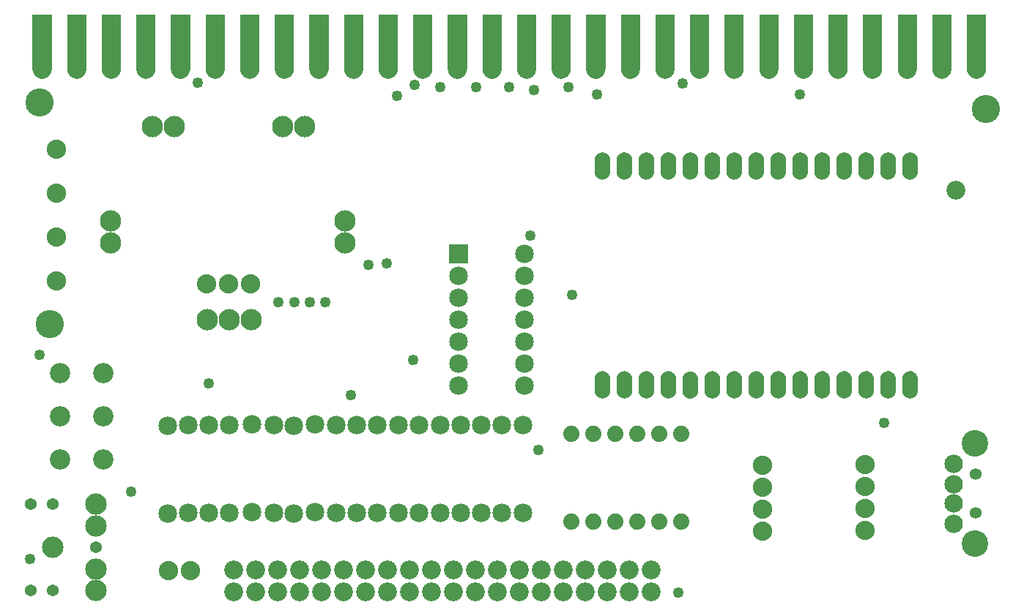
<source format=gts>
G04 MADE WITH FRITZING*
G04 WWW.FRITZING.ORG*
G04 DOUBLE SIDED*
G04 HOLES PLATED*
G04 CONTOUR ON CENTER OF CONTOUR VECTOR*
%ASAXBY*%
%FSLAX23Y23*%
%MOIN*%
%OFA0B0*%
%SFA1.0B1.0*%
%ADD10C,0.049370*%
%ADD11C,0.062000*%
%ADD12C,0.085000*%
%ADD13C,0.084000*%
%ADD14C,0.116614*%
%ADD15C,0.053307*%
%ADD16C,0.074000*%
%ADD17C,0.088000*%
%ADD18C,0.085433*%
%ADD19C,0.120866*%
%ADD20C,0.092000*%
%ADD21C,0.128110*%
%ADD22C,0.097695*%
%ADD23C,0.097722*%
%ADD24C,0.054000*%
%ADD25C,0.097244*%
%ADD26C,0.085361*%
%ADD27R,0.085000X0.085000*%
%ADD28R,0.001000X0.001000*%
%LNMASK1*%
G90*
G70*
G54D10*
X815Y2408D03*
G54D11*
X4055Y2028D03*
X3955Y2028D03*
X3855Y2028D03*
X3755Y2028D03*
X3655Y2028D03*
X3555Y2028D03*
X3455Y2028D03*
X3355Y2028D03*
X3255Y2028D03*
X3155Y2028D03*
X3055Y2028D03*
X2955Y2028D03*
X2855Y2028D03*
X2755Y2028D03*
X2655Y2028D03*
X2655Y1028D03*
X2755Y1028D03*
X2855Y1028D03*
X2955Y1028D03*
X3055Y1028D03*
X3155Y1028D03*
X3255Y1028D03*
X3355Y1028D03*
X3455Y1028D03*
X3555Y1028D03*
X3655Y1028D03*
X3755Y1028D03*
X3855Y1028D03*
X3955Y1028D03*
X4055Y1028D03*
G54D10*
X1590Y1578D03*
X3020Y2403D03*
X1675Y1583D03*
G54D12*
X2000Y1628D03*
X2300Y1628D03*
X2000Y1528D03*
X2300Y1528D03*
X2000Y1428D03*
X2300Y1428D03*
X2000Y1328D03*
X2300Y1328D03*
X2000Y1228D03*
X2300Y1228D03*
X2000Y1128D03*
X2300Y1128D03*
X2000Y1028D03*
X2300Y1028D03*
G54D10*
X510Y543D03*
X1795Y1143D03*
X50Y238D03*
X95Y1168D03*
G54D13*
X4255Y396D03*
X4255Y489D03*
X4255Y578D03*
X4255Y671D03*
G54D14*
X4350Y762D03*
X4350Y305D03*
G54D15*
X4353Y445D03*
X4353Y622D03*
G54D13*
X4255Y396D03*
X4255Y489D03*
X4255Y578D03*
X4255Y671D03*
G54D14*
X4350Y762D03*
X4350Y305D03*
G54D15*
X4353Y445D03*
X4353Y622D03*
G54D10*
X2326Y1710D03*
X3555Y2353D03*
G54D16*
X2915Y408D03*
X2815Y408D03*
X2715Y408D03*
X2615Y408D03*
X2515Y408D03*
X2515Y808D03*
X2615Y808D03*
X2715Y808D03*
X2815Y808D03*
X2915Y808D03*
X3015Y808D03*
X3015Y408D03*
G54D10*
X2345Y2373D03*
G54D17*
X3385Y663D03*
X3385Y563D03*
X3385Y463D03*
X3385Y363D03*
X3850Y668D03*
X3850Y568D03*
X3850Y468D03*
X3850Y368D03*
G54D18*
X4265Y1918D03*
G54D10*
X3936Y858D03*
X865Y1038D03*
X2365Y733D03*
X3000Y83D03*
G54D19*
X4350Y308D03*
X4350Y763D03*
G54D17*
X1055Y1491D03*
X955Y1491D03*
X855Y1491D03*
G54D20*
X385Y690D03*
X385Y886D03*
X385Y1083D03*
X188Y690D03*
X188Y886D03*
X188Y1083D03*
G54D10*
X1395Y1408D03*
X1325Y1408D03*
X1180Y1408D03*
X1510Y983D03*
G54D21*
X140Y1308D03*
X95Y2318D03*
X4400Y2288D03*
G54D17*
X780Y183D03*
X680Y183D03*
G54D22*
X153Y290D03*
G54D23*
X350Y486D03*
X350Y388D03*
G54D22*
X350Y191D03*
G54D23*
X350Y93D03*
G54D24*
X55Y487D03*
X55Y93D03*
X153Y93D03*
X350Y290D03*
X153Y487D03*
G54D25*
X858Y1326D03*
X958Y1326D03*
X1058Y1326D03*
X1200Y2208D03*
X1300Y2208D03*
G54D10*
X2231Y2387D03*
G54D25*
X1484Y1676D03*
X1484Y1776D03*
X609Y2208D03*
X709Y2208D03*
X417Y1676D03*
X417Y1776D03*
G54D10*
X1916Y2387D03*
X2081Y2387D03*
X1800Y2395D03*
X1720Y2348D03*
G54D12*
X1348Y450D03*
X1348Y850D03*
X770Y447D03*
X770Y847D03*
X1916Y446D03*
X1916Y846D03*
X1160Y446D03*
X1160Y846D03*
X1821Y446D03*
X1821Y846D03*
X864Y447D03*
X864Y847D03*
X1727Y446D03*
X1727Y846D03*
X1632Y446D03*
X1632Y846D03*
X1443Y446D03*
X1443Y846D03*
X1252Y444D03*
X1252Y844D03*
X1538Y446D03*
X1538Y846D03*
X676Y444D03*
X676Y844D03*
X2294Y446D03*
X2294Y846D03*
X2199Y446D03*
X2199Y846D03*
X2010Y446D03*
X2010Y846D03*
X1060Y450D03*
X1060Y850D03*
X959Y447D03*
X959Y847D03*
X2105Y446D03*
X2105Y846D03*
G54D26*
X978Y86D03*
X1078Y86D03*
X1178Y86D03*
X1278Y86D03*
X1378Y86D03*
X1478Y86D03*
X1578Y86D03*
X1678Y86D03*
X1778Y86D03*
X1878Y86D03*
X1978Y86D03*
X2078Y86D03*
X2178Y86D03*
X2278Y86D03*
X2378Y86D03*
X2478Y86D03*
X2578Y86D03*
X2678Y86D03*
X2778Y86D03*
X2878Y86D03*
X2878Y186D03*
X2778Y186D03*
X2678Y186D03*
X2578Y186D03*
X2478Y186D03*
X2378Y186D03*
X2278Y186D03*
X2178Y186D03*
X2078Y186D03*
X1978Y186D03*
X1878Y186D03*
X1778Y186D03*
X1678Y186D03*
X1578Y186D03*
X1478Y186D03*
X1378Y186D03*
X1278Y186D03*
X1178Y186D03*
X1078Y186D03*
X978Y186D03*
G54D10*
X2630Y2353D03*
X2500Y2388D03*
X1255Y1408D03*
G54D17*
X170Y2103D03*
X170Y1903D03*
X170Y1703D03*
X170Y1503D03*
G54D10*
X2518Y1440D03*
G54D27*
X2000Y1628D03*
G54D28*
X63Y2715D02*
X149Y2715D01*
X221Y2715D02*
X306Y2715D01*
X378Y2715D02*
X464Y2715D01*
X536Y2715D02*
X621Y2715D01*
X693Y2715D02*
X779Y2715D01*
X851Y2715D02*
X936Y2715D01*
X1008Y2715D02*
X1094Y2715D01*
X1166Y2715D02*
X1251Y2715D01*
X1323Y2715D02*
X1409Y2715D01*
X1481Y2715D02*
X1566Y2715D01*
X1638Y2715D02*
X1724Y2715D01*
X1795Y2715D02*
X1881Y2715D01*
X1953Y2715D02*
X2039Y2715D01*
X2110Y2715D02*
X2196Y2715D01*
X2268Y2715D02*
X2354Y2715D01*
X2425Y2715D02*
X2511Y2715D01*
X2583Y2715D02*
X2669Y2715D01*
X2740Y2715D02*
X2826Y2715D01*
X2898Y2715D02*
X2983Y2715D01*
X3055Y2715D02*
X3141Y2715D01*
X3213Y2715D02*
X3298Y2715D01*
X3370Y2715D02*
X3456Y2715D01*
X3528Y2715D02*
X3613Y2715D01*
X3685Y2715D02*
X3771Y2715D01*
X3843Y2715D02*
X3928Y2715D01*
X4000Y2715D02*
X4086Y2715D01*
X4158Y2715D02*
X4243Y2715D01*
X4315Y2715D02*
X4401Y2715D01*
X63Y2714D02*
X149Y2714D01*
X221Y2714D02*
X306Y2714D01*
X378Y2714D02*
X464Y2714D01*
X536Y2714D02*
X621Y2714D01*
X693Y2714D02*
X779Y2714D01*
X851Y2714D02*
X936Y2714D01*
X1008Y2714D02*
X1094Y2714D01*
X1166Y2714D02*
X1251Y2714D01*
X1323Y2714D02*
X1409Y2714D01*
X1481Y2714D02*
X1566Y2714D01*
X1638Y2714D02*
X1724Y2714D01*
X1795Y2714D02*
X1881Y2714D01*
X1953Y2714D02*
X2039Y2714D01*
X2110Y2714D02*
X2196Y2714D01*
X2268Y2714D02*
X2354Y2714D01*
X2425Y2714D02*
X2511Y2714D01*
X2583Y2714D02*
X2669Y2714D01*
X2740Y2714D02*
X2826Y2714D01*
X2898Y2714D02*
X2983Y2714D01*
X3055Y2714D02*
X3141Y2714D01*
X3213Y2714D02*
X3298Y2714D01*
X3370Y2714D02*
X3456Y2714D01*
X3528Y2714D02*
X3613Y2714D01*
X3685Y2714D02*
X3771Y2714D01*
X3843Y2714D02*
X3928Y2714D01*
X4000Y2714D02*
X4086Y2714D01*
X4158Y2714D02*
X4243Y2714D01*
X4315Y2714D02*
X4401Y2714D01*
X63Y2713D02*
X149Y2713D01*
X221Y2713D02*
X306Y2713D01*
X378Y2713D02*
X464Y2713D01*
X536Y2713D02*
X621Y2713D01*
X693Y2713D02*
X779Y2713D01*
X851Y2713D02*
X936Y2713D01*
X1008Y2713D02*
X1094Y2713D01*
X1166Y2713D02*
X1251Y2713D01*
X1323Y2713D02*
X1409Y2713D01*
X1481Y2713D02*
X1566Y2713D01*
X1638Y2713D02*
X1724Y2713D01*
X1795Y2713D02*
X1881Y2713D01*
X1953Y2713D02*
X2039Y2713D01*
X2110Y2713D02*
X2196Y2713D01*
X2268Y2713D02*
X2354Y2713D01*
X2425Y2713D02*
X2511Y2713D01*
X2583Y2713D02*
X2669Y2713D01*
X2740Y2713D02*
X2826Y2713D01*
X2898Y2713D02*
X2983Y2713D01*
X3055Y2713D02*
X3141Y2713D01*
X3213Y2713D02*
X3298Y2713D01*
X3370Y2713D02*
X3456Y2713D01*
X3528Y2713D02*
X3613Y2713D01*
X3685Y2713D02*
X3771Y2713D01*
X3843Y2713D02*
X3928Y2713D01*
X4000Y2713D02*
X4086Y2713D01*
X4158Y2713D02*
X4243Y2713D01*
X4315Y2713D02*
X4401Y2713D01*
X63Y2712D02*
X149Y2712D01*
X221Y2712D02*
X306Y2712D01*
X378Y2712D02*
X464Y2712D01*
X536Y2712D02*
X621Y2712D01*
X693Y2712D02*
X779Y2712D01*
X851Y2712D02*
X936Y2712D01*
X1008Y2712D02*
X1094Y2712D01*
X1166Y2712D02*
X1251Y2712D01*
X1323Y2712D02*
X1409Y2712D01*
X1481Y2712D02*
X1566Y2712D01*
X1638Y2712D02*
X1724Y2712D01*
X1795Y2712D02*
X1881Y2712D01*
X1953Y2712D02*
X2039Y2712D01*
X2110Y2712D02*
X2196Y2712D01*
X2268Y2712D02*
X2354Y2712D01*
X2425Y2712D02*
X2511Y2712D01*
X2583Y2712D02*
X2669Y2712D01*
X2740Y2712D02*
X2826Y2712D01*
X2898Y2712D02*
X2983Y2712D01*
X3055Y2712D02*
X3141Y2712D01*
X3213Y2712D02*
X3298Y2712D01*
X3370Y2712D02*
X3456Y2712D01*
X3528Y2712D02*
X3613Y2712D01*
X3685Y2712D02*
X3771Y2712D01*
X3843Y2712D02*
X3928Y2712D01*
X4000Y2712D02*
X4086Y2712D01*
X4158Y2712D02*
X4243Y2712D01*
X4315Y2712D02*
X4401Y2712D01*
X63Y2711D02*
X149Y2711D01*
X221Y2711D02*
X306Y2711D01*
X378Y2711D02*
X464Y2711D01*
X536Y2711D02*
X621Y2711D01*
X693Y2711D02*
X779Y2711D01*
X851Y2711D02*
X936Y2711D01*
X1008Y2711D02*
X1094Y2711D01*
X1166Y2711D02*
X1251Y2711D01*
X1323Y2711D02*
X1409Y2711D01*
X1481Y2711D02*
X1566Y2711D01*
X1638Y2711D02*
X1724Y2711D01*
X1795Y2711D02*
X1881Y2711D01*
X1953Y2711D02*
X2039Y2711D01*
X2110Y2711D02*
X2196Y2711D01*
X2268Y2711D02*
X2354Y2711D01*
X2425Y2711D02*
X2511Y2711D01*
X2583Y2711D02*
X2669Y2711D01*
X2740Y2711D02*
X2826Y2711D01*
X2898Y2711D02*
X2983Y2711D01*
X3055Y2711D02*
X3141Y2711D01*
X3213Y2711D02*
X3298Y2711D01*
X3370Y2711D02*
X3456Y2711D01*
X3528Y2711D02*
X3613Y2711D01*
X3685Y2711D02*
X3771Y2711D01*
X3843Y2711D02*
X3928Y2711D01*
X4000Y2711D02*
X4086Y2711D01*
X4158Y2711D02*
X4243Y2711D01*
X4315Y2711D02*
X4401Y2711D01*
X63Y2710D02*
X149Y2710D01*
X221Y2710D02*
X306Y2710D01*
X378Y2710D02*
X464Y2710D01*
X536Y2710D02*
X621Y2710D01*
X693Y2710D02*
X779Y2710D01*
X851Y2710D02*
X936Y2710D01*
X1008Y2710D02*
X1094Y2710D01*
X1166Y2710D02*
X1251Y2710D01*
X1323Y2710D02*
X1409Y2710D01*
X1481Y2710D02*
X1566Y2710D01*
X1638Y2710D02*
X1724Y2710D01*
X1795Y2710D02*
X1881Y2710D01*
X1953Y2710D02*
X2039Y2710D01*
X2110Y2710D02*
X2196Y2710D01*
X2268Y2710D02*
X2354Y2710D01*
X2425Y2710D02*
X2511Y2710D01*
X2583Y2710D02*
X2669Y2710D01*
X2740Y2710D02*
X2826Y2710D01*
X2898Y2710D02*
X2983Y2710D01*
X3055Y2710D02*
X3141Y2710D01*
X3213Y2710D02*
X3298Y2710D01*
X3370Y2710D02*
X3456Y2710D01*
X3528Y2710D02*
X3613Y2710D01*
X3685Y2710D02*
X3771Y2710D01*
X3843Y2710D02*
X3928Y2710D01*
X4000Y2710D02*
X4086Y2710D01*
X4158Y2710D02*
X4243Y2710D01*
X4315Y2710D02*
X4401Y2710D01*
X63Y2709D02*
X149Y2709D01*
X221Y2709D02*
X306Y2709D01*
X378Y2709D02*
X464Y2709D01*
X536Y2709D02*
X621Y2709D01*
X693Y2709D02*
X779Y2709D01*
X851Y2709D02*
X936Y2709D01*
X1008Y2709D02*
X1094Y2709D01*
X1166Y2709D02*
X1251Y2709D01*
X1323Y2709D02*
X1409Y2709D01*
X1481Y2709D02*
X1566Y2709D01*
X1638Y2709D02*
X1724Y2709D01*
X1795Y2709D02*
X1881Y2709D01*
X1953Y2709D02*
X2039Y2709D01*
X2110Y2709D02*
X2196Y2709D01*
X2268Y2709D02*
X2354Y2709D01*
X2425Y2709D02*
X2511Y2709D01*
X2583Y2709D02*
X2669Y2709D01*
X2740Y2709D02*
X2826Y2709D01*
X2898Y2709D02*
X2983Y2709D01*
X3055Y2709D02*
X3141Y2709D01*
X3213Y2709D02*
X3298Y2709D01*
X3370Y2709D02*
X3456Y2709D01*
X3528Y2709D02*
X3613Y2709D01*
X3685Y2709D02*
X3771Y2709D01*
X3843Y2709D02*
X3928Y2709D01*
X4000Y2709D02*
X4086Y2709D01*
X4158Y2709D02*
X4243Y2709D01*
X4315Y2709D02*
X4401Y2709D01*
X63Y2708D02*
X149Y2708D01*
X221Y2708D02*
X306Y2708D01*
X378Y2708D02*
X464Y2708D01*
X536Y2708D02*
X621Y2708D01*
X693Y2708D02*
X779Y2708D01*
X851Y2708D02*
X936Y2708D01*
X1008Y2708D02*
X1094Y2708D01*
X1166Y2708D02*
X1251Y2708D01*
X1323Y2708D02*
X1409Y2708D01*
X1481Y2708D02*
X1566Y2708D01*
X1638Y2708D02*
X1724Y2708D01*
X1795Y2708D02*
X1881Y2708D01*
X1953Y2708D02*
X2039Y2708D01*
X2110Y2708D02*
X2196Y2708D01*
X2268Y2708D02*
X2354Y2708D01*
X2425Y2708D02*
X2511Y2708D01*
X2583Y2708D02*
X2669Y2708D01*
X2740Y2708D02*
X2826Y2708D01*
X2898Y2708D02*
X2983Y2708D01*
X3055Y2708D02*
X3141Y2708D01*
X3213Y2708D02*
X3298Y2708D01*
X3370Y2708D02*
X3456Y2708D01*
X3528Y2708D02*
X3613Y2708D01*
X3685Y2708D02*
X3771Y2708D01*
X3843Y2708D02*
X3928Y2708D01*
X4000Y2708D02*
X4086Y2708D01*
X4158Y2708D02*
X4243Y2708D01*
X4315Y2708D02*
X4401Y2708D01*
X63Y2707D02*
X149Y2707D01*
X221Y2707D02*
X306Y2707D01*
X378Y2707D02*
X464Y2707D01*
X536Y2707D02*
X621Y2707D01*
X693Y2707D02*
X779Y2707D01*
X851Y2707D02*
X936Y2707D01*
X1008Y2707D02*
X1094Y2707D01*
X1166Y2707D02*
X1251Y2707D01*
X1323Y2707D02*
X1409Y2707D01*
X1481Y2707D02*
X1566Y2707D01*
X1638Y2707D02*
X1724Y2707D01*
X1795Y2707D02*
X1881Y2707D01*
X1953Y2707D02*
X2039Y2707D01*
X2110Y2707D02*
X2196Y2707D01*
X2268Y2707D02*
X2354Y2707D01*
X2425Y2707D02*
X2511Y2707D01*
X2583Y2707D02*
X2669Y2707D01*
X2740Y2707D02*
X2826Y2707D01*
X2898Y2707D02*
X2983Y2707D01*
X3055Y2707D02*
X3141Y2707D01*
X3213Y2707D02*
X3298Y2707D01*
X3370Y2707D02*
X3456Y2707D01*
X3528Y2707D02*
X3613Y2707D01*
X3685Y2707D02*
X3771Y2707D01*
X3843Y2707D02*
X3928Y2707D01*
X4000Y2707D02*
X4086Y2707D01*
X4158Y2707D02*
X4243Y2707D01*
X4315Y2707D02*
X4401Y2707D01*
X63Y2706D02*
X149Y2706D01*
X221Y2706D02*
X306Y2706D01*
X378Y2706D02*
X464Y2706D01*
X536Y2706D02*
X621Y2706D01*
X693Y2706D02*
X779Y2706D01*
X851Y2706D02*
X936Y2706D01*
X1008Y2706D02*
X1094Y2706D01*
X1166Y2706D02*
X1251Y2706D01*
X1323Y2706D02*
X1409Y2706D01*
X1481Y2706D02*
X1566Y2706D01*
X1638Y2706D02*
X1724Y2706D01*
X1795Y2706D02*
X1881Y2706D01*
X1953Y2706D02*
X2039Y2706D01*
X2110Y2706D02*
X2196Y2706D01*
X2268Y2706D02*
X2354Y2706D01*
X2425Y2706D02*
X2511Y2706D01*
X2583Y2706D02*
X2669Y2706D01*
X2740Y2706D02*
X2826Y2706D01*
X2898Y2706D02*
X2983Y2706D01*
X3055Y2706D02*
X3141Y2706D01*
X3213Y2706D02*
X3298Y2706D01*
X3370Y2706D02*
X3456Y2706D01*
X3528Y2706D02*
X3613Y2706D01*
X3685Y2706D02*
X3771Y2706D01*
X3843Y2706D02*
X3928Y2706D01*
X4000Y2706D02*
X4086Y2706D01*
X4158Y2706D02*
X4243Y2706D01*
X4315Y2706D02*
X4401Y2706D01*
X63Y2705D02*
X149Y2705D01*
X221Y2705D02*
X306Y2705D01*
X378Y2705D02*
X464Y2705D01*
X536Y2705D02*
X621Y2705D01*
X693Y2705D02*
X779Y2705D01*
X851Y2705D02*
X936Y2705D01*
X1008Y2705D02*
X1094Y2705D01*
X1166Y2705D02*
X1251Y2705D01*
X1323Y2705D02*
X1409Y2705D01*
X1481Y2705D02*
X1566Y2705D01*
X1638Y2705D02*
X1724Y2705D01*
X1795Y2705D02*
X1881Y2705D01*
X1953Y2705D02*
X2039Y2705D01*
X2110Y2705D02*
X2196Y2705D01*
X2268Y2705D02*
X2354Y2705D01*
X2425Y2705D02*
X2511Y2705D01*
X2583Y2705D02*
X2669Y2705D01*
X2740Y2705D02*
X2826Y2705D01*
X2898Y2705D02*
X2983Y2705D01*
X3055Y2705D02*
X3141Y2705D01*
X3213Y2705D02*
X3298Y2705D01*
X3370Y2705D02*
X3456Y2705D01*
X3528Y2705D02*
X3613Y2705D01*
X3685Y2705D02*
X3771Y2705D01*
X3843Y2705D02*
X3928Y2705D01*
X4000Y2705D02*
X4086Y2705D01*
X4158Y2705D02*
X4243Y2705D01*
X4315Y2705D02*
X4401Y2705D01*
X63Y2704D02*
X149Y2704D01*
X221Y2704D02*
X306Y2704D01*
X378Y2704D02*
X464Y2704D01*
X536Y2704D02*
X621Y2704D01*
X693Y2704D02*
X779Y2704D01*
X851Y2704D02*
X936Y2704D01*
X1008Y2704D02*
X1094Y2704D01*
X1166Y2704D02*
X1251Y2704D01*
X1323Y2704D02*
X1409Y2704D01*
X1481Y2704D02*
X1566Y2704D01*
X1638Y2704D02*
X1724Y2704D01*
X1795Y2704D02*
X1881Y2704D01*
X1953Y2704D02*
X2039Y2704D01*
X2110Y2704D02*
X2196Y2704D01*
X2268Y2704D02*
X2354Y2704D01*
X2425Y2704D02*
X2511Y2704D01*
X2583Y2704D02*
X2669Y2704D01*
X2740Y2704D02*
X2826Y2704D01*
X2898Y2704D02*
X2983Y2704D01*
X3055Y2704D02*
X3141Y2704D01*
X3213Y2704D02*
X3298Y2704D01*
X3370Y2704D02*
X3456Y2704D01*
X3528Y2704D02*
X3613Y2704D01*
X3685Y2704D02*
X3771Y2704D01*
X3843Y2704D02*
X3928Y2704D01*
X4000Y2704D02*
X4086Y2704D01*
X4158Y2704D02*
X4243Y2704D01*
X4315Y2704D02*
X4401Y2704D01*
X63Y2703D02*
X149Y2703D01*
X221Y2703D02*
X306Y2703D01*
X378Y2703D02*
X464Y2703D01*
X536Y2703D02*
X621Y2703D01*
X693Y2703D02*
X779Y2703D01*
X851Y2703D02*
X936Y2703D01*
X1008Y2703D02*
X1094Y2703D01*
X1166Y2703D02*
X1251Y2703D01*
X1323Y2703D02*
X1409Y2703D01*
X1481Y2703D02*
X1566Y2703D01*
X1638Y2703D02*
X1724Y2703D01*
X1795Y2703D02*
X1881Y2703D01*
X1953Y2703D02*
X2039Y2703D01*
X2110Y2703D02*
X2196Y2703D01*
X2268Y2703D02*
X2354Y2703D01*
X2425Y2703D02*
X2511Y2703D01*
X2583Y2703D02*
X2669Y2703D01*
X2740Y2703D02*
X2826Y2703D01*
X2898Y2703D02*
X2983Y2703D01*
X3055Y2703D02*
X3141Y2703D01*
X3213Y2703D02*
X3298Y2703D01*
X3370Y2703D02*
X3456Y2703D01*
X3528Y2703D02*
X3613Y2703D01*
X3685Y2703D02*
X3771Y2703D01*
X3843Y2703D02*
X3928Y2703D01*
X4000Y2703D02*
X4086Y2703D01*
X4158Y2703D02*
X4243Y2703D01*
X4315Y2703D02*
X4401Y2703D01*
X63Y2702D02*
X149Y2702D01*
X221Y2702D02*
X306Y2702D01*
X378Y2702D02*
X464Y2702D01*
X536Y2702D02*
X621Y2702D01*
X693Y2702D02*
X779Y2702D01*
X851Y2702D02*
X936Y2702D01*
X1008Y2702D02*
X1094Y2702D01*
X1166Y2702D02*
X1251Y2702D01*
X1323Y2702D02*
X1409Y2702D01*
X1481Y2702D02*
X1566Y2702D01*
X1638Y2702D02*
X1724Y2702D01*
X1795Y2702D02*
X1881Y2702D01*
X1953Y2702D02*
X2039Y2702D01*
X2110Y2702D02*
X2196Y2702D01*
X2268Y2702D02*
X2354Y2702D01*
X2425Y2702D02*
X2511Y2702D01*
X2583Y2702D02*
X2669Y2702D01*
X2740Y2702D02*
X2826Y2702D01*
X2898Y2702D02*
X2983Y2702D01*
X3055Y2702D02*
X3141Y2702D01*
X3213Y2702D02*
X3298Y2702D01*
X3370Y2702D02*
X3456Y2702D01*
X3528Y2702D02*
X3613Y2702D01*
X3685Y2702D02*
X3771Y2702D01*
X3843Y2702D02*
X3928Y2702D01*
X4000Y2702D02*
X4086Y2702D01*
X4158Y2702D02*
X4243Y2702D01*
X4315Y2702D02*
X4401Y2702D01*
X63Y2701D02*
X149Y2701D01*
X221Y2701D02*
X306Y2701D01*
X378Y2701D02*
X464Y2701D01*
X536Y2701D02*
X621Y2701D01*
X693Y2701D02*
X779Y2701D01*
X851Y2701D02*
X936Y2701D01*
X1008Y2701D02*
X1094Y2701D01*
X1166Y2701D02*
X1251Y2701D01*
X1323Y2701D02*
X1409Y2701D01*
X1481Y2701D02*
X1566Y2701D01*
X1638Y2701D02*
X1724Y2701D01*
X1795Y2701D02*
X1881Y2701D01*
X1953Y2701D02*
X2039Y2701D01*
X2110Y2701D02*
X2196Y2701D01*
X2268Y2701D02*
X2354Y2701D01*
X2425Y2701D02*
X2511Y2701D01*
X2583Y2701D02*
X2669Y2701D01*
X2740Y2701D02*
X2826Y2701D01*
X2898Y2701D02*
X2983Y2701D01*
X3055Y2701D02*
X3141Y2701D01*
X3213Y2701D02*
X3298Y2701D01*
X3370Y2701D02*
X3456Y2701D01*
X3528Y2701D02*
X3613Y2701D01*
X3685Y2701D02*
X3771Y2701D01*
X3843Y2701D02*
X3928Y2701D01*
X4000Y2701D02*
X4086Y2701D01*
X4158Y2701D02*
X4243Y2701D01*
X4315Y2701D02*
X4401Y2701D01*
X63Y2700D02*
X149Y2700D01*
X221Y2700D02*
X306Y2700D01*
X378Y2700D02*
X464Y2700D01*
X536Y2700D02*
X621Y2700D01*
X693Y2700D02*
X779Y2700D01*
X851Y2700D02*
X936Y2700D01*
X1008Y2700D02*
X1094Y2700D01*
X1166Y2700D02*
X1251Y2700D01*
X1323Y2700D02*
X1409Y2700D01*
X1481Y2700D02*
X1566Y2700D01*
X1638Y2700D02*
X1724Y2700D01*
X1795Y2700D02*
X1881Y2700D01*
X1953Y2700D02*
X2039Y2700D01*
X2110Y2700D02*
X2196Y2700D01*
X2268Y2700D02*
X2354Y2700D01*
X2425Y2700D02*
X2511Y2700D01*
X2583Y2700D02*
X2669Y2700D01*
X2740Y2700D02*
X2826Y2700D01*
X2898Y2700D02*
X2983Y2700D01*
X3055Y2700D02*
X3141Y2700D01*
X3213Y2700D02*
X3298Y2700D01*
X3370Y2700D02*
X3456Y2700D01*
X3528Y2700D02*
X3613Y2700D01*
X3685Y2700D02*
X3771Y2700D01*
X3843Y2700D02*
X3928Y2700D01*
X4000Y2700D02*
X4086Y2700D01*
X4158Y2700D02*
X4243Y2700D01*
X4315Y2700D02*
X4401Y2700D01*
X63Y2699D02*
X149Y2699D01*
X221Y2699D02*
X306Y2699D01*
X378Y2699D02*
X464Y2699D01*
X536Y2699D02*
X621Y2699D01*
X693Y2699D02*
X779Y2699D01*
X851Y2699D02*
X936Y2699D01*
X1008Y2699D02*
X1094Y2699D01*
X1166Y2699D02*
X1251Y2699D01*
X1323Y2699D02*
X1409Y2699D01*
X1481Y2699D02*
X1566Y2699D01*
X1638Y2699D02*
X1724Y2699D01*
X1795Y2699D02*
X1881Y2699D01*
X1953Y2699D02*
X2039Y2699D01*
X2110Y2699D02*
X2196Y2699D01*
X2268Y2699D02*
X2354Y2699D01*
X2425Y2699D02*
X2511Y2699D01*
X2583Y2699D02*
X2669Y2699D01*
X2740Y2699D02*
X2826Y2699D01*
X2898Y2699D02*
X2983Y2699D01*
X3055Y2699D02*
X3141Y2699D01*
X3213Y2699D02*
X3298Y2699D01*
X3370Y2699D02*
X3456Y2699D01*
X3528Y2699D02*
X3613Y2699D01*
X3685Y2699D02*
X3771Y2699D01*
X3843Y2699D02*
X3928Y2699D01*
X4000Y2699D02*
X4086Y2699D01*
X4158Y2699D02*
X4243Y2699D01*
X4315Y2699D02*
X4401Y2699D01*
X63Y2698D02*
X149Y2698D01*
X221Y2698D02*
X306Y2698D01*
X378Y2698D02*
X464Y2698D01*
X536Y2698D02*
X621Y2698D01*
X693Y2698D02*
X779Y2698D01*
X851Y2698D02*
X936Y2698D01*
X1008Y2698D02*
X1094Y2698D01*
X1166Y2698D02*
X1251Y2698D01*
X1323Y2698D02*
X1409Y2698D01*
X1481Y2698D02*
X1566Y2698D01*
X1638Y2698D02*
X1724Y2698D01*
X1795Y2698D02*
X1881Y2698D01*
X1953Y2698D02*
X2039Y2698D01*
X2110Y2698D02*
X2196Y2698D01*
X2268Y2698D02*
X2354Y2698D01*
X2425Y2698D02*
X2511Y2698D01*
X2583Y2698D02*
X2669Y2698D01*
X2740Y2698D02*
X2826Y2698D01*
X2898Y2698D02*
X2983Y2698D01*
X3055Y2698D02*
X3141Y2698D01*
X3213Y2698D02*
X3298Y2698D01*
X3370Y2698D02*
X3456Y2698D01*
X3528Y2698D02*
X3613Y2698D01*
X3685Y2698D02*
X3771Y2698D01*
X3843Y2698D02*
X3928Y2698D01*
X4000Y2698D02*
X4086Y2698D01*
X4158Y2698D02*
X4243Y2698D01*
X4315Y2698D02*
X4401Y2698D01*
X63Y2697D02*
X149Y2697D01*
X221Y2697D02*
X306Y2697D01*
X378Y2697D02*
X464Y2697D01*
X536Y2697D02*
X621Y2697D01*
X693Y2697D02*
X779Y2697D01*
X851Y2697D02*
X936Y2697D01*
X1008Y2697D02*
X1094Y2697D01*
X1166Y2697D02*
X1251Y2697D01*
X1323Y2697D02*
X1409Y2697D01*
X1481Y2697D02*
X1566Y2697D01*
X1638Y2697D02*
X1724Y2697D01*
X1795Y2697D02*
X1881Y2697D01*
X1953Y2697D02*
X2039Y2697D01*
X2110Y2697D02*
X2196Y2697D01*
X2268Y2697D02*
X2354Y2697D01*
X2425Y2697D02*
X2511Y2697D01*
X2583Y2697D02*
X2669Y2697D01*
X2740Y2697D02*
X2826Y2697D01*
X2898Y2697D02*
X2983Y2697D01*
X3055Y2697D02*
X3141Y2697D01*
X3213Y2697D02*
X3298Y2697D01*
X3370Y2697D02*
X3456Y2697D01*
X3528Y2697D02*
X3613Y2697D01*
X3685Y2697D02*
X3771Y2697D01*
X3843Y2697D02*
X3928Y2697D01*
X4000Y2697D02*
X4086Y2697D01*
X4158Y2697D02*
X4243Y2697D01*
X4315Y2697D02*
X4401Y2697D01*
X63Y2696D02*
X149Y2696D01*
X221Y2696D02*
X306Y2696D01*
X378Y2696D02*
X464Y2696D01*
X536Y2696D02*
X621Y2696D01*
X693Y2696D02*
X779Y2696D01*
X851Y2696D02*
X936Y2696D01*
X1008Y2696D02*
X1094Y2696D01*
X1166Y2696D02*
X1251Y2696D01*
X1323Y2696D02*
X1409Y2696D01*
X1481Y2696D02*
X1566Y2696D01*
X1638Y2696D02*
X1724Y2696D01*
X1795Y2696D02*
X1881Y2696D01*
X1953Y2696D02*
X2039Y2696D01*
X2110Y2696D02*
X2196Y2696D01*
X2268Y2696D02*
X2354Y2696D01*
X2425Y2696D02*
X2511Y2696D01*
X2583Y2696D02*
X2669Y2696D01*
X2740Y2696D02*
X2826Y2696D01*
X2898Y2696D02*
X2983Y2696D01*
X3055Y2696D02*
X3141Y2696D01*
X3213Y2696D02*
X3298Y2696D01*
X3370Y2696D02*
X3456Y2696D01*
X3528Y2696D02*
X3613Y2696D01*
X3685Y2696D02*
X3771Y2696D01*
X3843Y2696D02*
X3928Y2696D01*
X4000Y2696D02*
X4086Y2696D01*
X4158Y2696D02*
X4243Y2696D01*
X4315Y2696D02*
X4401Y2696D01*
X63Y2695D02*
X149Y2695D01*
X221Y2695D02*
X306Y2695D01*
X378Y2695D02*
X464Y2695D01*
X536Y2695D02*
X621Y2695D01*
X693Y2695D02*
X779Y2695D01*
X851Y2695D02*
X936Y2695D01*
X1008Y2695D02*
X1094Y2695D01*
X1166Y2695D02*
X1251Y2695D01*
X1323Y2695D02*
X1409Y2695D01*
X1481Y2695D02*
X1566Y2695D01*
X1638Y2695D02*
X1724Y2695D01*
X1795Y2695D02*
X1881Y2695D01*
X1953Y2695D02*
X2039Y2695D01*
X2110Y2695D02*
X2196Y2695D01*
X2268Y2695D02*
X2354Y2695D01*
X2425Y2695D02*
X2511Y2695D01*
X2583Y2695D02*
X2669Y2695D01*
X2740Y2695D02*
X2826Y2695D01*
X2898Y2695D02*
X2983Y2695D01*
X3055Y2695D02*
X3141Y2695D01*
X3213Y2695D02*
X3298Y2695D01*
X3370Y2695D02*
X3456Y2695D01*
X3528Y2695D02*
X3613Y2695D01*
X3685Y2695D02*
X3771Y2695D01*
X3843Y2695D02*
X3928Y2695D01*
X4000Y2695D02*
X4086Y2695D01*
X4158Y2695D02*
X4243Y2695D01*
X4315Y2695D02*
X4401Y2695D01*
X63Y2694D02*
X149Y2694D01*
X221Y2694D02*
X306Y2694D01*
X378Y2694D02*
X464Y2694D01*
X536Y2694D02*
X621Y2694D01*
X693Y2694D02*
X779Y2694D01*
X851Y2694D02*
X936Y2694D01*
X1008Y2694D02*
X1094Y2694D01*
X1166Y2694D02*
X1251Y2694D01*
X1323Y2694D02*
X1409Y2694D01*
X1481Y2694D02*
X1566Y2694D01*
X1638Y2694D02*
X1724Y2694D01*
X1795Y2694D02*
X1881Y2694D01*
X1953Y2694D02*
X2039Y2694D01*
X2110Y2694D02*
X2196Y2694D01*
X2268Y2694D02*
X2354Y2694D01*
X2425Y2694D02*
X2511Y2694D01*
X2583Y2694D02*
X2669Y2694D01*
X2740Y2694D02*
X2826Y2694D01*
X2898Y2694D02*
X2983Y2694D01*
X3055Y2694D02*
X3141Y2694D01*
X3213Y2694D02*
X3298Y2694D01*
X3370Y2694D02*
X3456Y2694D01*
X3528Y2694D02*
X3613Y2694D01*
X3685Y2694D02*
X3771Y2694D01*
X3843Y2694D02*
X3928Y2694D01*
X4000Y2694D02*
X4086Y2694D01*
X4158Y2694D02*
X4243Y2694D01*
X4315Y2694D02*
X4401Y2694D01*
X63Y2693D02*
X149Y2693D01*
X221Y2693D02*
X306Y2693D01*
X378Y2693D02*
X464Y2693D01*
X536Y2693D02*
X621Y2693D01*
X693Y2693D02*
X779Y2693D01*
X851Y2693D02*
X936Y2693D01*
X1008Y2693D02*
X1094Y2693D01*
X1166Y2693D02*
X1251Y2693D01*
X1323Y2693D02*
X1409Y2693D01*
X1481Y2693D02*
X1566Y2693D01*
X1638Y2693D02*
X1724Y2693D01*
X1795Y2693D02*
X1881Y2693D01*
X1953Y2693D02*
X2039Y2693D01*
X2110Y2693D02*
X2196Y2693D01*
X2268Y2693D02*
X2354Y2693D01*
X2425Y2693D02*
X2511Y2693D01*
X2583Y2693D02*
X2669Y2693D01*
X2740Y2693D02*
X2826Y2693D01*
X2898Y2693D02*
X2983Y2693D01*
X3055Y2693D02*
X3141Y2693D01*
X3213Y2693D02*
X3298Y2693D01*
X3370Y2693D02*
X3456Y2693D01*
X3528Y2693D02*
X3613Y2693D01*
X3685Y2693D02*
X3771Y2693D01*
X3843Y2693D02*
X3928Y2693D01*
X4000Y2693D02*
X4086Y2693D01*
X4158Y2693D02*
X4243Y2693D01*
X4315Y2693D02*
X4401Y2693D01*
X63Y2692D02*
X149Y2692D01*
X221Y2692D02*
X306Y2692D01*
X378Y2692D02*
X464Y2692D01*
X536Y2692D02*
X621Y2692D01*
X693Y2692D02*
X779Y2692D01*
X851Y2692D02*
X936Y2692D01*
X1008Y2692D02*
X1094Y2692D01*
X1166Y2692D02*
X1251Y2692D01*
X1323Y2692D02*
X1409Y2692D01*
X1481Y2692D02*
X1566Y2692D01*
X1638Y2692D02*
X1724Y2692D01*
X1795Y2692D02*
X1881Y2692D01*
X1953Y2692D02*
X2039Y2692D01*
X2110Y2692D02*
X2196Y2692D01*
X2268Y2692D02*
X2354Y2692D01*
X2425Y2692D02*
X2511Y2692D01*
X2583Y2692D02*
X2669Y2692D01*
X2740Y2692D02*
X2826Y2692D01*
X2898Y2692D02*
X2983Y2692D01*
X3055Y2692D02*
X3141Y2692D01*
X3213Y2692D02*
X3298Y2692D01*
X3370Y2692D02*
X3456Y2692D01*
X3528Y2692D02*
X3613Y2692D01*
X3685Y2692D02*
X3771Y2692D01*
X3843Y2692D02*
X3928Y2692D01*
X4000Y2692D02*
X4086Y2692D01*
X4158Y2692D02*
X4243Y2692D01*
X4315Y2692D02*
X4401Y2692D01*
X63Y2691D02*
X149Y2691D01*
X221Y2691D02*
X306Y2691D01*
X378Y2691D02*
X464Y2691D01*
X536Y2691D02*
X621Y2691D01*
X693Y2691D02*
X779Y2691D01*
X851Y2691D02*
X936Y2691D01*
X1008Y2691D02*
X1094Y2691D01*
X1166Y2691D02*
X1251Y2691D01*
X1323Y2691D02*
X1409Y2691D01*
X1481Y2691D02*
X1566Y2691D01*
X1638Y2691D02*
X1724Y2691D01*
X1795Y2691D02*
X1881Y2691D01*
X1953Y2691D02*
X2039Y2691D01*
X2110Y2691D02*
X2196Y2691D01*
X2268Y2691D02*
X2354Y2691D01*
X2425Y2691D02*
X2511Y2691D01*
X2583Y2691D02*
X2669Y2691D01*
X2740Y2691D02*
X2826Y2691D01*
X2898Y2691D02*
X2983Y2691D01*
X3055Y2691D02*
X3141Y2691D01*
X3213Y2691D02*
X3298Y2691D01*
X3370Y2691D02*
X3456Y2691D01*
X3528Y2691D02*
X3613Y2691D01*
X3685Y2691D02*
X3771Y2691D01*
X3843Y2691D02*
X3928Y2691D01*
X4000Y2691D02*
X4086Y2691D01*
X4158Y2691D02*
X4243Y2691D01*
X4315Y2691D02*
X4401Y2691D01*
X63Y2690D02*
X149Y2690D01*
X221Y2690D02*
X306Y2690D01*
X378Y2690D02*
X464Y2690D01*
X536Y2690D02*
X621Y2690D01*
X693Y2690D02*
X779Y2690D01*
X851Y2690D02*
X936Y2690D01*
X1008Y2690D02*
X1094Y2690D01*
X1166Y2690D02*
X1251Y2690D01*
X1323Y2690D02*
X1409Y2690D01*
X1481Y2690D02*
X1566Y2690D01*
X1638Y2690D02*
X1724Y2690D01*
X1795Y2690D02*
X1881Y2690D01*
X1953Y2690D02*
X2039Y2690D01*
X2110Y2690D02*
X2196Y2690D01*
X2268Y2690D02*
X2354Y2690D01*
X2425Y2690D02*
X2511Y2690D01*
X2583Y2690D02*
X2669Y2690D01*
X2740Y2690D02*
X2826Y2690D01*
X2898Y2690D02*
X2983Y2690D01*
X3055Y2690D02*
X3141Y2690D01*
X3213Y2690D02*
X3298Y2690D01*
X3370Y2690D02*
X3456Y2690D01*
X3528Y2690D02*
X3613Y2690D01*
X3685Y2690D02*
X3771Y2690D01*
X3843Y2690D02*
X3928Y2690D01*
X4000Y2690D02*
X4086Y2690D01*
X4158Y2690D02*
X4243Y2690D01*
X4315Y2690D02*
X4401Y2690D01*
X63Y2689D02*
X149Y2689D01*
X221Y2689D02*
X306Y2689D01*
X378Y2689D02*
X464Y2689D01*
X536Y2689D02*
X621Y2689D01*
X693Y2689D02*
X779Y2689D01*
X851Y2689D02*
X936Y2689D01*
X1008Y2689D02*
X1094Y2689D01*
X1166Y2689D02*
X1251Y2689D01*
X1323Y2689D02*
X1409Y2689D01*
X1481Y2689D02*
X1566Y2689D01*
X1638Y2689D02*
X1724Y2689D01*
X1795Y2689D02*
X1881Y2689D01*
X1953Y2689D02*
X2039Y2689D01*
X2110Y2689D02*
X2196Y2689D01*
X2268Y2689D02*
X2354Y2689D01*
X2425Y2689D02*
X2511Y2689D01*
X2583Y2689D02*
X2669Y2689D01*
X2740Y2689D02*
X2826Y2689D01*
X2898Y2689D02*
X2983Y2689D01*
X3055Y2689D02*
X3141Y2689D01*
X3213Y2689D02*
X3298Y2689D01*
X3370Y2689D02*
X3456Y2689D01*
X3528Y2689D02*
X3613Y2689D01*
X3685Y2689D02*
X3771Y2689D01*
X3843Y2689D02*
X3928Y2689D01*
X4000Y2689D02*
X4086Y2689D01*
X4158Y2689D02*
X4243Y2689D01*
X4315Y2689D02*
X4401Y2689D01*
X63Y2688D02*
X149Y2688D01*
X221Y2688D02*
X306Y2688D01*
X378Y2688D02*
X464Y2688D01*
X536Y2688D02*
X621Y2688D01*
X693Y2688D02*
X779Y2688D01*
X851Y2688D02*
X936Y2688D01*
X1008Y2688D02*
X1094Y2688D01*
X1166Y2688D02*
X1251Y2688D01*
X1323Y2688D02*
X1409Y2688D01*
X1481Y2688D02*
X1566Y2688D01*
X1638Y2688D02*
X1724Y2688D01*
X1795Y2688D02*
X1881Y2688D01*
X1953Y2688D02*
X2039Y2688D01*
X2110Y2688D02*
X2196Y2688D01*
X2268Y2688D02*
X2354Y2688D01*
X2425Y2688D02*
X2511Y2688D01*
X2583Y2688D02*
X2669Y2688D01*
X2740Y2688D02*
X2826Y2688D01*
X2898Y2688D02*
X2983Y2688D01*
X3055Y2688D02*
X3141Y2688D01*
X3213Y2688D02*
X3298Y2688D01*
X3370Y2688D02*
X3456Y2688D01*
X3528Y2688D02*
X3613Y2688D01*
X3685Y2688D02*
X3771Y2688D01*
X3843Y2688D02*
X3928Y2688D01*
X4000Y2688D02*
X4086Y2688D01*
X4158Y2688D02*
X4243Y2688D01*
X4315Y2688D02*
X4401Y2688D01*
X63Y2687D02*
X149Y2687D01*
X221Y2687D02*
X306Y2687D01*
X378Y2687D02*
X464Y2687D01*
X536Y2687D02*
X621Y2687D01*
X693Y2687D02*
X779Y2687D01*
X851Y2687D02*
X936Y2687D01*
X1008Y2687D02*
X1094Y2687D01*
X1166Y2687D02*
X1251Y2687D01*
X1323Y2687D02*
X1409Y2687D01*
X1481Y2687D02*
X1566Y2687D01*
X1638Y2687D02*
X1724Y2687D01*
X1795Y2687D02*
X1881Y2687D01*
X1953Y2687D02*
X2039Y2687D01*
X2110Y2687D02*
X2196Y2687D01*
X2268Y2687D02*
X2354Y2687D01*
X2425Y2687D02*
X2511Y2687D01*
X2583Y2687D02*
X2669Y2687D01*
X2740Y2687D02*
X2826Y2687D01*
X2898Y2687D02*
X2983Y2687D01*
X3055Y2687D02*
X3141Y2687D01*
X3213Y2687D02*
X3298Y2687D01*
X3370Y2687D02*
X3456Y2687D01*
X3528Y2687D02*
X3613Y2687D01*
X3685Y2687D02*
X3771Y2687D01*
X3843Y2687D02*
X3928Y2687D01*
X4000Y2687D02*
X4086Y2687D01*
X4158Y2687D02*
X4243Y2687D01*
X4315Y2687D02*
X4401Y2687D01*
X63Y2686D02*
X149Y2686D01*
X221Y2686D02*
X306Y2686D01*
X378Y2686D02*
X464Y2686D01*
X536Y2686D02*
X621Y2686D01*
X693Y2686D02*
X779Y2686D01*
X851Y2686D02*
X936Y2686D01*
X1008Y2686D02*
X1094Y2686D01*
X1166Y2686D02*
X1251Y2686D01*
X1323Y2686D02*
X1409Y2686D01*
X1481Y2686D02*
X1566Y2686D01*
X1638Y2686D02*
X1724Y2686D01*
X1795Y2686D02*
X1881Y2686D01*
X1953Y2686D02*
X2039Y2686D01*
X2110Y2686D02*
X2196Y2686D01*
X2268Y2686D02*
X2354Y2686D01*
X2425Y2686D02*
X2511Y2686D01*
X2583Y2686D02*
X2669Y2686D01*
X2740Y2686D02*
X2826Y2686D01*
X2898Y2686D02*
X2983Y2686D01*
X3055Y2686D02*
X3141Y2686D01*
X3213Y2686D02*
X3298Y2686D01*
X3370Y2686D02*
X3456Y2686D01*
X3528Y2686D02*
X3613Y2686D01*
X3685Y2686D02*
X3771Y2686D01*
X3843Y2686D02*
X3928Y2686D01*
X4000Y2686D02*
X4086Y2686D01*
X4158Y2686D02*
X4243Y2686D01*
X4315Y2686D02*
X4401Y2686D01*
X63Y2685D02*
X149Y2685D01*
X221Y2685D02*
X306Y2685D01*
X378Y2685D02*
X464Y2685D01*
X536Y2685D02*
X621Y2685D01*
X693Y2685D02*
X779Y2685D01*
X851Y2685D02*
X936Y2685D01*
X1008Y2685D02*
X1094Y2685D01*
X1166Y2685D02*
X1251Y2685D01*
X1323Y2685D02*
X1409Y2685D01*
X1481Y2685D02*
X1566Y2685D01*
X1638Y2685D02*
X1724Y2685D01*
X1795Y2685D02*
X1881Y2685D01*
X1953Y2685D02*
X2039Y2685D01*
X2110Y2685D02*
X2196Y2685D01*
X2268Y2685D02*
X2354Y2685D01*
X2425Y2685D02*
X2511Y2685D01*
X2583Y2685D02*
X2669Y2685D01*
X2740Y2685D02*
X2826Y2685D01*
X2898Y2685D02*
X2983Y2685D01*
X3055Y2685D02*
X3141Y2685D01*
X3213Y2685D02*
X3298Y2685D01*
X3370Y2685D02*
X3456Y2685D01*
X3528Y2685D02*
X3613Y2685D01*
X3685Y2685D02*
X3771Y2685D01*
X3843Y2685D02*
X3928Y2685D01*
X4000Y2685D02*
X4086Y2685D01*
X4158Y2685D02*
X4243Y2685D01*
X4315Y2685D02*
X4401Y2685D01*
X63Y2684D02*
X149Y2684D01*
X221Y2684D02*
X306Y2684D01*
X378Y2684D02*
X464Y2684D01*
X536Y2684D02*
X621Y2684D01*
X693Y2684D02*
X779Y2684D01*
X851Y2684D02*
X936Y2684D01*
X1008Y2684D02*
X1094Y2684D01*
X1166Y2684D02*
X1251Y2684D01*
X1323Y2684D02*
X1409Y2684D01*
X1481Y2684D02*
X1566Y2684D01*
X1638Y2684D02*
X1724Y2684D01*
X1795Y2684D02*
X1881Y2684D01*
X1953Y2684D02*
X2039Y2684D01*
X2110Y2684D02*
X2196Y2684D01*
X2268Y2684D02*
X2354Y2684D01*
X2425Y2684D02*
X2511Y2684D01*
X2583Y2684D02*
X2669Y2684D01*
X2740Y2684D02*
X2826Y2684D01*
X2898Y2684D02*
X2983Y2684D01*
X3055Y2684D02*
X3141Y2684D01*
X3213Y2684D02*
X3298Y2684D01*
X3370Y2684D02*
X3456Y2684D01*
X3528Y2684D02*
X3613Y2684D01*
X3685Y2684D02*
X3771Y2684D01*
X3843Y2684D02*
X3928Y2684D01*
X4000Y2684D02*
X4086Y2684D01*
X4158Y2684D02*
X4243Y2684D01*
X4315Y2684D02*
X4401Y2684D01*
X63Y2683D02*
X149Y2683D01*
X221Y2683D02*
X306Y2683D01*
X378Y2683D02*
X464Y2683D01*
X536Y2683D02*
X621Y2683D01*
X693Y2683D02*
X779Y2683D01*
X851Y2683D02*
X936Y2683D01*
X1008Y2683D02*
X1094Y2683D01*
X1166Y2683D02*
X1251Y2683D01*
X1323Y2683D02*
X1409Y2683D01*
X1481Y2683D02*
X1566Y2683D01*
X1638Y2683D02*
X1724Y2683D01*
X1795Y2683D02*
X1881Y2683D01*
X1953Y2683D02*
X2039Y2683D01*
X2110Y2683D02*
X2196Y2683D01*
X2268Y2683D02*
X2354Y2683D01*
X2425Y2683D02*
X2511Y2683D01*
X2583Y2683D02*
X2669Y2683D01*
X2740Y2683D02*
X2826Y2683D01*
X2898Y2683D02*
X2983Y2683D01*
X3055Y2683D02*
X3141Y2683D01*
X3213Y2683D02*
X3298Y2683D01*
X3370Y2683D02*
X3456Y2683D01*
X3528Y2683D02*
X3613Y2683D01*
X3685Y2683D02*
X3771Y2683D01*
X3843Y2683D02*
X3928Y2683D01*
X4000Y2683D02*
X4086Y2683D01*
X4158Y2683D02*
X4243Y2683D01*
X4315Y2683D02*
X4401Y2683D01*
X63Y2682D02*
X149Y2682D01*
X221Y2682D02*
X306Y2682D01*
X378Y2682D02*
X464Y2682D01*
X536Y2682D02*
X621Y2682D01*
X693Y2682D02*
X779Y2682D01*
X851Y2682D02*
X936Y2682D01*
X1008Y2682D02*
X1094Y2682D01*
X1166Y2682D02*
X1251Y2682D01*
X1323Y2682D02*
X1409Y2682D01*
X1481Y2682D02*
X1566Y2682D01*
X1638Y2682D02*
X1724Y2682D01*
X1795Y2682D02*
X1881Y2682D01*
X1953Y2682D02*
X2039Y2682D01*
X2110Y2682D02*
X2196Y2682D01*
X2268Y2682D02*
X2354Y2682D01*
X2425Y2682D02*
X2511Y2682D01*
X2583Y2682D02*
X2669Y2682D01*
X2740Y2682D02*
X2826Y2682D01*
X2898Y2682D02*
X2983Y2682D01*
X3055Y2682D02*
X3141Y2682D01*
X3213Y2682D02*
X3298Y2682D01*
X3370Y2682D02*
X3456Y2682D01*
X3528Y2682D02*
X3613Y2682D01*
X3685Y2682D02*
X3771Y2682D01*
X3843Y2682D02*
X3928Y2682D01*
X4000Y2682D02*
X4086Y2682D01*
X4158Y2682D02*
X4243Y2682D01*
X4315Y2682D02*
X4401Y2682D01*
X63Y2681D02*
X149Y2681D01*
X221Y2681D02*
X306Y2681D01*
X378Y2681D02*
X464Y2681D01*
X536Y2681D02*
X621Y2681D01*
X693Y2681D02*
X779Y2681D01*
X851Y2681D02*
X936Y2681D01*
X1008Y2681D02*
X1094Y2681D01*
X1166Y2681D02*
X1251Y2681D01*
X1323Y2681D02*
X1409Y2681D01*
X1481Y2681D02*
X1566Y2681D01*
X1638Y2681D02*
X1724Y2681D01*
X1795Y2681D02*
X1881Y2681D01*
X1953Y2681D02*
X2039Y2681D01*
X2110Y2681D02*
X2196Y2681D01*
X2268Y2681D02*
X2354Y2681D01*
X2425Y2681D02*
X2511Y2681D01*
X2583Y2681D02*
X2669Y2681D01*
X2740Y2681D02*
X2826Y2681D01*
X2898Y2681D02*
X2983Y2681D01*
X3055Y2681D02*
X3141Y2681D01*
X3213Y2681D02*
X3298Y2681D01*
X3370Y2681D02*
X3456Y2681D01*
X3528Y2681D02*
X3613Y2681D01*
X3685Y2681D02*
X3771Y2681D01*
X3843Y2681D02*
X3928Y2681D01*
X4000Y2681D02*
X4086Y2681D01*
X4158Y2681D02*
X4243Y2681D01*
X4315Y2681D02*
X4401Y2681D01*
X63Y2680D02*
X149Y2680D01*
X221Y2680D02*
X306Y2680D01*
X378Y2680D02*
X464Y2680D01*
X536Y2680D02*
X621Y2680D01*
X693Y2680D02*
X779Y2680D01*
X851Y2680D02*
X936Y2680D01*
X1008Y2680D02*
X1094Y2680D01*
X1166Y2680D02*
X1251Y2680D01*
X1323Y2680D02*
X1409Y2680D01*
X1481Y2680D02*
X1566Y2680D01*
X1638Y2680D02*
X1724Y2680D01*
X1795Y2680D02*
X1881Y2680D01*
X1953Y2680D02*
X2039Y2680D01*
X2110Y2680D02*
X2196Y2680D01*
X2268Y2680D02*
X2354Y2680D01*
X2425Y2680D02*
X2511Y2680D01*
X2583Y2680D02*
X2669Y2680D01*
X2740Y2680D02*
X2826Y2680D01*
X2898Y2680D02*
X2983Y2680D01*
X3055Y2680D02*
X3141Y2680D01*
X3213Y2680D02*
X3298Y2680D01*
X3370Y2680D02*
X3456Y2680D01*
X3528Y2680D02*
X3613Y2680D01*
X3685Y2680D02*
X3771Y2680D01*
X3843Y2680D02*
X3928Y2680D01*
X4000Y2680D02*
X4086Y2680D01*
X4158Y2680D02*
X4243Y2680D01*
X4315Y2680D02*
X4401Y2680D01*
X63Y2679D02*
X149Y2679D01*
X221Y2679D02*
X306Y2679D01*
X378Y2679D02*
X464Y2679D01*
X536Y2679D02*
X621Y2679D01*
X693Y2679D02*
X779Y2679D01*
X851Y2679D02*
X936Y2679D01*
X1008Y2679D02*
X1094Y2679D01*
X1166Y2679D02*
X1251Y2679D01*
X1323Y2679D02*
X1409Y2679D01*
X1481Y2679D02*
X1566Y2679D01*
X1638Y2679D02*
X1724Y2679D01*
X1795Y2679D02*
X1881Y2679D01*
X1953Y2679D02*
X2039Y2679D01*
X2110Y2679D02*
X2196Y2679D01*
X2268Y2679D02*
X2354Y2679D01*
X2425Y2679D02*
X2511Y2679D01*
X2583Y2679D02*
X2669Y2679D01*
X2740Y2679D02*
X2826Y2679D01*
X2898Y2679D02*
X2983Y2679D01*
X3055Y2679D02*
X3141Y2679D01*
X3213Y2679D02*
X3298Y2679D01*
X3370Y2679D02*
X3456Y2679D01*
X3528Y2679D02*
X3613Y2679D01*
X3685Y2679D02*
X3771Y2679D01*
X3843Y2679D02*
X3928Y2679D01*
X4000Y2679D02*
X4086Y2679D01*
X4158Y2679D02*
X4243Y2679D01*
X4315Y2679D02*
X4401Y2679D01*
X63Y2678D02*
X149Y2678D01*
X221Y2678D02*
X306Y2678D01*
X378Y2678D02*
X464Y2678D01*
X536Y2678D02*
X621Y2678D01*
X693Y2678D02*
X779Y2678D01*
X851Y2678D02*
X936Y2678D01*
X1008Y2678D02*
X1094Y2678D01*
X1166Y2678D02*
X1251Y2678D01*
X1323Y2678D02*
X1409Y2678D01*
X1481Y2678D02*
X1566Y2678D01*
X1638Y2678D02*
X1724Y2678D01*
X1795Y2678D02*
X1881Y2678D01*
X1953Y2678D02*
X2039Y2678D01*
X2110Y2678D02*
X2196Y2678D01*
X2268Y2678D02*
X2354Y2678D01*
X2425Y2678D02*
X2511Y2678D01*
X2583Y2678D02*
X2669Y2678D01*
X2740Y2678D02*
X2826Y2678D01*
X2898Y2678D02*
X2983Y2678D01*
X3055Y2678D02*
X3141Y2678D01*
X3213Y2678D02*
X3298Y2678D01*
X3370Y2678D02*
X3456Y2678D01*
X3528Y2678D02*
X3613Y2678D01*
X3685Y2678D02*
X3771Y2678D01*
X3843Y2678D02*
X3928Y2678D01*
X4000Y2678D02*
X4086Y2678D01*
X4158Y2678D02*
X4243Y2678D01*
X4315Y2678D02*
X4401Y2678D01*
X63Y2677D02*
X149Y2677D01*
X221Y2677D02*
X306Y2677D01*
X378Y2677D02*
X464Y2677D01*
X536Y2677D02*
X621Y2677D01*
X693Y2677D02*
X779Y2677D01*
X851Y2677D02*
X936Y2677D01*
X1008Y2677D02*
X1094Y2677D01*
X1166Y2677D02*
X1251Y2677D01*
X1323Y2677D02*
X1409Y2677D01*
X1481Y2677D02*
X1566Y2677D01*
X1638Y2677D02*
X1724Y2677D01*
X1795Y2677D02*
X1881Y2677D01*
X1953Y2677D02*
X2039Y2677D01*
X2110Y2677D02*
X2196Y2677D01*
X2268Y2677D02*
X2354Y2677D01*
X2425Y2677D02*
X2511Y2677D01*
X2583Y2677D02*
X2669Y2677D01*
X2740Y2677D02*
X2826Y2677D01*
X2898Y2677D02*
X2983Y2677D01*
X3055Y2677D02*
X3141Y2677D01*
X3213Y2677D02*
X3298Y2677D01*
X3370Y2677D02*
X3456Y2677D01*
X3528Y2677D02*
X3613Y2677D01*
X3685Y2677D02*
X3771Y2677D01*
X3843Y2677D02*
X3928Y2677D01*
X4000Y2677D02*
X4086Y2677D01*
X4158Y2677D02*
X4243Y2677D01*
X4315Y2677D02*
X4401Y2677D01*
X63Y2676D02*
X149Y2676D01*
X221Y2676D02*
X306Y2676D01*
X378Y2676D02*
X464Y2676D01*
X536Y2676D02*
X621Y2676D01*
X693Y2676D02*
X779Y2676D01*
X851Y2676D02*
X936Y2676D01*
X1008Y2676D02*
X1094Y2676D01*
X1166Y2676D02*
X1251Y2676D01*
X1323Y2676D02*
X1409Y2676D01*
X1481Y2676D02*
X1566Y2676D01*
X1638Y2676D02*
X1724Y2676D01*
X1795Y2676D02*
X1881Y2676D01*
X1953Y2676D02*
X2039Y2676D01*
X2110Y2676D02*
X2196Y2676D01*
X2268Y2676D02*
X2354Y2676D01*
X2425Y2676D02*
X2511Y2676D01*
X2583Y2676D02*
X2669Y2676D01*
X2740Y2676D02*
X2826Y2676D01*
X2898Y2676D02*
X2983Y2676D01*
X3055Y2676D02*
X3141Y2676D01*
X3213Y2676D02*
X3298Y2676D01*
X3370Y2676D02*
X3456Y2676D01*
X3528Y2676D02*
X3613Y2676D01*
X3685Y2676D02*
X3771Y2676D01*
X3843Y2676D02*
X3928Y2676D01*
X4000Y2676D02*
X4086Y2676D01*
X4158Y2676D02*
X4243Y2676D01*
X4315Y2676D02*
X4401Y2676D01*
X63Y2675D02*
X149Y2675D01*
X221Y2675D02*
X306Y2675D01*
X378Y2675D02*
X464Y2675D01*
X536Y2675D02*
X621Y2675D01*
X693Y2675D02*
X779Y2675D01*
X851Y2675D02*
X936Y2675D01*
X1008Y2675D02*
X1094Y2675D01*
X1166Y2675D02*
X1251Y2675D01*
X1323Y2675D02*
X1409Y2675D01*
X1481Y2675D02*
X1566Y2675D01*
X1638Y2675D02*
X1724Y2675D01*
X1795Y2675D02*
X1881Y2675D01*
X1953Y2675D02*
X2039Y2675D01*
X2110Y2675D02*
X2196Y2675D01*
X2268Y2675D02*
X2354Y2675D01*
X2425Y2675D02*
X2511Y2675D01*
X2583Y2675D02*
X2669Y2675D01*
X2740Y2675D02*
X2826Y2675D01*
X2898Y2675D02*
X2983Y2675D01*
X3055Y2675D02*
X3141Y2675D01*
X3213Y2675D02*
X3298Y2675D01*
X3370Y2675D02*
X3456Y2675D01*
X3528Y2675D02*
X3613Y2675D01*
X3685Y2675D02*
X3771Y2675D01*
X3843Y2675D02*
X3928Y2675D01*
X4000Y2675D02*
X4086Y2675D01*
X4158Y2675D02*
X4243Y2675D01*
X4315Y2675D02*
X4401Y2675D01*
X63Y2674D02*
X149Y2674D01*
X221Y2674D02*
X306Y2674D01*
X378Y2674D02*
X464Y2674D01*
X536Y2674D02*
X621Y2674D01*
X693Y2674D02*
X779Y2674D01*
X851Y2674D02*
X936Y2674D01*
X1008Y2674D02*
X1094Y2674D01*
X1166Y2674D02*
X1251Y2674D01*
X1323Y2674D02*
X1409Y2674D01*
X1481Y2674D02*
X1566Y2674D01*
X1638Y2674D02*
X1724Y2674D01*
X1795Y2674D02*
X1881Y2674D01*
X1953Y2674D02*
X2039Y2674D01*
X2110Y2674D02*
X2196Y2674D01*
X2268Y2674D02*
X2354Y2674D01*
X2425Y2674D02*
X2511Y2674D01*
X2583Y2674D02*
X2669Y2674D01*
X2740Y2674D02*
X2826Y2674D01*
X2898Y2674D02*
X2983Y2674D01*
X3055Y2674D02*
X3141Y2674D01*
X3213Y2674D02*
X3298Y2674D01*
X3370Y2674D02*
X3456Y2674D01*
X3528Y2674D02*
X3613Y2674D01*
X3685Y2674D02*
X3771Y2674D01*
X3843Y2674D02*
X3928Y2674D01*
X4000Y2674D02*
X4086Y2674D01*
X4158Y2674D02*
X4243Y2674D01*
X4315Y2674D02*
X4401Y2674D01*
X63Y2673D02*
X149Y2673D01*
X221Y2673D02*
X306Y2673D01*
X378Y2673D02*
X464Y2673D01*
X536Y2673D02*
X621Y2673D01*
X693Y2673D02*
X779Y2673D01*
X851Y2673D02*
X936Y2673D01*
X1008Y2673D02*
X1094Y2673D01*
X1166Y2673D02*
X1251Y2673D01*
X1323Y2673D02*
X1409Y2673D01*
X1481Y2673D02*
X1566Y2673D01*
X1638Y2673D02*
X1724Y2673D01*
X1795Y2673D02*
X1881Y2673D01*
X1953Y2673D02*
X2039Y2673D01*
X2110Y2673D02*
X2196Y2673D01*
X2268Y2673D02*
X2354Y2673D01*
X2425Y2673D02*
X2511Y2673D01*
X2583Y2673D02*
X2669Y2673D01*
X2740Y2673D02*
X2826Y2673D01*
X2898Y2673D02*
X2983Y2673D01*
X3055Y2673D02*
X3141Y2673D01*
X3213Y2673D02*
X3298Y2673D01*
X3370Y2673D02*
X3456Y2673D01*
X3528Y2673D02*
X3613Y2673D01*
X3685Y2673D02*
X3771Y2673D01*
X3843Y2673D02*
X3928Y2673D01*
X4000Y2673D02*
X4086Y2673D01*
X4158Y2673D02*
X4243Y2673D01*
X4315Y2673D02*
X4401Y2673D01*
X63Y2672D02*
X149Y2672D01*
X221Y2672D02*
X306Y2672D01*
X378Y2672D02*
X464Y2672D01*
X536Y2672D02*
X621Y2672D01*
X693Y2672D02*
X779Y2672D01*
X851Y2672D02*
X936Y2672D01*
X1008Y2672D02*
X1094Y2672D01*
X1166Y2672D02*
X1251Y2672D01*
X1323Y2672D02*
X1409Y2672D01*
X1481Y2672D02*
X1566Y2672D01*
X1638Y2672D02*
X1724Y2672D01*
X1795Y2672D02*
X1881Y2672D01*
X1953Y2672D02*
X2039Y2672D01*
X2110Y2672D02*
X2196Y2672D01*
X2268Y2672D02*
X2354Y2672D01*
X2425Y2672D02*
X2511Y2672D01*
X2583Y2672D02*
X2669Y2672D01*
X2740Y2672D02*
X2826Y2672D01*
X2898Y2672D02*
X2983Y2672D01*
X3055Y2672D02*
X3141Y2672D01*
X3213Y2672D02*
X3298Y2672D01*
X3370Y2672D02*
X3456Y2672D01*
X3528Y2672D02*
X3613Y2672D01*
X3685Y2672D02*
X3771Y2672D01*
X3843Y2672D02*
X3928Y2672D01*
X4000Y2672D02*
X4086Y2672D01*
X4158Y2672D02*
X4243Y2672D01*
X4315Y2672D02*
X4401Y2672D01*
X63Y2671D02*
X149Y2671D01*
X221Y2671D02*
X306Y2671D01*
X378Y2671D02*
X464Y2671D01*
X536Y2671D02*
X621Y2671D01*
X693Y2671D02*
X779Y2671D01*
X851Y2671D02*
X936Y2671D01*
X1008Y2671D02*
X1094Y2671D01*
X1166Y2671D02*
X1251Y2671D01*
X1323Y2671D02*
X1409Y2671D01*
X1481Y2671D02*
X1566Y2671D01*
X1638Y2671D02*
X1724Y2671D01*
X1795Y2671D02*
X1881Y2671D01*
X1953Y2671D02*
X2039Y2671D01*
X2110Y2671D02*
X2196Y2671D01*
X2268Y2671D02*
X2354Y2671D01*
X2425Y2671D02*
X2511Y2671D01*
X2583Y2671D02*
X2669Y2671D01*
X2740Y2671D02*
X2826Y2671D01*
X2898Y2671D02*
X2983Y2671D01*
X3055Y2671D02*
X3141Y2671D01*
X3213Y2671D02*
X3298Y2671D01*
X3370Y2671D02*
X3456Y2671D01*
X3528Y2671D02*
X3613Y2671D01*
X3685Y2671D02*
X3771Y2671D01*
X3843Y2671D02*
X3928Y2671D01*
X4000Y2671D02*
X4086Y2671D01*
X4158Y2671D02*
X4243Y2671D01*
X4315Y2671D02*
X4401Y2671D01*
X63Y2670D02*
X149Y2670D01*
X221Y2670D02*
X306Y2670D01*
X378Y2670D02*
X464Y2670D01*
X536Y2670D02*
X621Y2670D01*
X693Y2670D02*
X779Y2670D01*
X851Y2670D02*
X936Y2670D01*
X1008Y2670D02*
X1094Y2670D01*
X1166Y2670D02*
X1251Y2670D01*
X1323Y2670D02*
X1409Y2670D01*
X1481Y2670D02*
X1566Y2670D01*
X1638Y2670D02*
X1724Y2670D01*
X1795Y2670D02*
X1881Y2670D01*
X1953Y2670D02*
X2039Y2670D01*
X2110Y2670D02*
X2196Y2670D01*
X2268Y2670D02*
X2354Y2670D01*
X2425Y2670D02*
X2511Y2670D01*
X2583Y2670D02*
X2669Y2670D01*
X2740Y2670D02*
X2826Y2670D01*
X2898Y2670D02*
X2983Y2670D01*
X3055Y2670D02*
X3141Y2670D01*
X3213Y2670D02*
X3298Y2670D01*
X3370Y2670D02*
X3456Y2670D01*
X3528Y2670D02*
X3613Y2670D01*
X3685Y2670D02*
X3771Y2670D01*
X3843Y2670D02*
X3928Y2670D01*
X4000Y2670D02*
X4086Y2670D01*
X4158Y2670D02*
X4243Y2670D01*
X4315Y2670D02*
X4401Y2670D01*
X63Y2669D02*
X149Y2669D01*
X221Y2669D02*
X306Y2669D01*
X378Y2669D02*
X464Y2669D01*
X536Y2669D02*
X621Y2669D01*
X693Y2669D02*
X779Y2669D01*
X851Y2669D02*
X936Y2669D01*
X1008Y2669D02*
X1094Y2669D01*
X1166Y2669D02*
X1251Y2669D01*
X1323Y2669D02*
X1409Y2669D01*
X1481Y2669D02*
X1566Y2669D01*
X1638Y2669D02*
X1724Y2669D01*
X1795Y2669D02*
X1881Y2669D01*
X1953Y2669D02*
X2039Y2669D01*
X2110Y2669D02*
X2196Y2669D01*
X2268Y2669D02*
X2354Y2669D01*
X2425Y2669D02*
X2511Y2669D01*
X2583Y2669D02*
X2669Y2669D01*
X2740Y2669D02*
X2826Y2669D01*
X2898Y2669D02*
X2983Y2669D01*
X3055Y2669D02*
X3141Y2669D01*
X3213Y2669D02*
X3298Y2669D01*
X3370Y2669D02*
X3456Y2669D01*
X3528Y2669D02*
X3613Y2669D01*
X3685Y2669D02*
X3771Y2669D01*
X3843Y2669D02*
X3928Y2669D01*
X4000Y2669D02*
X4086Y2669D01*
X4158Y2669D02*
X4243Y2669D01*
X4315Y2669D02*
X4401Y2669D01*
X63Y2668D02*
X149Y2668D01*
X221Y2668D02*
X306Y2668D01*
X378Y2668D02*
X464Y2668D01*
X536Y2668D02*
X621Y2668D01*
X693Y2668D02*
X779Y2668D01*
X851Y2668D02*
X936Y2668D01*
X1008Y2668D02*
X1094Y2668D01*
X1166Y2668D02*
X1251Y2668D01*
X1323Y2668D02*
X1409Y2668D01*
X1481Y2668D02*
X1566Y2668D01*
X1638Y2668D02*
X1724Y2668D01*
X1795Y2668D02*
X1881Y2668D01*
X1953Y2668D02*
X2039Y2668D01*
X2110Y2668D02*
X2196Y2668D01*
X2268Y2668D02*
X2354Y2668D01*
X2425Y2668D02*
X2511Y2668D01*
X2583Y2668D02*
X2669Y2668D01*
X2740Y2668D02*
X2826Y2668D01*
X2898Y2668D02*
X2983Y2668D01*
X3055Y2668D02*
X3141Y2668D01*
X3213Y2668D02*
X3298Y2668D01*
X3370Y2668D02*
X3456Y2668D01*
X3528Y2668D02*
X3613Y2668D01*
X3685Y2668D02*
X3771Y2668D01*
X3843Y2668D02*
X3928Y2668D01*
X4000Y2668D02*
X4086Y2668D01*
X4158Y2668D02*
X4243Y2668D01*
X4315Y2668D02*
X4401Y2668D01*
X63Y2667D02*
X149Y2667D01*
X221Y2667D02*
X306Y2667D01*
X378Y2667D02*
X464Y2667D01*
X536Y2667D02*
X621Y2667D01*
X693Y2667D02*
X779Y2667D01*
X851Y2667D02*
X936Y2667D01*
X1008Y2667D02*
X1094Y2667D01*
X1166Y2667D02*
X1251Y2667D01*
X1323Y2667D02*
X1409Y2667D01*
X1481Y2667D02*
X1566Y2667D01*
X1638Y2667D02*
X1724Y2667D01*
X1795Y2667D02*
X1881Y2667D01*
X1953Y2667D02*
X2039Y2667D01*
X2110Y2667D02*
X2196Y2667D01*
X2268Y2667D02*
X2354Y2667D01*
X2425Y2667D02*
X2511Y2667D01*
X2583Y2667D02*
X2669Y2667D01*
X2740Y2667D02*
X2826Y2667D01*
X2898Y2667D02*
X2983Y2667D01*
X3055Y2667D02*
X3141Y2667D01*
X3213Y2667D02*
X3298Y2667D01*
X3370Y2667D02*
X3456Y2667D01*
X3528Y2667D02*
X3613Y2667D01*
X3685Y2667D02*
X3771Y2667D01*
X3843Y2667D02*
X3928Y2667D01*
X4000Y2667D02*
X4086Y2667D01*
X4158Y2667D02*
X4243Y2667D01*
X4315Y2667D02*
X4401Y2667D01*
X63Y2666D02*
X149Y2666D01*
X221Y2666D02*
X306Y2666D01*
X378Y2666D02*
X464Y2666D01*
X536Y2666D02*
X621Y2666D01*
X693Y2666D02*
X779Y2666D01*
X851Y2666D02*
X936Y2666D01*
X1008Y2666D02*
X1094Y2666D01*
X1166Y2666D02*
X1251Y2666D01*
X1323Y2666D02*
X1409Y2666D01*
X1481Y2666D02*
X1566Y2666D01*
X1638Y2666D02*
X1724Y2666D01*
X1795Y2666D02*
X1881Y2666D01*
X1953Y2666D02*
X2039Y2666D01*
X2110Y2666D02*
X2196Y2666D01*
X2268Y2666D02*
X2354Y2666D01*
X2425Y2666D02*
X2511Y2666D01*
X2583Y2666D02*
X2669Y2666D01*
X2740Y2666D02*
X2826Y2666D01*
X2898Y2666D02*
X2983Y2666D01*
X3055Y2666D02*
X3141Y2666D01*
X3213Y2666D02*
X3298Y2666D01*
X3370Y2666D02*
X3456Y2666D01*
X3528Y2666D02*
X3613Y2666D01*
X3685Y2666D02*
X3771Y2666D01*
X3843Y2666D02*
X3928Y2666D01*
X4000Y2666D02*
X4086Y2666D01*
X4158Y2666D02*
X4243Y2666D01*
X4315Y2666D02*
X4401Y2666D01*
X63Y2665D02*
X149Y2665D01*
X221Y2665D02*
X306Y2665D01*
X378Y2665D02*
X464Y2665D01*
X536Y2665D02*
X621Y2665D01*
X693Y2665D02*
X779Y2665D01*
X851Y2665D02*
X936Y2665D01*
X1008Y2665D02*
X1094Y2665D01*
X1166Y2665D02*
X1251Y2665D01*
X1323Y2665D02*
X1409Y2665D01*
X1481Y2665D02*
X1566Y2665D01*
X1638Y2665D02*
X1724Y2665D01*
X1795Y2665D02*
X1881Y2665D01*
X1953Y2665D02*
X2039Y2665D01*
X2110Y2665D02*
X2196Y2665D01*
X2268Y2665D02*
X2354Y2665D01*
X2425Y2665D02*
X2511Y2665D01*
X2583Y2665D02*
X2669Y2665D01*
X2740Y2665D02*
X2826Y2665D01*
X2898Y2665D02*
X2983Y2665D01*
X3055Y2665D02*
X3141Y2665D01*
X3213Y2665D02*
X3298Y2665D01*
X3370Y2665D02*
X3456Y2665D01*
X3528Y2665D02*
X3613Y2665D01*
X3685Y2665D02*
X3771Y2665D01*
X3843Y2665D02*
X3928Y2665D01*
X4000Y2665D02*
X4086Y2665D01*
X4158Y2665D02*
X4243Y2665D01*
X4315Y2665D02*
X4401Y2665D01*
X63Y2664D02*
X149Y2664D01*
X221Y2664D02*
X306Y2664D01*
X378Y2664D02*
X464Y2664D01*
X536Y2664D02*
X621Y2664D01*
X693Y2664D02*
X779Y2664D01*
X851Y2664D02*
X936Y2664D01*
X1008Y2664D02*
X1094Y2664D01*
X1166Y2664D02*
X1251Y2664D01*
X1323Y2664D02*
X1409Y2664D01*
X1481Y2664D02*
X1566Y2664D01*
X1638Y2664D02*
X1724Y2664D01*
X1795Y2664D02*
X1881Y2664D01*
X1953Y2664D02*
X2039Y2664D01*
X2110Y2664D02*
X2196Y2664D01*
X2268Y2664D02*
X2354Y2664D01*
X2425Y2664D02*
X2511Y2664D01*
X2583Y2664D02*
X2669Y2664D01*
X2740Y2664D02*
X2826Y2664D01*
X2898Y2664D02*
X2983Y2664D01*
X3055Y2664D02*
X3141Y2664D01*
X3213Y2664D02*
X3298Y2664D01*
X3370Y2664D02*
X3456Y2664D01*
X3528Y2664D02*
X3613Y2664D01*
X3685Y2664D02*
X3771Y2664D01*
X3843Y2664D02*
X3928Y2664D01*
X4000Y2664D02*
X4086Y2664D01*
X4158Y2664D02*
X4243Y2664D01*
X4315Y2664D02*
X4401Y2664D01*
X63Y2663D02*
X149Y2663D01*
X221Y2663D02*
X306Y2663D01*
X378Y2663D02*
X464Y2663D01*
X536Y2663D02*
X621Y2663D01*
X693Y2663D02*
X779Y2663D01*
X851Y2663D02*
X936Y2663D01*
X1008Y2663D02*
X1094Y2663D01*
X1166Y2663D02*
X1251Y2663D01*
X1323Y2663D02*
X1409Y2663D01*
X1481Y2663D02*
X1566Y2663D01*
X1638Y2663D02*
X1724Y2663D01*
X1795Y2663D02*
X1881Y2663D01*
X1953Y2663D02*
X2039Y2663D01*
X2110Y2663D02*
X2196Y2663D01*
X2268Y2663D02*
X2354Y2663D01*
X2425Y2663D02*
X2511Y2663D01*
X2583Y2663D02*
X2669Y2663D01*
X2740Y2663D02*
X2826Y2663D01*
X2898Y2663D02*
X2983Y2663D01*
X3055Y2663D02*
X3141Y2663D01*
X3213Y2663D02*
X3298Y2663D01*
X3370Y2663D02*
X3456Y2663D01*
X3528Y2663D02*
X3613Y2663D01*
X3685Y2663D02*
X3771Y2663D01*
X3843Y2663D02*
X3928Y2663D01*
X4000Y2663D02*
X4086Y2663D01*
X4158Y2663D02*
X4243Y2663D01*
X4315Y2663D02*
X4401Y2663D01*
X63Y2662D02*
X149Y2662D01*
X221Y2662D02*
X306Y2662D01*
X378Y2662D02*
X464Y2662D01*
X536Y2662D02*
X621Y2662D01*
X693Y2662D02*
X779Y2662D01*
X851Y2662D02*
X936Y2662D01*
X1008Y2662D02*
X1094Y2662D01*
X1166Y2662D02*
X1251Y2662D01*
X1323Y2662D02*
X1409Y2662D01*
X1481Y2662D02*
X1566Y2662D01*
X1638Y2662D02*
X1724Y2662D01*
X1795Y2662D02*
X1881Y2662D01*
X1953Y2662D02*
X2039Y2662D01*
X2110Y2662D02*
X2196Y2662D01*
X2268Y2662D02*
X2354Y2662D01*
X2425Y2662D02*
X2511Y2662D01*
X2583Y2662D02*
X2669Y2662D01*
X2740Y2662D02*
X2826Y2662D01*
X2898Y2662D02*
X2983Y2662D01*
X3055Y2662D02*
X3141Y2662D01*
X3213Y2662D02*
X3298Y2662D01*
X3370Y2662D02*
X3456Y2662D01*
X3528Y2662D02*
X3613Y2662D01*
X3685Y2662D02*
X3771Y2662D01*
X3843Y2662D02*
X3928Y2662D01*
X4000Y2662D02*
X4086Y2662D01*
X4158Y2662D02*
X4243Y2662D01*
X4315Y2662D02*
X4401Y2662D01*
X63Y2661D02*
X149Y2661D01*
X221Y2661D02*
X306Y2661D01*
X378Y2661D02*
X464Y2661D01*
X536Y2661D02*
X621Y2661D01*
X693Y2661D02*
X779Y2661D01*
X851Y2661D02*
X936Y2661D01*
X1008Y2661D02*
X1094Y2661D01*
X1166Y2661D02*
X1251Y2661D01*
X1323Y2661D02*
X1409Y2661D01*
X1481Y2661D02*
X1566Y2661D01*
X1638Y2661D02*
X1724Y2661D01*
X1795Y2661D02*
X1881Y2661D01*
X1953Y2661D02*
X2039Y2661D01*
X2110Y2661D02*
X2196Y2661D01*
X2268Y2661D02*
X2354Y2661D01*
X2425Y2661D02*
X2511Y2661D01*
X2583Y2661D02*
X2669Y2661D01*
X2740Y2661D02*
X2826Y2661D01*
X2898Y2661D02*
X2983Y2661D01*
X3055Y2661D02*
X3141Y2661D01*
X3213Y2661D02*
X3298Y2661D01*
X3370Y2661D02*
X3456Y2661D01*
X3528Y2661D02*
X3613Y2661D01*
X3685Y2661D02*
X3771Y2661D01*
X3843Y2661D02*
X3928Y2661D01*
X4000Y2661D02*
X4086Y2661D01*
X4158Y2661D02*
X4243Y2661D01*
X4315Y2661D02*
X4401Y2661D01*
X63Y2660D02*
X149Y2660D01*
X221Y2660D02*
X306Y2660D01*
X378Y2660D02*
X464Y2660D01*
X536Y2660D02*
X621Y2660D01*
X693Y2660D02*
X779Y2660D01*
X851Y2660D02*
X936Y2660D01*
X1008Y2660D02*
X1094Y2660D01*
X1166Y2660D02*
X1251Y2660D01*
X1323Y2660D02*
X1409Y2660D01*
X1481Y2660D02*
X1566Y2660D01*
X1638Y2660D02*
X1724Y2660D01*
X1795Y2660D02*
X1881Y2660D01*
X1953Y2660D02*
X2039Y2660D01*
X2110Y2660D02*
X2196Y2660D01*
X2268Y2660D02*
X2354Y2660D01*
X2425Y2660D02*
X2511Y2660D01*
X2583Y2660D02*
X2669Y2660D01*
X2740Y2660D02*
X2826Y2660D01*
X2898Y2660D02*
X2983Y2660D01*
X3055Y2660D02*
X3141Y2660D01*
X3213Y2660D02*
X3298Y2660D01*
X3370Y2660D02*
X3456Y2660D01*
X3528Y2660D02*
X3613Y2660D01*
X3685Y2660D02*
X3771Y2660D01*
X3843Y2660D02*
X3928Y2660D01*
X4000Y2660D02*
X4086Y2660D01*
X4158Y2660D02*
X4243Y2660D01*
X4315Y2660D02*
X4401Y2660D01*
X63Y2659D02*
X149Y2659D01*
X221Y2659D02*
X306Y2659D01*
X378Y2659D02*
X464Y2659D01*
X536Y2659D02*
X621Y2659D01*
X693Y2659D02*
X779Y2659D01*
X851Y2659D02*
X936Y2659D01*
X1008Y2659D02*
X1094Y2659D01*
X1166Y2659D02*
X1251Y2659D01*
X1323Y2659D02*
X1409Y2659D01*
X1481Y2659D02*
X1566Y2659D01*
X1638Y2659D02*
X1724Y2659D01*
X1795Y2659D02*
X1881Y2659D01*
X1953Y2659D02*
X2039Y2659D01*
X2110Y2659D02*
X2196Y2659D01*
X2268Y2659D02*
X2354Y2659D01*
X2425Y2659D02*
X2511Y2659D01*
X2583Y2659D02*
X2669Y2659D01*
X2740Y2659D02*
X2826Y2659D01*
X2898Y2659D02*
X2983Y2659D01*
X3055Y2659D02*
X3141Y2659D01*
X3213Y2659D02*
X3298Y2659D01*
X3370Y2659D02*
X3456Y2659D01*
X3528Y2659D02*
X3613Y2659D01*
X3685Y2659D02*
X3771Y2659D01*
X3843Y2659D02*
X3928Y2659D01*
X4000Y2659D02*
X4086Y2659D01*
X4158Y2659D02*
X4243Y2659D01*
X4315Y2659D02*
X4401Y2659D01*
X63Y2658D02*
X149Y2658D01*
X221Y2658D02*
X306Y2658D01*
X378Y2658D02*
X464Y2658D01*
X536Y2658D02*
X621Y2658D01*
X693Y2658D02*
X779Y2658D01*
X851Y2658D02*
X936Y2658D01*
X1008Y2658D02*
X1094Y2658D01*
X1166Y2658D02*
X1251Y2658D01*
X1323Y2658D02*
X1409Y2658D01*
X1481Y2658D02*
X1566Y2658D01*
X1638Y2658D02*
X1724Y2658D01*
X1795Y2658D02*
X1881Y2658D01*
X1953Y2658D02*
X2039Y2658D01*
X2110Y2658D02*
X2196Y2658D01*
X2268Y2658D02*
X2354Y2658D01*
X2425Y2658D02*
X2511Y2658D01*
X2583Y2658D02*
X2669Y2658D01*
X2740Y2658D02*
X2826Y2658D01*
X2898Y2658D02*
X2983Y2658D01*
X3055Y2658D02*
X3141Y2658D01*
X3213Y2658D02*
X3298Y2658D01*
X3370Y2658D02*
X3456Y2658D01*
X3528Y2658D02*
X3613Y2658D01*
X3685Y2658D02*
X3771Y2658D01*
X3843Y2658D02*
X3928Y2658D01*
X4000Y2658D02*
X4086Y2658D01*
X4158Y2658D02*
X4243Y2658D01*
X4315Y2658D02*
X4401Y2658D01*
X63Y2657D02*
X149Y2657D01*
X221Y2657D02*
X306Y2657D01*
X378Y2657D02*
X464Y2657D01*
X536Y2657D02*
X621Y2657D01*
X693Y2657D02*
X779Y2657D01*
X851Y2657D02*
X936Y2657D01*
X1008Y2657D02*
X1094Y2657D01*
X1166Y2657D02*
X1251Y2657D01*
X1323Y2657D02*
X1409Y2657D01*
X1481Y2657D02*
X1566Y2657D01*
X1638Y2657D02*
X1724Y2657D01*
X1795Y2657D02*
X1881Y2657D01*
X1953Y2657D02*
X2039Y2657D01*
X2110Y2657D02*
X2196Y2657D01*
X2268Y2657D02*
X2354Y2657D01*
X2425Y2657D02*
X2511Y2657D01*
X2583Y2657D02*
X2669Y2657D01*
X2740Y2657D02*
X2826Y2657D01*
X2898Y2657D02*
X2983Y2657D01*
X3055Y2657D02*
X3141Y2657D01*
X3213Y2657D02*
X3298Y2657D01*
X3370Y2657D02*
X3456Y2657D01*
X3528Y2657D02*
X3613Y2657D01*
X3685Y2657D02*
X3771Y2657D01*
X3843Y2657D02*
X3928Y2657D01*
X4000Y2657D02*
X4086Y2657D01*
X4158Y2657D02*
X4243Y2657D01*
X4315Y2657D02*
X4401Y2657D01*
X63Y2656D02*
X149Y2656D01*
X221Y2656D02*
X306Y2656D01*
X378Y2656D02*
X464Y2656D01*
X536Y2656D02*
X621Y2656D01*
X693Y2656D02*
X779Y2656D01*
X851Y2656D02*
X936Y2656D01*
X1008Y2656D02*
X1094Y2656D01*
X1166Y2656D02*
X1251Y2656D01*
X1323Y2656D02*
X1409Y2656D01*
X1481Y2656D02*
X1566Y2656D01*
X1638Y2656D02*
X1724Y2656D01*
X1795Y2656D02*
X1881Y2656D01*
X1953Y2656D02*
X2039Y2656D01*
X2110Y2656D02*
X2196Y2656D01*
X2268Y2656D02*
X2354Y2656D01*
X2425Y2656D02*
X2511Y2656D01*
X2583Y2656D02*
X2669Y2656D01*
X2740Y2656D02*
X2826Y2656D01*
X2898Y2656D02*
X2983Y2656D01*
X3055Y2656D02*
X3141Y2656D01*
X3213Y2656D02*
X3298Y2656D01*
X3370Y2656D02*
X3456Y2656D01*
X3528Y2656D02*
X3613Y2656D01*
X3685Y2656D02*
X3771Y2656D01*
X3843Y2656D02*
X3928Y2656D01*
X4000Y2656D02*
X4086Y2656D01*
X4158Y2656D02*
X4243Y2656D01*
X4315Y2656D02*
X4401Y2656D01*
X63Y2655D02*
X149Y2655D01*
X221Y2655D02*
X306Y2655D01*
X378Y2655D02*
X464Y2655D01*
X536Y2655D02*
X621Y2655D01*
X693Y2655D02*
X779Y2655D01*
X851Y2655D02*
X936Y2655D01*
X1008Y2655D02*
X1094Y2655D01*
X1166Y2655D02*
X1251Y2655D01*
X1323Y2655D02*
X1409Y2655D01*
X1481Y2655D02*
X1566Y2655D01*
X1638Y2655D02*
X1724Y2655D01*
X1795Y2655D02*
X1881Y2655D01*
X1953Y2655D02*
X2039Y2655D01*
X2110Y2655D02*
X2196Y2655D01*
X2268Y2655D02*
X2354Y2655D01*
X2425Y2655D02*
X2511Y2655D01*
X2583Y2655D02*
X2669Y2655D01*
X2740Y2655D02*
X2826Y2655D01*
X2898Y2655D02*
X2983Y2655D01*
X3055Y2655D02*
X3141Y2655D01*
X3213Y2655D02*
X3298Y2655D01*
X3370Y2655D02*
X3456Y2655D01*
X3528Y2655D02*
X3613Y2655D01*
X3685Y2655D02*
X3771Y2655D01*
X3843Y2655D02*
X3928Y2655D01*
X4000Y2655D02*
X4086Y2655D01*
X4158Y2655D02*
X4243Y2655D01*
X4315Y2655D02*
X4401Y2655D01*
X63Y2654D02*
X149Y2654D01*
X221Y2654D02*
X306Y2654D01*
X378Y2654D02*
X464Y2654D01*
X536Y2654D02*
X621Y2654D01*
X693Y2654D02*
X779Y2654D01*
X851Y2654D02*
X936Y2654D01*
X1008Y2654D02*
X1094Y2654D01*
X1166Y2654D02*
X1251Y2654D01*
X1323Y2654D02*
X1409Y2654D01*
X1481Y2654D02*
X1566Y2654D01*
X1638Y2654D02*
X1724Y2654D01*
X1795Y2654D02*
X1881Y2654D01*
X1953Y2654D02*
X2039Y2654D01*
X2110Y2654D02*
X2196Y2654D01*
X2268Y2654D02*
X2354Y2654D01*
X2425Y2654D02*
X2511Y2654D01*
X2583Y2654D02*
X2669Y2654D01*
X2740Y2654D02*
X2826Y2654D01*
X2898Y2654D02*
X2983Y2654D01*
X3055Y2654D02*
X3141Y2654D01*
X3213Y2654D02*
X3298Y2654D01*
X3370Y2654D02*
X3456Y2654D01*
X3528Y2654D02*
X3613Y2654D01*
X3685Y2654D02*
X3771Y2654D01*
X3843Y2654D02*
X3928Y2654D01*
X4000Y2654D02*
X4086Y2654D01*
X4158Y2654D02*
X4243Y2654D01*
X4315Y2654D02*
X4401Y2654D01*
X63Y2653D02*
X149Y2653D01*
X221Y2653D02*
X306Y2653D01*
X378Y2653D02*
X464Y2653D01*
X536Y2653D02*
X621Y2653D01*
X693Y2653D02*
X779Y2653D01*
X851Y2653D02*
X936Y2653D01*
X1008Y2653D02*
X1094Y2653D01*
X1166Y2653D02*
X1251Y2653D01*
X1323Y2653D02*
X1409Y2653D01*
X1481Y2653D02*
X1566Y2653D01*
X1638Y2653D02*
X1724Y2653D01*
X1795Y2653D02*
X1881Y2653D01*
X1953Y2653D02*
X2039Y2653D01*
X2110Y2653D02*
X2196Y2653D01*
X2268Y2653D02*
X2354Y2653D01*
X2425Y2653D02*
X2511Y2653D01*
X2583Y2653D02*
X2669Y2653D01*
X2740Y2653D02*
X2826Y2653D01*
X2898Y2653D02*
X2983Y2653D01*
X3055Y2653D02*
X3141Y2653D01*
X3213Y2653D02*
X3298Y2653D01*
X3370Y2653D02*
X3456Y2653D01*
X3528Y2653D02*
X3613Y2653D01*
X3685Y2653D02*
X3771Y2653D01*
X3843Y2653D02*
X3928Y2653D01*
X4000Y2653D02*
X4086Y2653D01*
X4158Y2653D02*
X4243Y2653D01*
X4315Y2653D02*
X4401Y2653D01*
X63Y2652D02*
X149Y2652D01*
X221Y2652D02*
X306Y2652D01*
X378Y2652D02*
X464Y2652D01*
X536Y2652D02*
X621Y2652D01*
X693Y2652D02*
X779Y2652D01*
X851Y2652D02*
X936Y2652D01*
X1008Y2652D02*
X1094Y2652D01*
X1166Y2652D02*
X1251Y2652D01*
X1323Y2652D02*
X1409Y2652D01*
X1481Y2652D02*
X1566Y2652D01*
X1638Y2652D02*
X1724Y2652D01*
X1795Y2652D02*
X1881Y2652D01*
X1953Y2652D02*
X2039Y2652D01*
X2110Y2652D02*
X2196Y2652D01*
X2268Y2652D02*
X2354Y2652D01*
X2425Y2652D02*
X2511Y2652D01*
X2583Y2652D02*
X2669Y2652D01*
X2740Y2652D02*
X2826Y2652D01*
X2898Y2652D02*
X2983Y2652D01*
X3055Y2652D02*
X3141Y2652D01*
X3213Y2652D02*
X3298Y2652D01*
X3370Y2652D02*
X3456Y2652D01*
X3528Y2652D02*
X3613Y2652D01*
X3685Y2652D02*
X3771Y2652D01*
X3843Y2652D02*
X3928Y2652D01*
X4000Y2652D02*
X4086Y2652D01*
X4158Y2652D02*
X4243Y2652D01*
X4315Y2652D02*
X4401Y2652D01*
X63Y2651D02*
X149Y2651D01*
X221Y2651D02*
X306Y2651D01*
X378Y2651D02*
X464Y2651D01*
X536Y2651D02*
X621Y2651D01*
X693Y2651D02*
X779Y2651D01*
X851Y2651D02*
X936Y2651D01*
X1008Y2651D02*
X1094Y2651D01*
X1166Y2651D02*
X1251Y2651D01*
X1323Y2651D02*
X1409Y2651D01*
X1481Y2651D02*
X1566Y2651D01*
X1638Y2651D02*
X1724Y2651D01*
X1795Y2651D02*
X1881Y2651D01*
X1953Y2651D02*
X2039Y2651D01*
X2110Y2651D02*
X2196Y2651D01*
X2268Y2651D02*
X2354Y2651D01*
X2425Y2651D02*
X2511Y2651D01*
X2583Y2651D02*
X2669Y2651D01*
X2740Y2651D02*
X2826Y2651D01*
X2898Y2651D02*
X2983Y2651D01*
X3055Y2651D02*
X3141Y2651D01*
X3213Y2651D02*
X3298Y2651D01*
X3370Y2651D02*
X3456Y2651D01*
X3528Y2651D02*
X3613Y2651D01*
X3685Y2651D02*
X3771Y2651D01*
X3843Y2651D02*
X3928Y2651D01*
X4000Y2651D02*
X4086Y2651D01*
X4158Y2651D02*
X4243Y2651D01*
X4315Y2651D02*
X4401Y2651D01*
X63Y2650D02*
X149Y2650D01*
X221Y2650D02*
X306Y2650D01*
X378Y2650D02*
X464Y2650D01*
X536Y2650D02*
X621Y2650D01*
X693Y2650D02*
X779Y2650D01*
X851Y2650D02*
X936Y2650D01*
X1008Y2650D02*
X1094Y2650D01*
X1166Y2650D02*
X1251Y2650D01*
X1323Y2650D02*
X1409Y2650D01*
X1481Y2650D02*
X1566Y2650D01*
X1638Y2650D02*
X1724Y2650D01*
X1795Y2650D02*
X1881Y2650D01*
X1953Y2650D02*
X2039Y2650D01*
X2110Y2650D02*
X2196Y2650D01*
X2268Y2650D02*
X2354Y2650D01*
X2425Y2650D02*
X2511Y2650D01*
X2583Y2650D02*
X2669Y2650D01*
X2740Y2650D02*
X2826Y2650D01*
X2898Y2650D02*
X2983Y2650D01*
X3055Y2650D02*
X3141Y2650D01*
X3213Y2650D02*
X3298Y2650D01*
X3370Y2650D02*
X3456Y2650D01*
X3528Y2650D02*
X3613Y2650D01*
X3685Y2650D02*
X3771Y2650D01*
X3843Y2650D02*
X3928Y2650D01*
X4000Y2650D02*
X4086Y2650D01*
X4158Y2650D02*
X4243Y2650D01*
X4315Y2650D02*
X4401Y2650D01*
X63Y2649D02*
X149Y2649D01*
X221Y2649D02*
X306Y2649D01*
X378Y2649D02*
X464Y2649D01*
X536Y2649D02*
X621Y2649D01*
X693Y2649D02*
X779Y2649D01*
X851Y2649D02*
X936Y2649D01*
X1008Y2649D02*
X1094Y2649D01*
X1166Y2649D02*
X1251Y2649D01*
X1323Y2649D02*
X1409Y2649D01*
X1481Y2649D02*
X1566Y2649D01*
X1638Y2649D02*
X1724Y2649D01*
X1795Y2649D02*
X1881Y2649D01*
X1953Y2649D02*
X2039Y2649D01*
X2110Y2649D02*
X2196Y2649D01*
X2268Y2649D02*
X2354Y2649D01*
X2425Y2649D02*
X2511Y2649D01*
X2583Y2649D02*
X2669Y2649D01*
X2740Y2649D02*
X2826Y2649D01*
X2898Y2649D02*
X2983Y2649D01*
X3055Y2649D02*
X3141Y2649D01*
X3213Y2649D02*
X3298Y2649D01*
X3370Y2649D02*
X3456Y2649D01*
X3528Y2649D02*
X3613Y2649D01*
X3685Y2649D02*
X3771Y2649D01*
X3843Y2649D02*
X3928Y2649D01*
X4000Y2649D02*
X4086Y2649D01*
X4158Y2649D02*
X4243Y2649D01*
X4315Y2649D02*
X4401Y2649D01*
X63Y2648D02*
X149Y2648D01*
X221Y2648D02*
X306Y2648D01*
X378Y2648D02*
X464Y2648D01*
X536Y2648D02*
X621Y2648D01*
X693Y2648D02*
X779Y2648D01*
X851Y2648D02*
X936Y2648D01*
X1008Y2648D02*
X1094Y2648D01*
X1166Y2648D02*
X1251Y2648D01*
X1323Y2648D02*
X1409Y2648D01*
X1481Y2648D02*
X1566Y2648D01*
X1638Y2648D02*
X1724Y2648D01*
X1795Y2648D02*
X1881Y2648D01*
X1953Y2648D02*
X2039Y2648D01*
X2110Y2648D02*
X2196Y2648D01*
X2268Y2648D02*
X2354Y2648D01*
X2425Y2648D02*
X2511Y2648D01*
X2583Y2648D02*
X2669Y2648D01*
X2740Y2648D02*
X2826Y2648D01*
X2898Y2648D02*
X2983Y2648D01*
X3055Y2648D02*
X3141Y2648D01*
X3213Y2648D02*
X3298Y2648D01*
X3370Y2648D02*
X3456Y2648D01*
X3528Y2648D02*
X3613Y2648D01*
X3685Y2648D02*
X3771Y2648D01*
X3843Y2648D02*
X3928Y2648D01*
X4000Y2648D02*
X4086Y2648D01*
X4158Y2648D02*
X4243Y2648D01*
X4315Y2648D02*
X4401Y2648D01*
X63Y2647D02*
X149Y2647D01*
X221Y2647D02*
X306Y2647D01*
X378Y2647D02*
X464Y2647D01*
X536Y2647D02*
X621Y2647D01*
X693Y2647D02*
X779Y2647D01*
X851Y2647D02*
X936Y2647D01*
X1008Y2647D02*
X1094Y2647D01*
X1166Y2647D02*
X1251Y2647D01*
X1323Y2647D02*
X1409Y2647D01*
X1481Y2647D02*
X1566Y2647D01*
X1638Y2647D02*
X1724Y2647D01*
X1795Y2647D02*
X1881Y2647D01*
X1953Y2647D02*
X2039Y2647D01*
X2110Y2647D02*
X2196Y2647D01*
X2268Y2647D02*
X2354Y2647D01*
X2425Y2647D02*
X2511Y2647D01*
X2583Y2647D02*
X2669Y2647D01*
X2740Y2647D02*
X2826Y2647D01*
X2898Y2647D02*
X2983Y2647D01*
X3055Y2647D02*
X3141Y2647D01*
X3213Y2647D02*
X3298Y2647D01*
X3370Y2647D02*
X3456Y2647D01*
X3528Y2647D02*
X3613Y2647D01*
X3685Y2647D02*
X3771Y2647D01*
X3843Y2647D02*
X3928Y2647D01*
X4000Y2647D02*
X4086Y2647D01*
X4158Y2647D02*
X4243Y2647D01*
X4315Y2647D02*
X4401Y2647D01*
X63Y2646D02*
X149Y2646D01*
X221Y2646D02*
X306Y2646D01*
X378Y2646D02*
X464Y2646D01*
X536Y2646D02*
X621Y2646D01*
X693Y2646D02*
X779Y2646D01*
X851Y2646D02*
X936Y2646D01*
X1008Y2646D02*
X1094Y2646D01*
X1166Y2646D02*
X1251Y2646D01*
X1323Y2646D02*
X1409Y2646D01*
X1481Y2646D02*
X1566Y2646D01*
X1638Y2646D02*
X1724Y2646D01*
X1795Y2646D02*
X1881Y2646D01*
X1953Y2646D02*
X2039Y2646D01*
X2110Y2646D02*
X2196Y2646D01*
X2268Y2646D02*
X2354Y2646D01*
X2425Y2646D02*
X2511Y2646D01*
X2583Y2646D02*
X2669Y2646D01*
X2740Y2646D02*
X2826Y2646D01*
X2898Y2646D02*
X2983Y2646D01*
X3055Y2646D02*
X3141Y2646D01*
X3213Y2646D02*
X3298Y2646D01*
X3370Y2646D02*
X3456Y2646D01*
X3528Y2646D02*
X3613Y2646D01*
X3685Y2646D02*
X3771Y2646D01*
X3843Y2646D02*
X3928Y2646D01*
X4000Y2646D02*
X4086Y2646D01*
X4158Y2646D02*
X4243Y2646D01*
X4315Y2646D02*
X4401Y2646D01*
X63Y2645D02*
X149Y2645D01*
X221Y2645D02*
X306Y2645D01*
X378Y2645D02*
X464Y2645D01*
X536Y2645D02*
X621Y2645D01*
X693Y2645D02*
X779Y2645D01*
X851Y2645D02*
X936Y2645D01*
X1008Y2645D02*
X1094Y2645D01*
X1166Y2645D02*
X1251Y2645D01*
X1323Y2645D02*
X1409Y2645D01*
X1481Y2645D02*
X1566Y2645D01*
X1638Y2645D02*
X1724Y2645D01*
X1795Y2645D02*
X1881Y2645D01*
X1953Y2645D02*
X2039Y2645D01*
X2110Y2645D02*
X2196Y2645D01*
X2268Y2645D02*
X2354Y2645D01*
X2425Y2645D02*
X2511Y2645D01*
X2583Y2645D02*
X2669Y2645D01*
X2740Y2645D02*
X2826Y2645D01*
X2898Y2645D02*
X2983Y2645D01*
X3055Y2645D02*
X3141Y2645D01*
X3213Y2645D02*
X3298Y2645D01*
X3370Y2645D02*
X3456Y2645D01*
X3528Y2645D02*
X3613Y2645D01*
X3685Y2645D02*
X3771Y2645D01*
X3843Y2645D02*
X3928Y2645D01*
X4000Y2645D02*
X4086Y2645D01*
X4158Y2645D02*
X4243Y2645D01*
X4315Y2645D02*
X4401Y2645D01*
X63Y2644D02*
X149Y2644D01*
X221Y2644D02*
X306Y2644D01*
X378Y2644D02*
X464Y2644D01*
X536Y2644D02*
X621Y2644D01*
X693Y2644D02*
X779Y2644D01*
X851Y2644D02*
X936Y2644D01*
X1008Y2644D02*
X1094Y2644D01*
X1166Y2644D02*
X1251Y2644D01*
X1323Y2644D02*
X1409Y2644D01*
X1481Y2644D02*
X1566Y2644D01*
X1638Y2644D02*
X1724Y2644D01*
X1795Y2644D02*
X1881Y2644D01*
X1953Y2644D02*
X2039Y2644D01*
X2110Y2644D02*
X2196Y2644D01*
X2268Y2644D02*
X2354Y2644D01*
X2425Y2644D02*
X2511Y2644D01*
X2583Y2644D02*
X2669Y2644D01*
X2740Y2644D02*
X2826Y2644D01*
X2898Y2644D02*
X2983Y2644D01*
X3055Y2644D02*
X3141Y2644D01*
X3213Y2644D02*
X3298Y2644D01*
X3370Y2644D02*
X3456Y2644D01*
X3528Y2644D02*
X3613Y2644D01*
X3685Y2644D02*
X3771Y2644D01*
X3843Y2644D02*
X3928Y2644D01*
X4000Y2644D02*
X4086Y2644D01*
X4158Y2644D02*
X4243Y2644D01*
X4315Y2644D02*
X4401Y2644D01*
X63Y2643D02*
X149Y2643D01*
X221Y2643D02*
X306Y2643D01*
X378Y2643D02*
X464Y2643D01*
X536Y2643D02*
X621Y2643D01*
X693Y2643D02*
X779Y2643D01*
X851Y2643D02*
X936Y2643D01*
X1008Y2643D02*
X1094Y2643D01*
X1166Y2643D02*
X1251Y2643D01*
X1323Y2643D02*
X1409Y2643D01*
X1481Y2643D02*
X1566Y2643D01*
X1638Y2643D02*
X1724Y2643D01*
X1795Y2643D02*
X1881Y2643D01*
X1953Y2643D02*
X2039Y2643D01*
X2110Y2643D02*
X2196Y2643D01*
X2268Y2643D02*
X2354Y2643D01*
X2425Y2643D02*
X2511Y2643D01*
X2583Y2643D02*
X2669Y2643D01*
X2740Y2643D02*
X2826Y2643D01*
X2898Y2643D02*
X2983Y2643D01*
X3055Y2643D02*
X3141Y2643D01*
X3213Y2643D02*
X3298Y2643D01*
X3370Y2643D02*
X3456Y2643D01*
X3528Y2643D02*
X3613Y2643D01*
X3685Y2643D02*
X3771Y2643D01*
X3843Y2643D02*
X3928Y2643D01*
X4000Y2643D02*
X4086Y2643D01*
X4158Y2643D02*
X4243Y2643D01*
X4315Y2643D02*
X4401Y2643D01*
X63Y2642D02*
X149Y2642D01*
X221Y2642D02*
X306Y2642D01*
X378Y2642D02*
X464Y2642D01*
X536Y2642D02*
X621Y2642D01*
X693Y2642D02*
X779Y2642D01*
X851Y2642D02*
X936Y2642D01*
X1008Y2642D02*
X1094Y2642D01*
X1166Y2642D02*
X1251Y2642D01*
X1323Y2642D02*
X1409Y2642D01*
X1481Y2642D02*
X1566Y2642D01*
X1638Y2642D02*
X1724Y2642D01*
X1795Y2642D02*
X1881Y2642D01*
X1953Y2642D02*
X2039Y2642D01*
X2110Y2642D02*
X2196Y2642D01*
X2268Y2642D02*
X2354Y2642D01*
X2425Y2642D02*
X2511Y2642D01*
X2583Y2642D02*
X2669Y2642D01*
X2740Y2642D02*
X2826Y2642D01*
X2898Y2642D02*
X2983Y2642D01*
X3055Y2642D02*
X3141Y2642D01*
X3213Y2642D02*
X3298Y2642D01*
X3370Y2642D02*
X3456Y2642D01*
X3528Y2642D02*
X3613Y2642D01*
X3685Y2642D02*
X3771Y2642D01*
X3843Y2642D02*
X3928Y2642D01*
X4000Y2642D02*
X4086Y2642D01*
X4158Y2642D02*
X4243Y2642D01*
X4315Y2642D02*
X4401Y2642D01*
X63Y2641D02*
X149Y2641D01*
X221Y2641D02*
X306Y2641D01*
X378Y2641D02*
X464Y2641D01*
X536Y2641D02*
X621Y2641D01*
X693Y2641D02*
X779Y2641D01*
X851Y2641D02*
X936Y2641D01*
X1008Y2641D02*
X1094Y2641D01*
X1166Y2641D02*
X1251Y2641D01*
X1323Y2641D02*
X1409Y2641D01*
X1481Y2641D02*
X1566Y2641D01*
X1638Y2641D02*
X1724Y2641D01*
X1795Y2641D02*
X1881Y2641D01*
X1953Y2641D02*
X2039Y2641D01*
X2110Y2641D02*
X2196Y2641D01*
X2268Y2641D02*
X2354Y2641D01*
X2425Y2641D02*
X2511Y2641D01*
X2583Y2641D02*
X2669Y2641D01*
X2740Y2641D02*
X2826Y2641D01*
X2898Y2641D02*
X2983Y2641D01*
X3055Y2641D02*
X3141Y2641D01*
X3213Y2641D02*
X3298Y2641D01*
X3370Y2641D02*
X3456Y2641D01*
X3528Y2641D02*
X3613Y2641D01*
X3685Y2641D02*
X3771Y2641D01*
X3843Y2641D02*
X3928Y2641D01*
X4000Y2641D02*
X4086Y2641D01*
X4158Y2641D02*
X4243Y2641D01*
X4315Y2641D02*
X4401Y2641D01*
X63Y2640D02*
X149Y2640D01*
X221Y2640D02*
X306Y2640D01*
X378Y2640D02*
X464Y2640D01*
X536Y2640D02*
X621Y2640D01*
X693Y2640D02*
X779Y2640D01*
X851Y2640D02*
X936Y2640D01*
X1008Y2640D02*
X1094Y2640D01*
X1166Y2640D02*
X1251Y2640D01*
X1323Y2640D02*
X1409Y2640D01*
X1481Y2640D02*
X1566Y2640D01*
X1638Y2640D02*
X1724Y2640D01*
X1795Y2640D02*
X1881Y2640D01*
X1953Y2640D02*
X2039Y2640D01*
X2110Y2640D02*
X2196Y2640D01*
X2268Y2640D02*
X2354Y2640D01*
X2425Y2640D02*
X2511Y2640D01*
X2583Y2640D02*
X2669Y2640D01*
X2740Y2640D02*
X2826Y2640D01*
X2898Y2640D02*
X2983Y2640D01*
X3055Y2640D02*
X3141Y2640D01*
X3213Y2640D02*
X3298Y2640D01*
X3370Y2640D02*
X3456Y2640D01*
X3528Y2640D02*
X3613Y2640D01*
X3685Y2640D02*
X3771Y2640D01*
X3843Y2640D02*
X3928Y2640D01*
X4000Y2640D02*
X4086Y2640D01*
X4158Y2640D02*
X4243Y2640D01*
X4315Y2640D02*
X4401Y2640D01*
X63Y2639D02*
X149Y2639D01*
X221Y2639D02*
X306Y2639D01*
X378Y2639D02*
X464Y2639D01*
X536Y2639D02*
X621Y2639D01*
X693Y2639D02*
X779Y2639D01*
X851Y2639D02*
X936Y2639D01*
X1008Y2639D02*
X1094Y2639D01*
X1166Y2639D02*
X1251Y2639D01*
X1323Y2639D02*
X1409Y2639D01*
X1481Y2639D02*
X1566Y2639D01*
X1638Y2639D02*
X1724Y2639D01*
X1795Y2639D02*
X1881Y2639D01*
X1953Y2639D02*
X2039Y2639D01*
X2110Y2639D02*
X2196Y2639D01*
X2268Y2639D02*
X2354Y2639D01*
X2425Y2639D02*
X2511Y2639D01*
X2583Y2639D02*
X2669Y2639D01*
X2740Y2639D02*
X2826Y2639D01*
X2898Y2639D02*
X2983Y2639D01*
X3055Y2639D02*
X3141Y2639D01*
X3213Y2639D02*
X3298Y2639D01*
X3370Y2639D02*
X3456Y2639D01*
X3528Y2639D02*
X3613Y2639D01*
X3685Y2639D02*
X3771Y2639D01*
X3843Y2639D02*
X3928Y2639D01*
X4000Y2639D02*
X4086Y2639D01*
X4158Y2639D02*
X4243Y2639D01*
X4315Y2639D02*
X4401Y2639D01*
X63Y2638D02*
X149Y2638D01*
X221Y2638D02*
X306Y2638D01*
X378Y2638D02*
X464Y2638D01*
X536Y2638D02*
X621Y2638D01*
X693Y2638D02*
X779Y2638D01*
X851Y2638D02*
X936Y2638D01*
X1008Y2638D02*
X1094Y2638D01*
X1166Y2638D02*
X1251Y2638D01*
X1323Y2638D02*
X1409Y2638D01*
X1481Y2638D02*
X1566Y2638D01*
X1638Y2638D02*
X1724Y2638D01*
X1795Y2638D02*
X1881Y2638D01*
X1953Y2638D02*
X2039Y2638D01*
X2110Y2638D02*
X2196Y2638D01*
X2268Y2638D02*
X2354Y2638D01*
X2425Y2638D02*
X2511Y2638D01*
X2583Y2638D02*
X2669Y2638D01*
X2740Y2638D02*
X2826Y2638D01*
X2898Y2638D02*
X2983Y2638D01*
X3055Y2638D02*
X3141Y2638D01*
X3213Y2638D02*
X3298Y2638D01*
X3370Y2638D02*
X3456Y2638D01*
X3528Y2638D02*
X3613Y2638D01*
X3685Y2638D02*
X3771Y2638D01*
X3843Y2638D02*
X3928Y2638D01*
X4000Y2638D02*
X4086Y2638D01*
X4158Y2638D02*
X4243Y2638D01*
X4315Y2638D02*
X4401Y2638D01*
X63Y2637D02*
X149Y2637D01*
X221Y2637D02*
X306Y2637D01*
X378Y2637D02*
X464Y2637D01*
X536Y2637D02*
X621Y2637D01*
X693Y2637D02*
X779Y2637D01*
X851Y2637D02*
X936Y2637D01*
X1008Y2637D02*
X1094Y2637D01*
X1166Y2637D02*
X1251Y2637D01*
X1323Y2637D02*
X1409Y2637D01*
X1481Y2637D02*
X1566Y2637D01*
X1638Y2637D02*
X1724Y2637D01*
X1795Y2637D02*
X1881Y2637D01*
X1953Y2637D02*
X2039Y2637D01*
X2110Y2637D02*
X2196Y2637D01*
X2268Y2637D02*
X2354Y2637D01*
X2425Y2637D02*
X2511Y2637D01*
X2583Y2637D02*
X2669Y2637D01*
X2740Y2637D02*
X2826Y2637D01*
X2898Y2637D02*
X2983Y2637D01*
X3055Y2637D02*
X3141Y2637D01*
X3213Y2637D02*
X3298Y2637D01*
X3370Y2637D02*
X3456Y2637D01*
X3528Y2637D02*
X3613Y2637D01*
X3685Y2637D02*
X3771Y2637D01*
X3843Y2637D02*
X3928Y2637D01*
X4000Y2637D02*
X4086Y2637D01*
X4158Y2637D02*
X4243Y2637D01*
X4315Y2637D02*
X4401Y2637D01*
X63Y2636D02*
X149Y2636D01*
X221Y2636D02*
X306Y2636D01*
X378Y2636D02*
X464Y2636D01*
X536Y2636D02*
X621Y2636D01*
X693Y2636D02*
X779Y2636D01*
X851Y2636D02*
X936Y2636D01*
X1008Y2636D02*
X1094Y2636D01*
X1166Y2636D02*
X1251Y2636D01*
X1323Y2636D02*
X1409Y2636D01*
X1481Y2636D02*
X1566Y2636D01*
X1638Y2636D02*
X1724Y2636D01*
X1795Y2636D02*
X1881Y2636D01*
X1953Y2636D02*
X2039Y2636D01*
X2110Y2636D02*
X2196Y2636D01*
X2268Y2636D02*
X2354Y2636D01*
X2425Y2636D02*
X2511Y2636D01*
X2583Y2636D02*
X2669Y2636D01*
X2740Y2636D02*
X2826Y2636D01*
X2898Y2636D02*
X2983Y2636D01*
X3055Y2636D02*
X3141Y2636D01*
X3213Y2636D02*
X3298Y2636D01*
X3370Y2636D02*
X3456Y2636D01*
X3528Y2636D02*
X3613Y2636D01*
X3685Y2636D02*
X3771Y2636D01*
X3843Y2636D02*
X3928Y2636D01*
X4000Y2636D02*
X4086Y2636D01*
X4158Y2636D02*
X4243Y2636D01*
X4315Y2636D02*
X4401Y2636D01*
X63Y2635D02*
X149Y2635D01*
X221Y2635D02*
X306Y2635D01*
X378Y2635D02*
X464Y2635D01*
X536Y2635D02*
X621Y2635D01*
X693Y2635D02*
X779Y2635D01*
X851Y2635D02*
X936Y2635D01*
X1008Y2635D02*
X1094Y2635D01*
X1166Y2635D02*
X1251Y2635D01*
X1323Y2635D02*
X1409Y2635D01*
X1481Y2635D02*
X1566Y2635D01*
X1638Y2635D02*
X1724Y2635D01*
X1795Y2635D02*
X1881Y2635D01*
X1953Y2635D02*
X2039Y2635D01*
X2110Y2635D02*
X2196Y2635D01*
X2268Y2635D02*
X2354Y2635D01*
X2425Y2635D02*
X2511Y2635D01*
X2583Y2635D02*
X2669Y2635D01*
X2740Y2635D02*
X2826Y2635D01*
X2898Y2635D02*
X2983Y2635D01*
X3055Y2635D02*
X3141Y2635D01*
X3213Y2635D02*
X3298Y2635D01*
X3370Y2635D02*
X3456Y2635D01*
X3528Y2635D02*
X3613Y2635D01*
X3685Y2635D02*
X3771Y2635D01*
X3843Y2635D02*
X3928Y2635D01*
X4000Y2635D02*
X4086Y2635D01*
X4158Y2635D02*
X4243Y2635D01*
X4315Y2635D02*
X4401Y2635D01*
X63Y2634D02*
X149Y2634D01*
X221Y2634D02*
X306Y2634D01*
X378Y2634D02*
X464Y2634D01*
X536Y2634D02*
X621Y2634D01*
X693Y2634D02*
X779Y2634D01*
X851Y2634D02*
X936Y2634D01*
X1008Y2634D02*
X1094Y2634D01*
X1166Y2634D02*
X1251Y2634D01*
X1323Y2634D02*
X1409Y2634D01*
X1481Y2634D02*
X1566Y2634D01*
X1638Y2634D02*
X1724Y2634D01*
X1795Y2634D02*
X1881Y2634D01*
X1953Y2634D02*
X2039Y2634D01*
X2110Y2634D02*
X2196Y2634D01*
X2268Y2634D02*
X2354Y2634D01*
X2425Y2634D02*
X2511Y2634D01*
X2583Y2634D02*
X2669Y2634D01*
X2740Y2634D02*
X2826Y2634D01*
X2898Y2634D02*
X2983Y2634D01*
X3055Y2634D02*
X3141Y2634D01*
X3213Y2634D02*
X3298Y2634D01*
X3370Y2634D02*
X3456Y2634D01*
X3528Y2634D02*
X3613Y2634D01*
X3685Y2634D02*
X3771Y2634D01*
X3843Y2634D02*
X3928Y2634D01*
X4000Y2634D02*
X4086Y2634D01*
X4158Y2634D02*
X4243Y2634D01*
X4315Y2634D02*
X4401Y2634D01*
X63Y2633D02*
X149Y2633D01*
X221Y2633D02*
X306Y2633D01*
X378Y2633D02*
X464Y2633D01*
X536Y2633D02*
X621Y2633D01*
X693Y2633D02*
X779Y2633D01*
X851Y2633D02*
X936Y2633D01*
X1008Y2633D02*
X1094Y2633D01*
X1166Y2633D02*
X1251Y2633D01*
X1323Y2633D02*
X1409Y2633D01*
X1481Y2633D02*
X1566Y2633D01*
X1638Y2633D02*
X1724Y2633D01*
X1795Y2633D02*
X1881Y2633D01*
X1953Y2633D02*
X2039Y2633D01*
X2110Y2633D02*
X2196Y2633D01*
X2268Y2633D02*
X2354Y2633D01*
X2425Y2633D02*
X2511Y2633D01*
X2583Y2633D02*
X2669Y2633D01*
X2740Y2633D02*
X2826Y2633D01*
X2898Y2633D02*
X2983Y2633D01*
X3055Y2633D02*
X3141Y2633D01*
X3213Y2633D02*
X3298Y2633D01*
X3370Y2633D02*
X3456Y2633D01*
X3528Y2633D02*
X3613Y2633D01*
X3685Y2633D02*
X3771Y2633D01*
X3843Y2633D02*
X3928Y2633D01*
X4000Y2633D02*
X4086Y2633D01*
X4158Y2633D02*
X4243Y2633D01*
X4315Y2633D02*
X4401Y2633D01*
X63Y2632D02*
X149Y2632D01*
X221Y2632D02*
X306Y2632D01*
X378Y2632D02*
X464Y2632D01*
X536Y2632D02*
X621Y2632D01*
X693Y2632D02*
X779Y2632D01*
X851Y2632D02*
X936Y2632D01*
X1008Y2632D02*
X1094Y2632D01*
X1166Y2632D02*
X1251Y2632D01*
X1323Y2632D02*
X1409Y2632D01*
X1481Y2632D02*
X1566Y2632D01*
X1638Y2632D02*
X1724Y2632D01*
X1795Y2632D02*
X1881Y2632D01*
X1953Y2632D02*
X2039Y2632D01*
X2110Y2632D02*
X2196Y2632D01*
X2268Y2632D02*
X2354Y2632D01*
X2425Y2632D02*
X2511Y2632D01*
X2583Y2632D02*
X2669Y2632D01*
X2740Y2632D02*
X2826Y2632D01*
X2898Y2632D02*
X2983Y2632D01*
X3055Y2632D02*
X3141Y2632D01*
X3213Y2632D02*
X3298Y2632D01*
X3370Y2632D02*
X3456Y2632D01*
X3528Y2632D02*
X3613Y2632D01*
X3685Y2632D02*
X3771Y2632D01*
X3843Y2632D02*
X3928Y2632D01*
X4000Y2632D02*
X4086Y2632D01*
X4158Y2632D02*
X4243Y2632D01*
X4315Y2632D02*
X4401Y2632D01*
X63Y2631D02*
X149Y2631D01*
X221Y2631D02*
X306Y2631D01*
X378Y2631D02*
X464Y2631D01*
X536Y2631D02*
X621Y2631D01*
X693Y2631D02*
X779Y2631D01*
X851Y2631D02*
X936Y2631D01*
X1008Y2631D02*
X1094Y2631D01*
X1166Y2631D02*
X1251Y2631D01*
X1323Y2631D02*
X1409Y2631D01*
X1481Y2631D02*
X1566Y2631D01*
X1638Y2631D02*
X1724Y2631D01*
X1795Y2631D02*
X1881Y2631D01*
X1953Y2631D02*
X2039Y2631D01*
X2110Y2631D02*
X2196Y2631D01*
X2268Y2631D02*
X2354Y2631D01*
X2425Y2631D02*
X2511Y2631D01*
X2583Y2631D02*
X2669Y2631D01*
X2740Y2631D02*
X2826Y2631D01*
X2898Y2631D02*
X2983Y2631D01*
X3055Y2631D02*
X3141Y2631D01*
X3213Y2631D02*
X3298Y2631D01*
X3370Y2631D02*
X3456Y2631D01*
X3528Y2631D02*
X3613Y2631D01*
X3685Y2631D02*
X3771Y2631D01*
X3843Y2631D02*
X3928Y2631D01*
X4000Y2631D02*
X4086Y2631D01*
X4158Y2631D02*
X4243Y2631D01*
X4315Y2631D02*
X4401Y2631D01*
X63Y2630D02*
X149Y2630D01*
X221Y2630D02*
X306Y2630D01*
X378Y2630D02*
X464Y2630D01*
X536Y2630D02*
X621Y2630D01*
X693Y2630D02*
X779Y2630D01*
X851Y2630D02*
X936Y2630D01*
X1008Y2630D02*
X1094Y2630D01*
X1166Y2630D02*
X1251Y2630D01*
X1323Y2630D02*
X1409Y2630D01*
X1481Y2630D02*
X1566Y2630D01*
X1638Y2630D02*
X1724Y2630D01*
X1795Y2630D02*
X1881Y2630D01*
X1953Y2630D02*
X2039Y2630D01*
X2110Y2630D02*
X2196Y2630D01*
X2268Y2630D02*
X2354Y2630D01*
X2425Y2630D02*
X2511Y2630D01*
X2583Y2630D02*
X2669Y2630D01*
X2740Y2630D02*
X2826Y2630D01*
X2898Y2630D02*
X2983Y2630D01*
X3055Y2630D02*
X3141Y2630D01*
X3213Y2630D02*
X3298Y2630D01*
X3370Y2630D02*
X3456Y2630D01*
X3528Y2630D02*
X3613Y2630D01*
X3685Y2630D02*
X3771Y2630D01*
X3843Y2630D02*
X3928Y2630D01*
X4000Y2630D02*
X4086Y2630D01*
X4158Y2630D02*
X4243Y2630D01*
X4315Y2630D02*
X4401Y2630D01*
X63Y2629D02*
X149Y2629D01*
X221Y2629D02*
X306Y2629D01*
X378Y2629D02*
X464Y2629D01*
X536Y2629D02*
X621Y2629D01*
X693Y2629D02*
X779Y2629D01*
X851Y2629D02*
X936Y2629D01*
X1008Y2629D02*
X1094Y2629D01*
X1166Y2629D02*
X1251Y2629D01*
X1323Y2629D02*
X1409Y2629D01*
X1481Y2629D02*
X1566Y2629D01*
X1638Y2629D02*
X1724Y2629D01*
X1795Y2629D02*
X1881Y2629D01*
X1953Y2629D02*
X2039Y2629D01*
X2110Y2629D02*
X2196Y2629D01*
X2268Y2629D02*
X2354Y2629D01*
X2425Y2629D02*
X2511Y2629D01*
X2583Y2629D02*
X2669Y2629D01*
X2740Y2629D02*
X2826Y2629D01*
X2898Y2629D02*
X2983Y2629D01*
X3055Y2629D02*
X3141Y2629D01*
X3213Y2629D02*
X3298Y2629D01*
X3370Y2629D02*
X3456Y2629D01*
X3528Y2629D02*
X3613Y2629D01*
X3685Y2629D02*
X3771Y2629D01*
X3843Y2629D02*
X3928Y2629D01*
X4000Y2629D02*
X4086Y2629D01*
X4158Y2629D02*
X4243Y2629D01*
X4315Y2629D02*
X4401Y2629D01*
X63Y2628D02*
X149Y2628D01*
X221Y2628D02*
X306Y2628D01*
X378Y2628D02*
X464Y2628D01*
X536Y2628D02*
X621Y2628D01*
X693Y2628D02*
X779Y2628D01*
X851Y2628D02*
X936Y2628D01*
X1008Y2628D02*
X1094Y2628D01*
X1166Y2628D02*
X1251Y2628D01*
X1323Y2628D02*
X1409Y2628D01*
X1481Y2628D02*
X1566Y2628D01*
X1638Y2628D02*
X1724Y2628D01*
X1795Y2628D02*
X1881Y2628D01*
X1953Y2628D02*
X2039Y2628D01*
X2110Y2628D02*
X2196Y2628D01*
X2268Y2628D02*
X2354Y2628D01*
X2425Y2628D02*
X2511Y2628D01*
X2583Y2628D02*
X2669Y2628D01*
X2740Y2628D02*
X2826Y2628D01*
X2898Y2628D02*
X2983Y2628D01*
X3055Y2628D02*
X3141Y2628D01*
X3213Y2628D02*
X3298Y2628D01*
X3370Y2628D02*
X3456Y2628D01*
X3528Y2628D02*
X3613Y2628D01*
X3685Y2628D02*
X3771Y2628D01*
X3843Y2628D02*
X3928Y2628D01*
X4000Y2628D02*
X4086Y2628D01*
X4158Y2628D02*
X4243Y2628D01*
X4315Y2628D02*
X4401Y2628D01*
X63Y2627D02*
X149Y2627D01*
X221Y2627D02*
X306Y2627D01*
X378Y2627D02*
X464Y2627D01*
X536Y2627D02*
X621Y2627D01*
X693Y2627D02*
X779Y2627D01*
X851Y2627D02*
X936Y2627D01*
X1008Y2627D02*
X1094Y2627D01*
X1166Y2627D02*
X1251Y2627D01*
X1323Y2627D02*
X1409Y2627D01*
X1481Y2627D02*
X1566Y2627D01*
X1638Y2627D02*
X1724Y2627D01*
X1795Y2627D02*
X1881Y2627D01*
X1953Y2627D02*
X2039Y2627D01*
X2110Y2627D02*
X2196Y2627D01*
X2268Y2627D02*
X2354Y2627D01*
X2425Y2627D02*
X2511Y2627D01*
X2583Y2627D02*
X2669Y2627D01*
X2740Y2627D02*
X2826Y2627D01*
X2898Y2627D02*
X2983Y2627D01*
X3055Y2627D02*
X3141Y2627D01*
X3213Y2627D02*
X3298Y2627D01*
X3370Y2627D02*
X3456Y2627D01*
X3528Y2627D02*
X3613Y2627D01*
X3685Y2627D02*
X3771Y2627D01*
X3843Y2627D02*
X3928Y2627D01*
X4000Y2627D02*
X4086Y2627D01*
X4158Y2627D02*
X4243Y2627D01*
X4315Y2627D02*
X4401Y2627D01*
X63Y2626D02*
X149Y2626D01*
X221Y2626D02*
X306Y2626D01*
X378Y2626D02*
X464Y2626D01*
X536Y2626D02*
X621Y2626D01*
X693Y2626D02*
X779Y2626D01*
X851Y2626D02*
X936Y2626D01*
X1008Y2626D02*
X1094Y2626D01*
X1166Y2626D02*
X1251Y2626D01*
X1323Y2626D02*
X1409Y2626D01*
X1481Y2626D02*
X1566Y2626D01*
X1638Y2626D02*
X1724Y2626D01*
X1795Y2626D02*
X1881Y2626D01*
X1953Y2626D02*
X2039Y2626D01*
X2110Y2626D02*
X2196Y2626D01*
X2268Y2626D02*
X2354Y2626D01*
X2425Y2626D02*
X2511Y2626D01*
X2583Y2626D02*
X2669Y2626D01*
X2740Y2626D02*
X2826Y2626D01*
X2898Y2626D02*
X2983Y2626D01*
X3055Y2626D02*
X3141Y2626D01*
X3213Y2626D02*
X3298Y2626D01*
X3370Y2626D02*
X3456Y2626D01*
X3528Y2626D02*
X3613Y2626D01*
X3685Y2626D02*
X3771Y2626D01*
X3843Y2626D02*
X3928Y2626D01*
X4000Y2626D02*
X4086Y2626D01*
X4158Y2626D02*
X4243Y2626D01*
X4315Y2626D02*
X4401Y2626D01*
X63Y2625D02*
X149Y2625D01*
X221Y2625D02*
X306Y2625D01*
X378Y2625D02*
X464Y2625D01*
X536Y2625D02*
X621Y2625D01*
X693Y2625D02*
X779Y2625D01*
X851Y2625D02*
X936Y2625D01*
X1008Y2625D02*
X1094Y2625D01*
X1166Y2625D02*
X1251Y2625D01*
X1323Y2625D02*
X1409Y2625D01*
X1481Y2625D02*
X1566Y2625D01*
X1638Y2625D02*
X1724Y2625D01*
X1795Y2625D02*
X1881Y2625D01*
X1953Y2625D02*
X2039Y2625D01*
X2110Y2625D02*
X2196Y2625D01*
X2268Y2625D02*
X2354Y2625D01*
X2425Y2625D02*
X2511Y2625D01*
X2583Y2625D02*
X2669Y2625D01*
X2740Y2625D02*
X2826Y2625D01*
X2898Y2625D02*
X2983Y2625D01*
X3055Y2625D02*
X3141Y2625D01*
X3213Y2625D02*
X3298Y2625D01*
X3370Y2625D02*
X3456Y2625D01*
X3528Y2625D02*
X3613Y2625D01*
X3685Y2625D02*
X3771Y2625D01*
X3843Y2625D02*
X3928Y2625D01*
X4000Y2625D02*
X4086Y2625D01*
X4158Y2625D02*
X4243Y2625D01*
X4315Y2625D02*
X4401Y2625D01*
X63Y2624D02*
X149Y2624D01*
X221Y2624D02*
X306Y2624D01*
X378Y2624D02*
X464Y2624D01*
X536Y2624D02*
X621Y2624D01*
X693Y2624D02*
X779Y2624D01*
X851Y2624D02*
X936Y2624D01*
X1008Y2624D02*
X1094Y2624D01*
X1166Y2624D02*
X1251Y2624D01*
X1323Y2624D02*
X1409Y2624D01*
X1481Y2624D02*
X1566Y2624D01*
X1638Y2624D02*
X1724Y2624D01*
X1795Y2624D02*
X1881Y2624D01*
X1953Y2624D02*
X2039Y2624D01*
X2110Y2624D02*
X2196Y2624D01*
X2268Y2624D02*
X2354Y2624D01*
X2425Y2624D02*
X2511Y2624D01*
X2583Y2624D02*
X2669Y2624D01*
X2740Y2624D02*
X2826Y2624D01*
X2898Y2624D02*
X2983Y2624D01*
X3055Y2624D02*
X3141Y2624D01*
X3213Y2624D02*
X3298Y2624D01*
X3370Y2624D02*
X3456Y2624D01*
X3528Y2624D02*
X3613Y2624D01*
X3685Y2624D02*
X3771Y2624D01*
X3843Y2624D02*
X3928Y2624D01*
X4000Y2624D02*
X4086Y2624D01*
X4158Y2624D02*
X4243Y2624D01*
X4315Y2624D02*
X4401Y2624D01*
X63Y2623D02*
X149Y2623D01*
X221Y2623D02*
X306Y2623D01*
X378Y2623D02*
X464Y2623D01*
X536Y2623D02*
X621Y2623D01*
X693Y2623D02*
X779Y2623D01*
X851Y2623D02*
X936Y2623D01*
X1008Y2623D02*
X1094Y2623D01*
X1166Y2623D02*
X1251Y2623D01*
X1323Y2623D02*
X1409Y2623D01*
X1481Y2623D02*
X1566Y2623D01*
X1638Y2623D02*
X1724Y2623D01*
X1795Y2623D02*
X1881Y2623D01*
X1953Y2623D02*
X2039Y2623D01*
X2110Y2623D02*
X2196Y2623D01*
X2268Y2623D02*
X2354Y2623D01*
X2425Y2623D02*
X2511Y2623D01*
X2583Y2623D02*
X2669Y2623D01*
X2740Y2623D02*
X2826Y2623D01*
X2898Y2623D02*
X2983Y2623D01*
X3055Y2623D02*
X3141Y2623D01*
X3213Y2623D02*
X3298Y2623D01*
X3370Y2623D02*
X3456Y2623D01*
X3528Y2623D02*
X3613Y2623D01*
X3685Y2623D02*
X3771Y2623D01*
X3843Y2623D02*
X3928Y2623D01*
X4000Y2623D02*
X4086Y2623D01*
X4158Y2623D02*
X4243Y2623D01*
X4315Y2623D02*
X4401Y2623D01*
X63Y2622D02*
X149Y2622D01*
X221Y2622D02*
X306Y2622D01*
X378Y2622D02*
X464Y2622D01*
X536Y2622D02*
X621Y2622D01*
X693Y2622D02*
X779Y2622D01*
X851Y2622D02*
X936Y2622D01*
X1008Y2622D02*
X1094Y2622D01*
X1166Y2622D02*
X1251Y2622D01*
X1323Y2622D02*
X1409Y2622D01*
X1481Y2622D02*
X1566Y2622D01*
X1638Y2622D02*
X1724Y2622D01*
X1795Y2622D02*
X1881Y2622D01*
X1953Y2622D02*
X2039Y2622D01*
X2110Y2622D02*
X2196Y2622D01*
X2268Y2622D02*
X2354Y2622D01*
X2425Y2622D02*
X2511Y2622D01*
X2583Y2622D02*
X2669Y2622D01*
X2740Y2622D02*
X2826Y2622D01*
X2898Y2622D02*
X2983Y2622D01*
X3055Y2622D02*
X3141Y2622D01*
X3213Y2622D02*
X3298Y2622D01*
X3370Y2622D02*
X3456Y2622D01*
X3528Y2622D02*
X3613Y2622D01*
X3685Y2622D02*
X3771Y2622D01*
X3843Y2622D02*
X3928Y2622D01*
X4000Y2622D02*
X4086Y2622D01*
X4158Y2622D02*
X4243Y2622D01*
X4315Y2622D02*
X4401Y2622D01*
X63Y2621D02*
X149Y2621D01*
X221Y2621D02*
X306Y2621D01*
X378Y2621D02*
X464Y2621D01*
X536Y2621D02*
X621Y2621D01*
X693Y2621D02*
X779Y2621D01*
X851Y2621D02*
X936Y2621D01*
X1008Y2621D02*
X1094Y2621D01*
X1166Y2621D02*
X1251Y2621D01*
X1323Y2621D02*
X1409Y2621D01*
X1481Y2621D02*
X1566Y2621D01*
X1638Y2621D02*
X1724Y2621D01*
X1795Y2621D02*
X1881Y2621D01*
X1953Y2621D02*
X2039Y2621D01*
X2110Y2621D02*
X2196Y2621D01*
X2268Y2621D02*
X2354Y2621D01*
X2425Y2621D02*
X2511Y2621D01*
X2583Y2621D02*
X2669Y2621D01*
X2740Y2621D02*
X2826Y2621D01*
X2898Y2621D02*
X2983Y2621D01*
X3055Y2621D02*
X3141Y2621D01*
X3213Y2621D02*
X3298Y2621D01*
X3370Y2621D02*
X3456Y2621D01*
X3528Y2621D02*
X3613Y2621D01*
X3685Y2621D02*
X3771Y2621D01*
X3843Y2621D02*
X3928Y2621D01*
X4000Y2621D02*
X4086Y2621D01*
X4158Y2621D02*
X4243Y2621D01*
X4315Y2621D02*
X4401Y2621D01*
X63Y2620D02*
X149Y2620D01*
X221Y2620D02*
X306Y2620D01*
X378Y2620D02*
X464Y2620D01*
X536Y2620D02*
X621Y2620D01*
X693Y2620D02*
X779Y2620D01*
X851Y2620D02*
X936Y2620D01*
X1008Y2620D02*
X1094Y2620D01*
X1166Y2620D02*
X1251Y2620D01*
X1323Y2620D02*
X1409Y2620D01*
X1481Y2620D02*
X1566Y2620D01*
X1638Y2620D02*
X1724Y2620D01*
X1795Y2620D02*
X1881Y2620D01*
X1953Y2620D02*
X2039Y2620D01*
X2110Y2620D02*
X2196Y2620D01*
X2268Y2620D02*
X2354Y2620D01*
X2425Y2620D02*
X2511Y2620D01*
X2583Y2620D02*
X2669Y2620D01*
X2740Y2620D02*
X2826Y2620D01*
X2898Y2620D02*
X2983Y2620D01*
X3055Y2620D02*
X3141Y2620D01*
X3213Y2620D02*
X3298Y2620D01*
X3370Y2620D02*
X3456Y2620D01*
X3528Y2620D02*
X3613Y2620D01*
X3685Y2620D02*
X3771Y2620D01*
X3843Y2620D02*
X3928Y2620D01*
X4000Y2620D02*
X4086Y2620D01*
X4158Y2620D02*
X4243Y2620D01*
X4315Y2620D02*
X4401Y2620D01*
X63Y2619D02*
X149Y2619D01*
X221Y2619D02*
X306Y2619D01*
X378Y2619D02*
X464Y2619D01*
X536Y2619D02*
X621Y2619D01*
X693Y2619D02*
X779Y2619D01*
X851Y2619D02*
X936Y2619D01*
X1008Y2619D02*
X1094Y2619D01*
X1166Y2619D02*
X1251Y2619D01*
X1323Y2619D02*
X1409Y2619D01*
X1481Y2619D02*
X1566Y2619D01*
X1638Y2619D02*
X1724Y2619D01*
X1795Y2619D02*
X1881Y2619D01*
X1953Y2619D02*
X2039Y2619D01*
X2110Y2619D02*
X2196Y2619D01*
X2268Y2619D02*
X2354Y2619D01*
X2425Y2619D02*
X2511Y2619D01*
X2583Y2619D02*
X2669Y2619D01*
X2740Y2619D02*
X2826Y2619D01*
X2898Y2619D02*
X2983Y2619D01*
X3055Y2619D02*
X3141Y2619D01*
X3213Y2619D02*
X3298Y2619D01*
X3370Y2619D02*
X3456Y2619D01*
X3528Y2619D02*
X3613Y2619D01*
X3685Y2619D02*
X3771Y2619D01*
X3843Y2619D02*
X3928Y2619D01*
X4000Y2619D02*
X4086Y2619D01*
X4158Y2619D02*
X4243Y2619D01*
X4315Y2619D02*
X4401Y2619D01*
X63Y2618D02*
X149Y2618D01*
X221Y2618D02*
X306Y2618D01*
X378Y2618D02*
X464Y2618D01*
X536Y2618D02*
X621Y2618D01*
X693Y2618D02*
X779Y2618D01*
X851Y2618D02*
X936Y2618D01*
X1008Y2618D02*
X1094Y2618D01*
X1166Y2618D02*
X1251Y2618D01*
X1323Y2618D02*
X1409Y2618D01*
X1481Y2618D02*
X1566Y2618D01*
X1638Y2618D02*
X1724Y2618D01*
X1795Y2618D02*
X1881Y2618D01*
X1953Y2618D02*
X2039Y2618D01*
X2110Y2618D02*
X2196Y2618D01*
X2268Y2618D02*
X2354Y2618D01*
X2425Y2618D02*
X2511Y2618D01*
X2583Y2618D02*
X2669Y2618D01*
X2740Y2618D02*
X2826Y2618D01*
X2898Y2618D02*
X2983Y2618D01*
X3055Y2618D02*
X3141Y2618D01*
X3213Y2618D02*
X3298Y2618D01*
X3370Y2618D02*
X3456Y2618D01*
X3528Y2618D02*
X3613Y2618D01*
X3685Y2618D02*
X3771Y2618D01*
X3843Y2618D02*
X3928Y2618D01*
X4000Y2618D02*
X4086Y2618D01*
X4158Y2618D02*
X4243Y2618D01*
X4315Y2618D02*
X4401Y2618D01*
X63Y2617D02*
X149Y2617D01*
X221Y2617D02*
X306Y2617D01*
X378Y2617D02*
X464Y2617D01*
X536Y2617D02*
X621Y2617D01*
X693Y2617D02*
X779Y2617D01*
X851Y2617D02*
X936Y2617D01*
X1008Y2617D02*
X1094Y2617D01*
X1166Y2617D02*
X1251Y2617D01*
X1323Y2617D02*
X1409Y2617D01*
X1481Y2617D02*
X1566Y2617D01*
X1638Y2617D02*
X1724Y2617D01*
X1795Y2617D02*
X1881Y2617D01*
X1953Y2617D02*
X2039Y2617D01*
X2110Y2617D02*
X2196Y2617D01*
X2268Y2617D02*
X2354Y2617D01*
X2425Y2617D02*
X2511Y2617D01*
X2583Y2617D02*
X2669Y2617D01*
X2740Y2617D02*
X2826Y2617D01*
X2898Y2617D02*
X2983Y2617D01*
X3055Y2617D02*
X3141Y2617D01*
X3213Y2617D02*
X3298Y2617D01*
X3370Y2617D02*
X3456Y2617D01*
X3528Y2617D02*
X3613Y2617D01*
X3685Y2617D02*
X3771Y2617D01*
X3843Y2617D02*
X3928Y2617D01*
X4000Y2617D02*
X4086Y2617D01*
X4158Y2617D02*
X4243Y2617D01*
X4315Y2617D02*
X4401Y2617D01*
X63Y2616D02*
X149Y2616D01*
X221Y2616D02*
X306Y2616D01*
X378Y2616D02*
X464Y2616D01*
X536Y2616D02*
X621Y2616D01*
X693Y2616D02*
X779Y2616D01*
X851Y2616D02*
X936Y2616D01*
X1008Y2616D02*
X1094Y2616D01*
X1166Y2616D02*
X1251Y2616D01*
X1323Y2616D02*
X1409Y2616D01*
X1481Y2616D02*
X1566Y2616D01*
X1638Y2616D02*
X1724Y2616D01*
X1795Y2616D02*
X1881Y2616D01*
X1953Y2616D02*
X2039Y2616D01*
X2110Y2616D02*
X2196Y2616D01*
X2268Y2616D02*
X2354Y2616D01*
X2425Y2616D02*
X2511Y2616D01*
X2583Y2616D02*
X2669Y2616D01*
X2740Y2616D02*
X2826Y2616D01*
X2898Y2616D02*
X2983Y2616D01*
X3055Y2616D02*
X3141Y2616D01*
X3213Y2616D02*
X3298Y2616D01*
X3370Y2616D02*
X3456Y2616D01*
X3528Y2616D02*
X3613Y2616D01*
X3685Y2616D02*
X3771Y2616D01*
X3843Y2616D02*
X3928Y2616D01*
X4000Y2616D02*
X4086Y2616D01*
X4158Y2616D02*
X4243Y2616D01*
X4315Y2616D02*
X4401Y2616D01*
X63Y2615D02*
X149Y2615D01*
X221Y2615D02*
X306Y2615D01*
X378Y2615D02*
X464Y2615D01*
X536Y2615D02*
X621Y2615D01*
X693Y2615D02*
X779Y2615D01*
X851Y2615D02*
X936Y2615D01*
X1008Y2615D02*
X1094Y2615D01*
X1166Y2615D02*
X1251Y2615D01*
X1323Y2615D02*
X1409Y2615D01*
X1481Y2615D02*
X1566Y2615D01*
X1638Y2615D02*
X1724Y2615D01*
X1795Y2615D02*
X1881Y2615D01*
X1953Y2615D02*
X2039Y2615D01*
X2110Y2615D02*
X2196Y2615D01*
X2268Y2615D02*
X2354Y2615D01*
X2425Y2615D02*
X2511Y2615D01*
X2583Y2615D02*
X2669Y2615D01*
X2740Y2615D02*
X2826Y2615D01*
X2898Y2615D02*
X2983Y2615D01*
X3055Y2615D02*
X3141Y2615D01*
X3213Y2615D02*
X3298Y2615D01*
X3370Y2615D02*
X3456Y2615D01*
X3528Y2615D02*
X3613Y2615D01*
X3685Y2615D02*
X3771Y2615D01*
X3843Y2615D02*
X3928Y2615D01*
X4000Y2615D02*
X4086Y2615D01*
X4158Y2615D02*
X4243Y2615D01*
X4315Y2615D02*
X4401Y2615D01*
X63Y2614D02*
X149Y2614D01*
X221Y2614D02*
X306Y2614D01*
X378Y2614D02*
X464Y2614D01*
X536Y2614D02*
X621Y2614D01*
X693Y2614D02*
X779Y2614D01*
X851Y2614D02*
X936Y2614D01*
X1008Y2614D02*
X1094Y2614D01*
X1166Y2614D02*
X1251Y2614D01*
X1323Y2614D02*
X1409Y2614D01*
X1481Y2614D02*
X1566Y2614D01*
X1638Y2614D02*
X1724Y2614D01*
X1795Y2614D02*
X1881Y2614D01*
X1953Y2614D02*
X2039Y2614D01*
X2110Y2614D02*
X2196Y2614D01*
X2268Y2614D02*
X2354Y2614D01*
X2425Y2614D02*
X2511Y2614D01*
X2583Y2614D02*
X2669Y2614D01*
X2740Y2614D02*
X2826Y2614D01*
X2898Y2614D02*
X2983Y2614D01*
X3055Y2614D02*
X3141Y2614D01*
X3213Y2614D02*
X3298Y2614D01*
X3370Y2614D02*
X3456Y2614D01*
X3528Y2614D02*
X3613Y2614D01*
X3685Y2614D02*
X3771Y2614D01*
X3843Y2614D02*
X3928Y2614D01*
X4000Y2614D02*
X4086Y2614D01*
X4158Y2614D02*
X4243Y2614D01*
X4315Y2614D02*
X4401Y2614D01*
X63Y2613D02*
X149Y2613D01*
X221Y2613D02*
X306Y2613D01*
X378Y2613D02*
X464Y2613D01*
X536Y2613D02*
X621Y2613D01*
X693Y2613D02*
X779Y2613D01*
X851Y2613D02*
X936Y2613D01*
X1008Y2613D02*
X1094Y2613D01*
X1166Y2613D02*
X1251Y2613D01*
X1323Y2613D02*
X1409Y2613D01*
X1481Y2613D02*
X1566Y2613D01*
X1638Y2613D02*
X1724Y2613D01*
X1795Y2613D02*
X1881Y2613D01*
X1953Y2613D02*
X2039Y2613D01*
X2110Y2613D02*
X2196Y2613D01*
X2268Y2613D02*
X2354Y2613D01*
X2425Y2613D02*
X2511Y2613D01*
X2583Y2613D02*
X2669Y2613D01*
X2740Y2613D02*
X2826Y2613D01*
X2898Y2613D02*
X2983Y2613D01*
X3055Y2613D02*
X3141Y2613D01*
X3213Y2613D02*
X3298Y2613D01*
X3370Y2613D02*
X3456Y2613D01*
X3528Y2613D02*
X3613Y2613D01*
X3685Y2613D02*
X3771Y2613D01*
X3843Y2613D02*
X3928Y2613D01*
X4000Y2613D02*
X4086Y2613D01*
X4158Y2613D02*
X4243Y2613D01*
X4315Y2613D02*
X4401Y2613D01*
X63Y2612D02*
X149Y2612D01*
X221Y2612D02*
X306Y2612D01*
X378Y2612D02*
X464Y2612D01*
X536Y2612D02*
X621Y2612D01*
X693Y2612D02*
X779Y2612D01*
X851Y2612D02*
X936Y2612D01*
X1008Y2612D02*
X1094Y2612D01*
X1166Y2612D02*
X1251Y2612D01*
X1323Y2612D02*
X1409Y2612D01*
X1481Y2612D02*
X1566Y2612D01*
X1638Y2612D02*
X1724Y2612D01*
X1795Y2612D02*
X1881Y2612D01*
X1953Y2612D02*
X2039Y2612D01*
X2110Y2612D02*
X2196Y2612D01*
X2268Y2612D02*
X2354Y2612D01*
X2425Y2612D02*
X2511Y2612D01*
X2583Y2612D02*
X2669Y2612D01*
X2740Y2612D02*
X2826Y2612D01*
X2898Y2612D02*
X2983Y2612D01*
X3055Y2612D02*
X3141Y2612D01*
X3213Y2612D02*
X3298Y2612D01*
X3370Y2612D02*
X3456Y2612D01*
X3528Y2612D02*
X3613Y2612D01*
X3685Y2612D02*
X3771Y2612D01*
X3843Y2612D02*
X3928Y2612D01*
X4000Y2612D02*
X4086Y2612D01*
X4158Y2612D02*
X4243Y2612D01*
X4315Y2612D02*
X4401Y2612D01*
X63Y2611D02*
X149Y2611D01*
X221Y2611D02*
X306Y2611D01*
X378Y2611D02*
X464Y2611D01*
X536Y2611D02*
X621Y2611D01*
X693Y2611D02*
X779Y2611D01*
X851Y2611D02*
X936Y2611D01*
X1008Y2611D02*
X1094Y2611D01*
X1166Y2611D02*
X1251Y2611D01*
X1323Y2611D02*
X1409Y2611D01*
X1481Y2611D02*
X1566Y2611D01*
X1638Y2611D02*
X1724Y2611D01*
X1795Y2611D02*
X1881Y2611D01*
X1953Y2611D02*
X2039Y2611D01*
X2110Y2611D02*
X2196Y2611D01*
X2268Y2611D02*
X2354Y2611D01*
X2425Y2611D02*
X2511Y2611D01*
X2583Y2611D02*
X2669Y2611D01*
X2740Y2611D02*
X2826Y2611D01*
X2898Y2611D02*
X2983Y2611D01*
X3055Y2611D02*
X3141Y2611D01*
X3213Y2611D02*
X3298Y2611D01*
X3370Y2611D02*
X3456Y2611D01*
X3528Y2611D02*
X3613Y2611D01*
X3685Y2611D02*
X3771Y2611D01*
X3843Y2611D02*
X3928Y2611D01*
X4000Y2611D02*
X4086Y2611D01*
X4158Y2611D02*
X4243Y2611D01*
X4315Y2611D02*
X4401Y2611D01*
X63Y2610D02*
X149Y2610D01*
X221Y2610D02*
X306Y2610D01*
X378Y2610D02*
X464Y2610D01*
X536Y2610D02*
X621Y2610D01*
X693Y2610D02*
X779Y2610D01*
X851Y2610D02*
X936Y2610D01*
X1008Y2610D02*
X1094Y2610D01*
X1166Y2610D02*
X1251Y2610D01*
X1323Y2610D02*
X1409Y2610D01*
X1481Y2610D02*
X1566Y2610D01*
X1638Y2610D02*
X1724Y2610D01*
X1795Y2610D02*
X1881Y2610D01*
X1953Y2610D02*
X2039Y2610D01*
X2110Y2610D02*
X2196Y2610D01*
X2268Y2610D02*
X2354Y2610D01*
X2425Y2610D02*
X2511Y2610D01*
X2583Y2610D02*
X2669Y2610D01*
X2740Y2610D02*
X2826Y2610D01*
X2898Y2610D02*
X2983Y2610D01*
X3055Y2610D02*
X3141Y2610D01*
X3213Y2610D02*
X3298Y2610D01*
X3370Y2610D02*
X3456Y2610D01*
X3528Y2610D02*
X3613Y2610D01*
X3685Y2610D02*
X3771Y2610D01*
X3843Y2610D02*
X3928Y2610D01*
X4000Y2610D02*
X4086Y2610D01*
X4158Y2610D02*
X4243Y2610D01*
X4315Y2610D02*
X4401Y2610D01*
X63Y2609D02*
X149Y2609D01*
X221Y2609D02*
X306Y2609D01*
X378Y2609D02*
X464Y2609D01*
X536Y2609D02*
X621Y2609D01*
X693Y2609D02*
X779Y2609D01*
X851Y2609D02*
X936Y2609D01*
X1008Y2609D02*
X1094Y2609D01*
X1166Y2609D02*
X1251Y2609D01*
X1323Y2609D02*
X1409Y2609D01*
X1481Y2609D02*
X1566Y2609D01*
X1638Y2609D02*
X1724Y2609D01*
X1795Y2609D02*
X1881Y2609D01*
X1953Y2609D02*
X2039Y2609D01*
X2110Y2609D02*
X2196Y2609D01*
X2268Y2609D02*
X2354Y2609D01*
X2425Y2609D02*
X2511Y2609D01*
X2583Y2609D02*
X2669Y2609D01*
X2740Y2609D02*
X2826Y2609D01*
X2898Y2609D02*
X2983Y2609D01*
X3055Y2609D02*
X3141Y2609D01*
X3213Y2609D02*
X3298Y2609D01*
X3370Y2609D02*
X3456Y2609D01*
X3528Y2609D02*
X3613Y2609D01*
X3685Y2609D02*
X3771Y2609D01*
X3843Y2609D02*
X3928Y2609D01*
X4000Y2609D02*
X4086Y2609D01*
X4158Y2609D02*
X4243Y2609D01*
X4315Y2609D02*
X4401Y2609D01*
X63Y2608D02*
X149Y2608D01*
X221Y2608D02*
X306Y2608D01*
X378Y2608D02*
X464Y2608D01*
X536Y2608D02*
X621Y2608D01*
X693Y2608D02*
X779Y2608D01*
X851Y2608D02*
X936Y2608D01*
X1008Y2608D02*
X1094Y2608D01*
X1166Y2608D02*
X1251Y2608D01*
X1323Y2608D02*
X1409Y2608D01*
X1481Y2608D02*
X1566Y2608D01*
X1638Y2608D02*
X1724Y2608D01*
X1795Y2608D02*
X1881Y2608D01*
X1953Y2608D02*
X2039Y2608D01*
X2110Y2608D02*
X2196Y2608D01*
X2268Y2608D02*
X2354Y2608D01*
X2425Y2608D02*
X2511Y2608D01*
X2583Y2608D02*
X2669Y2608D01*
X2740Y2608D02*
X2826Y2608D01*
X2898Y2608D02*
X2983Y2608D01*
X3055Y2608D02*
X3141Y2608D01*
X3213Y2608D02*
X3298Y2608D01*
X3370Y2608D02*
X3456Y2608D01*
X3528Y2608D02*
X3613Y2608D01*
X3685Y2608D02*
X3771Y2608D01*
X3843Y2608D02*
X3928Y2608D01*
X4000Y2608D02*
X4086Y2608D01*
X4158Y2608D02*
X4243Y2608D01*
X4315Y2608D02*
X4401Y2608D01*
X63Y2607D02*
X149Y2607D01*
X221Y2607D02*
X306Y2607D01*
X378Y2607D02*
X464Y2607D01*
X536Y2607D02*
X621Y2607D01*
X693Y2607D02*
X779Y2607D01*
X851Y2607D02*
X936Y2607D01*
X1008Y2607D02*
X1094Y2607D01*
X1166Y2607D02*
X1251Y2607D01*
X1323Y2607D02*
X1409Y2607D01*
X1481Y2607D02*
X1566Y2607D01*
X1638Y2607D02*
X1724Y2607D01*
X1795Y2607D02*
X1881Y2607D01*
X1953Y2607D02*
X2039Y2607D01*
X2110Y2607D02*
X2196Y2607D01*
X2268Y2607D02*
X2354Y2607D01*
X2425Y2607D02*
X2511Y2607D01*
X2583Y2607D02*
X2669Y2607D01*
X2740Y2607D02*
X2826Y2607D01*
X2898Y2607D02*
X2983Y2607D01*
X3055Y2607D02*
X3141Y2607D01*
X3213Y2607D02*
X3298Y2607D01*
X3370Y2607D02*
X3456Y2607D01*
X3528Y2607D02*
X3613Y2607D01*
X3685Y2607D02*
X3771Y2607D01*
X3843Y2607D02*
X3928Y2607D01*
X4000Y2607D02*
X4086Y2607D01*
X4158Y2607D02*
X4243Y2607D01*
X4315Y2607D02*
X4401Y2607D01*
X63Y2606D02*
X149Y2606D01*
X221Y2606D02*
X306Y2606D01*
X378Y2606D02*
X464Y2606D01*
X536Y2606D02*
X621Y2606D01*
X693Y2606D02*
X779Y2606D01*
X851Y2606D02*
X936Y2606D01*
X1008Y2606D02*
X1094Y2606D01*
X1166Y2606D02*
X1251Y2606D01*
X1323Y2606D02*
X1409Y2606D01*
X1481Y2606D02*
X1566Y2606D01*
X1638Y2606D02*
X1724Y2606D01*
X1795Y2606D02*
X1881Y2606D01*
X1953Y2606D02*
X2039Y2606D01*
X2110Y2606D02*
X2196Y2606D01*
X2268Y2606D02*
X2354Y2606D01*
X2425Y2606D02*
X2511Y2606D01*
X2583Y2606D02*
X2669Y2606D01*
X2740Y2606D02*
X2826Y2606D01*
X2898Y2606D02*
X2983Y2606D01*
X3055Y2606D02*
X3141Y2606D01*
X3213Y2606D02*
X3298Y2606D01*
X3370Y2606D02*
X3456Y2606D01*
X3528Y2606D02*
X3613Y2606D01*
X3685Y2606D02*
X3771Y2606D01*
X3843Y2606D02*
X3928Y2606D01*
X4000Y2606D02*
X4086Y2606D01*
X4158Y2606D02*
X4243Y2606D01*
X4315Y2606D02*
X4401Y2606D01*
X63Y2605D02*
X149Y2605D01*
X221Y2605D02*
X306Y2605D01*
X378Y2605D02*
X464Y2605D01*
X536Y2605D02*
X621Y2605D01*
X693Y2605D02*
X779Y2605D01*
X851Y2605D02*
X936Y2605D01*
X1008Y2605D02*
X1094Y2605D01*
X1166Y2605D02*
X1251Y2605D01*
X1323Y2605D02*
X1409Y2605D01*
X1481Y2605D02*
X1566Y2605D01*
X1638Y2605D02*
X1724Y2605D01*
X1795Y2605D02*
X1881Y2605D01*
X1953Y2605D02*
X2039Y2605D01*
X2110Y2605D02*
X2196Y2605D01*
X2268Y2605D02*
X2354Y2605D01*
X2425Y2605D02*
X2511Y2605D01*
X2583Y2605D02*
X2669Y2605D01*
X2740Y2605D02*
X2826Y2605D01*
X2898Y2605D02*
X2983Y2605D01*
X3055Y2605D02*
X3141Y2605D01*
X3213Y2605D02*
X3298Y2605D01*
X3370Y2605D02*
X3456Y2605D01*
X3528Y2605D02*
X3613Y2605D01*
X3685Y2605D02*
X3771Y2605D01*
X3843Y2605D02*
X3928Y2605D01*
X4000Y2605D02*
X4086Y2605D01*
X4158Y2605D02*
X4243Y2605D01*
X4315Y2605D02*
X4401Y2605D01*
X63Y2604D02*
X149Y2604D01*
X221Y2604D02*
X306Y2604D01*
X378Y2604D02*
X464Y2604D01*
X536Y2604D02*
X621Y2604D01*
X693Y2604D02*
X779Y2604D01*
X851Y2604D02*
X936Y2604D01*
X1008Y2604D02*
X1094Y2604D01*
X1166Y2604D02*
X1251Y2604D01*
X1323Y2604D02*
X1409Y2604D01*
X1481Y2604D02*
X1566Y2604D01*
X1638Y2604D02*
X1724Y2604D01*
X1795Y2604D02*
X1881Y2604D01*
X1953Y2604D02*
X2039Y2604D01*
X2110Y2604D02*
X2196Y2604D01*
X2268Y2604D02*
X2354Y2604D01*
X2425Y2604D02*
X2511Y2604D01*
X2583Y2604D02*
X2669Y2604D01*
X2740Y2604D02*
X2826Y2604D01*
X2898Y2604D02*
X2983Y2604D01*
X3055Y2604D02*
X3141Y2604D01*
X3213Y2604D02*
X3298Y2604D01*
X3370Y2604D02*
X3456Y2604D01*
X3528Y2604D02*
X3613Y2604D01*
X3685Y2604D02*
X3771Y2604D01*
X3843Y2604D02*
X3928Y2604D01*
X4000Y2604D02*
X4086Y2604D01*
X4158Y2604D02*
X4243Y2604D01*
X4315Y2604D02*
X4401Y2604D01*
X63Y2603D02*
X149Y2603D01*
X221Y2603D02*
X306Y2603D01*
X378Y2603D02*
X464Y2603D01*
X536Y2603D02*
X621Y2603D01*
X693Y2603D02*
X779Y2603D01*
X851Y2603D02*
X936Y2603D01*
X1008Y2603D02*
X1094Y2603D01*
X1166Y2603D02*
X1251Y2603D01*
X1323Y2603D02*
X1409Y2603D01*
X1481Y2603D02*
X1566Y2603D01*
X1638Y2603D02*
X1724Y2603D01*
X1795Y2603D02*
X1881Y2603D01*
X1953Y2603D02*
X2039Y2603D01*
X2110Y2603D02*
X2196Y2603D01*
X2268Y2603D02*
X2354Y2603D01*
X2425Y2603D02*
X2511Y2603D01*
X2583Y2603D02*
X2669Y2603D01*
X2740Y2603D02*
X2826Y2603D01*
X2898Y2603D02*
X2983Y2603D01*
X3055Y2603D02*
X3141Y2603D01*
X3213Y2603D02*
X3298Y2603D01*
X3370Y2603D02*
X3456Y2603D01*
X3528Y2603D02*
X3613Y2603D01*
X3685Y2603D02*
X3771Y2603D01*
X3843Y2603D02*
X3928Y2603D01*
X4000Y2603D02*
X4086Y2603D01*
X4158Y2603D02*
X4243Y2603D01*
X4315Y2603D02*
X4401Y2603D01*
X63Y2602D02*
X149Y2602D01*
X221Y2602D02*
X306Y2602D01*
X378Y2602D02*
X464Y2602D01*
X536Y2602D02*
X621Y2602D01*
X693Y2602D02*
X779Y2602D01*
X851Y2602D02*
X936Y2602D01*
X1008Y2602D02*
X1094Y2602D01*
X1166Y2602D02*
X1251Y2602D01*
X1323Y2602D02*
X1409Y2602D01*
X1481Y2602D02*
X1566Y2602D01*
X1638Y2602D02*
X1724Y2602D01*
X1795Y2602D02*
X1881Y2602D01*
X1953Y2602D02*
X2039Y2602D01*
X2110Y2602D02*
X2196Y2602D01*
X2268Y2602D02*
X2354Y2602D01*
X2425Y2602D02*
X2511Y2602D01*
X2583Y2602D02*
X2669Y2602D01*
X2740Y2602D02*
X2826Y2602D01*
X2898Y2602D02*
X2983Y2602D01*
X3055Y2602D02*
X3141Y2602D01*
X3213Y2602D02*
X3298Y2602D01*
X3370Y2602D02*
X3456Y2602D01*
X3528Y2602D02*
X3613Y2602D01*
X3685Y2602D02*
X3771Y2602D01*
X3843Y2602D02*
X3928Y2602D01*
X4000Y2602D02*
X4086Y2602D01*
X4158Y2602D02*
X4243Y2602D01*
X4315Y2602D02*
X4401Y2602D01*
X63Y2601D02*
X149Y2601D01*
X221Y2601D02*
X306Y2601D01*
X378Y2601D02*
X464Y2601D01*
X536Y2601D02*
X621Y2601D01*
X693Y2601D02*
X779Y2601D01*
X851Y2601D02*
X936Y2601D01*
X1008Y2601D02*
X1094Y2601D01*
X1166Y2601D02*
X1251Y2601D01*
X1323Y2601D02*
X1409Y2601D01*
X1481Y2601D02*
X1566Y2601D01*
X1638Y2601D02*
X1724Y2601D01*
X1795Y2601D02*
X1881Y2601D01*
X1953Y2601D02*
X2039Y2601D01*
X2110Y2601D02*
X2196Y2601D01*
X2268Y2601D02*
X2354Y2601D01*
X2425Y2601D02*
X2511Y2601D01*
X2583Y2601D02*
X2669Y2601D01*
X2740Y2601D02*
X2826Y2601D01*
X2898Y2601D02*
X2983Y2601D01*
X3055Y2601D02*
X3141Y2601D01*
X3213Y2601D02*
X3298Y2601D01*
X3370Y2601D02*
X3456Y2601D01*
X3528Y2601D02*
X3613Y2601D01*
X3685Y2601D02*
X3771Y2601D01*
X3843Y2601D02*
X3928Y2601D01*
X4000Y2601D02*
X4086Y2601D01*
X4158Y2601D02*
X4243Y2601D01*
X4315Y2601D02*
X4401Y2601D01*
X63Y2600D02*
X149Y2600D01*
X221Y2600D02*
X306Y2600D01*
X378Y2600D02*
X464Y2600D01*
X536Y2600D02*
X621Y2600D01*
X693Y2600D02*
X779Y2600D01*
X851Y2600D02*
X936Y2600D01*
X1008Y2600D02*
X1094Y2600D01*
X1166Y2600D02*
X1251Y2600D01*
X1323Y2600D02*
X1409Y2600D01*
X1481Y2600D02*
X1566Y2600D01*
X1638Y2600D02*
X1724Y2600D01*
X1795Y2600D02*
X1881Y2600D01*
X1953Y2600D02*
X2039Y2600D01*
X2110Y2600D02*
X2196Y2600D01*
X2268Y2600D02*
X2354Y2600D01*
X2425Y2600D02*
X2511Y2600D01*
X2583Y2600D02*
X2669Y2600D01*
X2740Y2600D02*
X2826Y2600D01*
X2898Y2600D02*
X2983Y2600D01*
X3055Y2600D02*
X3141Y2600D01*
X3213Y2600D02*
X3298Y2600D01*
X3370Y2600D02*
X3456Y2600D01*
X3528Y2600D02*
X3613Y2600D01*
X3685Y2600D02*
X3771Y2600D01*
X3843Y2600D02*
X3928Y2600D01*
X4000Y2600D02*
X4086Y2600D01*
X4158Y2600D02*
X4243Y2600D01*
X4315Y2600D02*
X4401Y2600D01*
X63Y2599D02*
X149Y2599D01*
X221Y2599D02*
X306Y2599D01*
X378Y2599D02*
X464Y2599D01*
X536Y2599D02*
X621Y2599D01*
X693Y2599D02*
X779Y2599D01*
X851Y2599D02*
X936Y2599D01*
X1008Y2599D02*
X1094Y2599D01*
X1166Y2599D02*
X1251Y2599D01*
X1323Y2599D02*
X1409Y2599D01*
X1481Y2599D02*
X1566Y2599D01*
X1638Y2599D02*
X1724Y2599D01*
X1795Y2599D02*
X1881Y2599D01*
X1953Y2599D02*
X2039Y2599D01*
X2110Y2599D02*
X2196Y2599D01*
X2268Y2599D02*
X2354Y2599D01*
X2425Y2599D02*
X2511Y2599D01*
X2583Y2599D02*
X2669Y2599D01*
X2740Y2599D02*
X2826Y2599D01*
X2898Y2599D02*
X2983Y2599D01*
X3055Y2599D02*
X3141Y2599D01*
X3213Y2599D02*
X3298Y2599D01*
X3370Y2599D02*
X3456Y2599D01*
X3528Y2599D02*
X3613Y2599D01*
X3685Y2599D02*
X3771Y2599D01*
X3843Y2599D02*
X3928Y2599D01*
X4000Y2599D02*
X4086Y2599D01*
X4158Y2599D02*
X4243Y2599D01*
X4315Y2599D02*
X4401Y2599D01*
X63Y2598D02*
X149Y2598D01*
X221Y2598D02*
X306Y2598D01*
X378Y2598D02*
X464Y2598D01*
X536Y2598D02*
X621Y2598D01*
X693Y2598D02*
X779Y2598D01*
X851Y2598D02*
X936Y2598D01*
X1008Y2598D02*
X1094Y2598D01*
X1166Y2598D02*
X1251Y2598D01*
X1323Y2598D02*
X1409Y2598D01*
X1481Y2598D02*
X1566Y2598D01*
X1638Y2598D02*
X1724Y2598D01*
X1795Y2598D02*
X1881Y2598D01*
X1953Y2598D02*
X2039Y2598D01*
X2110Y2598D02*
X2196Y2598D01*
X2268Y2598D02*
X2354Y2598D01*
X2425Y2598D02*
X2511Y2598D01*
X2583Y2598D02*
X2669Y2598D01*
X2740Y2598D02*
X2826Y2598D01*
X2898Y2598D02*
X2983Y2598D01*
X3055Y2598D02*
X3141Y2598D01*
X3213Y2598D02*
X3298Y2598D01*
X3370Y2598D02*
X3456Y2598D01*
X3528Y2598D02*
X3613Y2598D01*
X3685Y2598D02*
X3771Y2598D01*
X3843Y2598D02*
X3928Y2598D01*
X4000Y2598D02*
X4086Y2598D01*
X4158Y2598D02*
X4243Y2598D01*
X4315Y2598D02*
X4401Y2598D01*
X63Y2597D02*
X149Y2597D01*
X221Y2597D02*
X306Y2597D01*
X378Y2597D02*
X464Y2597D01*
X536Y2597D02*
X621Y2597D01*
X693Y2597D02*
X779Y2597D01*
X851Y2597D02*
X936Y2597D01*
X1008Y2597D02*
X1094Y2597D01*
X1166Y2597D02*
X1251Y2597D01*
X1323Y2597D02*
X1409Y2597D01*
X1481Y2597D02*
X1566Y2597D01*
X1638Y2597D02*
X1724Y2597D01*
X1795Y2597D02*
X1881Y2597D01*
X1953Y2597D02*
X2039Y2597D01*
X2110Y2597D02*
X2196Y2597D01*
X2268Y2597D02*
X2354Y2597D01*
X2425Y2597D02*
X2511Y2597D01*
X2583Y2597D02*
X2669Y2597D01*
X2740Y2597D02*
X2826Y2597D01*
X2898Y2597D02*
X2983Y2597D01*
X3055Y2597D02*
X3141Y2597D01*
X3213Y2597D02*
X3298Y2597D01*
X3370Y2597D02*
X3456Y2597D01*
X3528Y2597D02*
X3613Y2597D01*
X3685Y2597D02*
X3771Y2597D01*
X3843Y2597D02*
X3928Y2597D01*
X4000Y2597D02*
X4086Y2597D01*
X4158Y2597D02*
X4243Y2597D01*
X4315Y2597D02*
X4401Y2597D01*
X63Y2596D02*
X149Y2596D01*
X221Y2596D02*
X306Y2596D01*
X378Y2596D02*
X464Y2596D01*
X536Y2596D02*
X621Y2596D01*
X693Y2596D02*
X779Y2596D01*
X851Y2596D02*
X936Y2596D01*
X1008Y2596D02*
X1094Y2596D01*
X1166Y2596D02*
X1251Y2596D01*
X1323Y2596D02*
X1409Y2596D01*
X1481Y2596D02*
X1566Y2596D01*
X1638Y2596D02*
X1724Y2596D01*
X1795Y2596D02*
X1881Y2596D01*
X1953Y2596D02*
X2039Y2596D01*
X2110Y2596D02*
X2196Y2596D01*
X2268Y2596D02*
X2354Y2596D01*
X2425Y2596D02*
X2511Y2596D01*
X2583Y2596D02*
X2669Y2596D01*
X2740Y2596D02*
X2826Y2596D01*
X2898Y2596D02*
X2983Y2596D01*
X3055Y2596D02*
X3141Y2596D01*
X3213Y2596D02*
X3298Y2596D01*
X3370Y2596D02*
X3456Y2596D01*
X3528Y2596D02*
X3613Y2596D01*
X3685Y2596D02*
X3771Y2596D01*
X3843Y2596D02*
X3928Y2596D01*
X4000Y2596D02*
X4086Y2596D01*
X4158Y2596D02*
X4243Y2596D01*
X4315Y2596D02*
X4401Y2596D01*
X63Y2595D02*
X149Y2595D01*
X221Y2595D02*
X306Y2595D01*
X378Y2595D02*
X464Y2595D01*
X536Y2595D02*
X621Y2595D01*
X693Y2595D02*
X779Y2595D01*
X851Y2595D02*
X936Y2595D01*
X1008Y2595D02*
X1094Y2595D01*
X1166Y2595D02*
X1251Y2595D01*
X1323Y2595D02*
X1409Y2595D01*
X1481Y2595D02*
X1566Y2595D01*
X1638Y2595D02*
X1724Y2595D01*
X1795Y2595D02*
X1881Y2595D01*
X1953Y2595D02*
X2039Y2595D01*
X2110Y2595D02*
X2196Y2595D01*
X2268Y2595D02*
X2354Y2595D01*
X2425Y2595D02*
X2511Y2595D01*
X2583Y2595D02*
X2669Y2595D01*
X2740Y2595D02*
X2826Y2595D01*
X2898Y2595D02*
X2983Y2595D01*
X3055Y2595D02*
X3141Y2595D01*
X3213Y2595D02*
X3298Y2595D01*
X3370Y2595D02*
X3456Y2595D01*
X3528Y2595D02*
X3613Y2595D01*
X3685Y2595D02*
X3771Y2595D01*
X3843Y2595D02*
X3928Y2595D01*
X4000Y2595D02*
X4086Y2595D01*
X4158Y2595D02*
X4243Y2595D01*
X4315Y2595D02*
X4401Y2595D01*
X63Y2594D02*
X149Y2594D01*
X221Y2594D02*
X306Y2594D01*
X378Y2594D02*
X464Y2594D01*
X536Y2594D02*
X621Y2594D01*
X693Y2594D02*
X779Y2594D01*
X851Y2594D02*
X936Y2594D01*
X1008Y2594D02*
X1094Y2594D01*
X1166Y2594D02*
X1251Y2594D01*
X1323Y2594D02*
X1409Y2594D01*
X1481Y2594D02*
X1566Y2594D01*
X1638Y2594D02*
X1724Y2594D01*
X1795Y2594D02*
X1881Y2594D01*
X1953Y2594D02*
X2039Y2594D01*
X2110Y2594D02*
X2196Y2594D01*
X2268Y2594D02*
X2354Y2594D01*
X2425Y2594D02*
X2511Y2594D01*
X2583Y2594D02*
X2669Y2594D01*
X2740Y2594D02*
X2826Y2594D01*
X2898Y2594D02*
X2983Y2594D01*
X3055Y2594D02*
X3141Y2594D01*
X3213Y2594D02*
X3298Y2594D01*
X3370Y2594D02*
X3456Y2594D01*
X3528Y2594D02*
X3613Y2594D01*
X3685Y2594D02*
X3771Y2594D01*
X3843Y2594D02*
X3928Y2594D01*
X4000Y2594D02*
X4086Y2594D01*
X4158Y2594D02*
X4243Y2594D01*
X4315Y2594D02*
X4401Y2594D01*
X63Y2593D02*
X149Y2593D01*
X221Y2593D02*
X306Y2593D01*
X378Y2593D02*
X464Y2593D01*
X536Y2593D02*
X621Y2593D01*
X693Y2593D02*
X779Y2593D01*
X851Y2593D02*
X936Y2593D01*
X1008Y2593D02*
X1094Y2593D01*
X1166Y2593D02*
X1251Y2593D01*
X1323Y2593D02*
X1409Y2593D01*
X1481Y2593D02*
X1566Y2593D01*
X1638Y2593D02*
X1724Y2593D01*
X1795Y2593D02*
X1881Y2593D01*
X1953Y2593D02*
X2039Y2593D01*
X2110Y2593D02*
X2196Y2593D01*
X2268Y2593D02*
X2354Y2593D01*
X2425Y2593D02*
X2511Y2593D01*
X2583Y2593D02*
X2669Y2593D01*
X2740Y2593D02*
X2826Y2593D01*
X2898Y2593D02*
X2983Y2593D01*
X3055Y2593D02*
X3141Y2593D01*
X3213Y2593D02*
X3298Y2593D01*
X3370Y2593D02*
X3456Y2593D01*
X3528Y2593D02*
X3613Y2593D01*
X3685Y2593D02*
X3771Y2593D01*
X3843Y2593D02*
X3928Y2593D01*
X4000Y2593D02*
X4086Y2593D01*
X4158Y2593D02*
X4243Y2593D01*
X4315Y2593D02*
X4401Y2593D01*
X63Y2592D02*
X149Y2592D01*
X221Y2592D02*
X306Y2592D01*
X378Y2592D02*
X464Y2592D01*
X536Y2592D02*
X621Y2592D01*
X693Y2592D02*
X779Y2592D01*
X851Y2592D02*
X936Y2592D01*
X1008Y2592D02*
X1094Y2592D01*
X1166Y2592D02*
X1251Y2592D01*
X1323Y2592D02*
X1409Y2592D01*
X1481Y2592D02*
X1566Y2592D01*
X1638Y2592D02*
X1724Y2592D01*
X1795Y2592D02*
X1881Y2592D01*
X1953Y2592D02*
X2039Y2592D01*
X2110Y2592D02*
X2196Y2592D01*
X2268Y2592D02*
X2354Y2592D01*
X2425Y2592D02*
X2511Y2592D01*
X2583Y2592D02*
X2669Y2592D01*
X2740Y2592D02*
X2826Y2592D01*
X2898Y2592D02*
X2983Y2592D01*
X3055Y2592D02*
X3141Y2592D01*
X3213Y2592D02*
X3298Y2592D01*
X3370Y2592D02*
X3456Y2592D01*
X3528Y2592D02*
X3613Y2592D01*
X3685Y2592D02*
X3771Y2592D01*
X3843Y2592D02*
X3928Y2592D01*
X4000Y2592D02*
X4086Y2592D01*
X4158Y2592D02*
X4243Y2592D01*
X4315Y2592D02*
X4401Y2592D01*
X63Y2591D02*
X149Y2591D01*
X221Y2591D02*
X306Y2591D01*
X378Y2591D02*
X464Y2591D01*
X536Y2591D02*
X621Y2591D01*
X693Y2591D02*
X779Y2591D01*
X851Y2591D02*
X936Y2591D01*
X1008Y2591D02*
X1094Y2591D01*
X1166Y2591D02*
X1251Y2591D01*
X1323Y2591D02*
X1409Y2591D01*
X1481Y2591D02*
X1566Y2591D01*
X1638Y2591D02*
X1724Y2591D01*
X1795Y2591D02*
X1881Y2591D01*
X1953Y2591D02*
X2039Y2591D01*
X2110Y2591D02*
X2196Y2591D01*
X2268Y2591D02*
X2354Y2591D01*
X2425Y2591D02*
X2511Y2591D01*
X2583Y2591D02*
X2669Y2591D01*
X2740Y2591D02*
X2826Y2591D01*
X2898Y2591D02*
X2983Y2591D01*
X3055Y2591D02*
X3141Y2591D01*
X3213Y2591D02*
X3298Y2591D01*
X3370Y2591D02*
X3456Y2591D01*
X3528Y2591D02*
X3613Y2591D01*
X3685Y2591D02*
X3771Y2591D01*
X3843Y2591D02*
X3928Y2591D01*
X4000Y2591D02*
X4086Y2591D01*
X4158Y2591D02*
X4243Y2591D01*
X4315Y2591D02*
X4401Y2591D01*
X63Y2590D02*
X149Y2590D01*
X221Y2590D02*
X306Y2590D01*
X378Y2590D02*
X464Y2590D01*
X536Y2590D02*
X621Y2590D01*
X693Y2590D02*
X779Y2590D01*
X851Y2590D02*
X936Y2590D01*
X1008Y2590D02*
X1094Y2590D01*
X1166Y2590D02*
X1251Y2590D01*
X1323Y2590D02*
X1409Y2590D01*
X1481Y2590D02*
X1566Y2590D01*
X1638Y2590D02*
X1724Y2590D01*
X1795Y2590D02*
X1881Y2590D01*
X1953Y2590D02*
X2039Y2590D01*
X2110Y2590D02*
X2196Y2590D01*
X2268Y2590D02*
X2354Y2590D01*
X2425Y2590D02*
X2511Y2590D01*
X2583Y2590D02*
X2669Y2590D01*
X2740Y2590D02*
X2826Y2590D01*
X2898Y2590D02*
X2983Y2590D01*
X3055Y2590D02*
X3141Y2590D01*
X3213Y2590D02*
X3298Y2590D01*
X3370Y2590D02*
X3456Y2590D01*
X3528Y2590D02*
X3613Y2590D01*
X3685Y2590D02*
X3771Y2590D01*
X3843Y2590D02*
X3928Y2590D01*
X4000Y2590D02*
X4086Y2590D01*
X4158Y2590D02*
X4243Y2590D01*
X4315Y2590D02*
X4401Y2590D01*
X63Y2589D02*
X149Y2589D01*
X221Y2589D02*
X306Y2589D01*
X378Y2589D02*
X464Y2589D01*
X536Y2589D02*
X621Y2589D01*
X693Y2589D02*
X779Y2589D01*
X851Y2589D02*
X936Y2589D01*
X1008Y2589D02*
X1094Y2589D01*
X1166Y2589D02*
X1251Y2589D01*
X1323Y2589D02*
X1409Y2589D01*
X1481Y2589D02*
X1566Y2589D01*
X1638Y2589D02*
X1724Y2589D01*
X1795Y2589D02*
X1881Y2589D01*
X1953Y2589D02*
X2039Y2589D01*
X2110Y2589D02*
X2196Y2589D01*
X2268Y2589D02*
X2354Y2589D01*
X2425Y2589D02*
X2511Y2589D01*
X2583Y2589D02*
X2669Y2589D01*
X2740Y2589D02*
X2826Y2589D01*
X2898Y2589D02*
X2983Y2589D01*
X3055Y2589D02*
X3141Y2589D01*
X3213Y2589D02*
X3298Y2589D01*
X3370Y2589D02*
X3456Y2589D01*
X3528Y2589D02*
X3613Y2589D01*
X3685Y2589D02*
X3771Y2589D01*
X3843Y2589D02*
X3928Y2589D01*
X4000Y2589D02*
X4086Y2589D01*
X4158Y2589D02*
X4243Y2589D01*
X4315Y2589D02*
X4401Y2589D01*
X63Y2588D02*
X149Y2588D01*
X221Y2588D02*
X306Y2588D01*
X378Y2588D02*
X464Y2588D01*
X536Y2588D02*
X621Y2588D01*
X693Y2588D02*
X779Y2588D01*
X851Y2588D02*
X936Y2588D01*
X1008Y2588D02*
X1094Y2588D01*
X1166Y2588D02*
X1251Y2588D01*
X1323Y2588D02*
X1409Y2588D01*
X1481Y2588D02*
X1566Y2588D01*
X1638Y2588D02*
X1724Y2588D01*
X1795Y2588D02*
X1881Y2588D01*
X1953Y2588D02*
X2039Y2588D01*
X2110Y2588D02*
X2196Y2588D01*
X2268Y2588D02*
X2354Y2588D01*
X2425Y2588D02*
X2511Y2588D01*
X2583Y2588D02*
X2669Y2588D01*
X2740Y2588D02*
X2826Y2588D01*
X2898Y2588D02*
X2983Y2588D01*
X3055Y2588D02*
X3141Y2588D01*
X3213Y2588D02*
X3298Y2588D01*
X3370Y2588D02*
X3456Y2588D01*
X3528Y2588D02*
X3613Y2588D01*
X3685Y2588D02*
X3771Y2588D01*
X3843Y2588D02*
X3928Y2588D01*
X4000Y2588D02*
X4086Y2588D01*
X4158Y2588D02*
X4243Y2588D01*
X4315Y2588D02*
X4401Y2588D01*
X63Y2587D02*
X149Y2587D01*
X221Y2587D02*
X306Y2587D01*
X378Y2587D02*
X464Y2587D01*
X536Y2587D02*
X621Y2587D01*
X693Y2587D02*
X779Y2587D01*
X851Y2587D02*
X936Y2587D01*
X1008Y2587D02*
X1094Y2587D01*
X1166Y2587D02*
X1251Y2587D01*
X1323Y2587D02*
X1409Y2587D01*
X1481Y2587D02*
X1566Y2587D01*
X1638Y2587D02*
X1724Y2587D01*
X1795Y2587D02*
X1881Y2587D01*
X1953Y2587D02*
X2039Y2587D01*
X2110Y2587D02*
X2196Y2587D01*
X2268Y2587D02*
X2354Y2587D01*
X2425Y2587D02*
X2511Y2587D01*
X2583Y2587D02*
X2669Y2587D01*
X2740Y2587D02*
X2826Y2587D01*
X2898Y2587D02*
X2983Y2587D01*
X3055Y2587D02*
X3141Y2587D01*
X3213Y2587D02*
X3298Y2587D01*
X3370Y2587D02*
X3456Y2587D01*
X3528Y2587D02*
X3613Y2587D01*
X3685Y2587D02*
X3771Y2587D01*
X3843Y2587D02*
X3928Y2587D01*
X4000Y2587D02*
X4086Y2587D01*
X4158Y2587D02*
X4243Y2587D01*
X4315Y2587D02*
X4401Y2587D01*
X63Y2586D02*
X149Y2586D01*
X221Y2586D02*
X306Y2586D01*
X378Y2586D02*
X464Y2586D01*
X536Y2586D02*
X621Y2586D01*
X693Y2586D02*
X779Y2586D01*
X851Y2586D02*
X936Y2586D01*
X1008Y2586D02*
X1094Y2586D01*
X1166Y2586D02*
X1251Y2586D01*
X1323Y2586D02*
X1409Y2586D01*
X1481Y2586D02*
X1566Y2586D01*
X1638Y2586D02*
X1724Y2586D01*
X1795Y2586D02*
X1881Y2586D01*
X1953Y2586D02*
X2039Y2586D01*
X2110Y2586D02*
X2196Y2586D01*
X2268Y2586D02*
X2354Y2586D01*
X2425Y2586D02*
X2511Y2586D01*
X2583Y2586D02*
X2669Y2586D01*
X2740Y2586D02*
X2826Y2586D01*
X2898Y2586D02*
X2983Y2586D01*
X3055Y2586D02*
X3141Y2586D01*
X3213Y2586D02*
X3298Y2586D01*
X3370Y2586D02*
X3456Y2586D01*
X3528Y2586D02*
X3613Y2586D01*
X3685Y2586D02*
X3771Y2586D01*
X3843Y2586D02*
X3928Y2586D01*
X4000Y2586D02*
X4086Y2586D01*
X4158Y2586D02*
X4243Y2586D01*
X4315Y2586D02*
X4401Y2586D01*
X63Y2585D02*
X149Y2585D01*
X221Y2585D02*
X306Y2585D01*
X378Y2585D02*
X464Y2585D01*
X536Y2585D02*
X621Y2585D01*
X693Y2585D02*
X779Y2585D01*
X851Y2585D02*
X936Y2585D01*
X1008Y2585D02*
X1094Y2585D01*
X1166Y2585D02*
X1251Y2585D01*
X1323Y2585D02*
X1409Y2585D01*
X1481Y2585D02*
X1566Y2585D01*
X1638Y2585D02*
X1724Y2585D01*
X1795Y2585D02*
X1881Y2585D01*
X1953Y2585D02*
X2039Y2585D01*
X2110Y2585D02*
X2196Y2585D01*
X2268Y2585D02*
X2354Y2585D01*
X2425Y2585D02*
X2511Y2585D01*
X2583Y2585D02*
X2669Y2585D01*
X2740Y2585D02*
X2826Y2585D01*
X2898Y2585D02*
X2983Y2585D01*
X3055Y2585D02*
X3141Y2585D01*
X3213Y2585D02*
X3298Y2585D01*
X3370Y2585D02*
X3456Y2585D01*
X3528Y2585D02*
X3613Y2585D01*
X3685Y2585D02*
X3771Y2585D01*
X3843Y2585D02*
X3928Y2585D01*
X4000Y2585D02*
X4086Y2585D01*
X4158Y2585D02*
X4243Y2585D01*
X4315Y2585D02*
X4401Y2585D01*
X63Y2584D02*
X149Y2584D01*
X221Y2584D02*
X306Y2584D01*
X378Y2584D02*
X464Y2584D01*
X536Y2584D02*
X621Y2584D01*
X693Y2584D02*
X779Y2584D01*
X851Y2584D02*
X936Y2584D01*
X1008Y2584D02*
X1094Y2584D01*
X1166Y2584D02*
X1251Y2584D01*
X1323Y2584D02*
X1409Y2584D01*
X1481Y2584D02*
X1566Y2584D01*
X1638Y2584D02*
X1724Y2584D01*
X1795Y2584D02*
X1881Y2584D01*
X1953Y2584D02*
X2039Y2584D01*
X2110Y2584D02*
X2196Y2584D01*
X2268Y2584D02*
X2354Y2584D01*
X2425Y2584D02*
X2511Y2584D01*
X2583Y2584D02*
X2669Y2584D01*
X2740Y2584D02*
X2826Y2584D01*
X2898Y2584D02*
X2983Y2584D01*
X3055Y2584D02*
X3141Y2584D01*
X3213Y2584D02*
X3298Y2584D01*
X3370Y2584D02*
X3456Y2584D01*
X3528Y2584D02*
X3613Y2584D01*
X3685Y2584D02*
X3771Y2584D01*
X3843Y2584D02*
X3928Y2584D01*
X4000Y2584D02*
X4086Y2584D01*
X4158Y2584D02*
X4243Y2584D01*
X4315Y2584D02*
X4401Y2584D01*
X63Y2583D02*
X149Y2583D01*
X221Y2583D02*
X306Y2583D01*
X378Y2583D02*
X464Y2583D01*
X536Y2583D02*
X621Y2583D01*
X693Y2583D02*
X779Y2583D01*
X851Y2583D02*
X936Y2583D01*
X1008Y2583D02*
X1094Y2583D01*
X1166Y2583D02*
X1251Y2583D01*
X1323Y2583D02*
X1409Y2583D01*
X1481Y2583D02*
X1566Y2583D01*
X1638Y2583D02*
X1724Y2583D01*
X1795Y2583D02*
X1881Y2583D01*
X1953Y2583D02*
X2039Y2583D01*
X2110Y2583D02*
X2196Y2583D01*
X2268Y2583D02*
X2354Y2583D01*
X2425Y2583D02*
X2511Y2583D01*
X2583Y2583D02*
X2669Y2583D01*
X2740Y2583D02*
X2826Y2583D01*
X2898Y2583D02*
X2983Y2583D01*
X3055Y2583D02*
X3141Y2583D01*
X3213Y2583D02*
X3298Y2583D01*
X3370Y2583D02*
X3456Y2583D01*
X3528Y2583D02*
X3613Y2583D01*
X3685Y2583D02*
X3771Y2583D01*
X3843Y2583D02*
X3928Y2583D01*
X4000Y2583D02*
X4086Y2583D01*
X4158Y2583D02*
X4243Y2583D01*
X4315Y2583D02*
X4401Y2583D01*
X63Y2582D02*
X149Y2582D01*
X221Y2582D02*
X306Y2582D01*
X378Y2582D02*
X464Y2582D01*
X536Y2582D02*
X621Y2582D01*
X693Y2582D02*
X779Y2582D01*
X851Y2582D02*
X936Y2582D01*
X1008Y2582D02*
X1094Y2582D01*
X1166Y2582D02*
X1251Y2582D01*
X1323Y2582D02*
X1409Y2582D01*
X1481Y2582D02*
X1566Y2582D01*
X1638Y2582D02*
X1724Y2582D01*
X1795Y2582D02*
X1881Y2582D01*
X1953Y2582D02*
X2039Y2582D01*
X2110Y2582D02*
X2196Y2582D01*
X2268Y2582D02*
X2354Y2582D01*
X2425Y2582D02*
X2511Y2582D01*
X2583Y2582D02*
X2669Y2582D01*
X2740Y2582D02*
X2826Y2582D01*
X2898Y2582D02*
X2983Y2582D01*
X3055Y2582D02*
X3141Y2582D01*
X3213Y2582D02*
X3298Y2582D01*
X3370Y2582D02*
X3456Y2582D01*
X3528Y2582D02*
X3613Y2582D01*
X3685Y2582D02*
X3771Y2582D01*
X3843Y2582D02*
X3928Y2582D01*
X4000Y2582D02*
X4086Y2582D01*
X4158Y2582D02*
X4243Y2582D01*
X4315Y2582D02*
X4401Y2582D01*
X63Y2581D02*
X149Y2581D01*
X221Y2581D02*
X306Y2581D01*
X378Y2581D02*
X464Y2581D01*
X536Y2581D02*
X621Y2581D01*
X693Y2581D02*
X779Y2581D01*
X851Y2581D02*
X936Y2581D01*
X1008Y2581D02*
X1094Y2581D01*
X1166Y2581D02*
X1251Y2581D01*
X1323Y2581D02*
X1409Y2581D01*
X1481Y2581D02*
X1566Y2581D01*
X1638Y2581D02*
X1724Y2581D01*
X1795Y2581D02*
X1881Y2581D01*
X1953Y2581D02*
X2039Y2581D01*
X2110Y2581D02*
X2196Y2581D01*
X2268Y2581D02*
X2354Y2581D01*
X2425Y2581D02*
X2511Y2581D01*
X2583Y2581D02*
X2669Y2581D01*
X2740Y2581D02*
X2826Y2581D01*
X2898Y2581D02*
X2983Y2581D01*
X3055Y2581D02*
X3141Y2581D01*
X3213Y2581D02*
X3298Y2581D01*
X3370Y2581D02*
X3456Y2581D01*
X3528Y2581D02*
X3613Y2581D01*
X3685Y2581D02*
X3771Y2581D01*
X3843Y2581D02*
X3928Y2581D01*
X4000Y2581D02*
X4086Y2581D01*
X4158Y2581D02*
X4243Y2581D01*
X4315Y2581D02*
X4401Y2581D01*
X63Y2580D02*
X149Y2580D01*
X221Y2580D02*
X306Y2580D01*
X378Y2580D02*
X464Y2580D01*
X536Y2580D02*
X621Y2580D01*
X693Y2580D02*
X779Y2580D01*
X851Y2580D02*
X936Y2580D01*
X1008Y2580D02*
X1094Y2580D01*
X1166Y2580D02*
X1251Y2580D01*
X1323Y2580D02*
X1409Y2580D01*
X1481Y2580D02*
X1566Y2580D01*
X1638Y2580D02*
X1724Y2580D01*
X1795Y2580D02*
X1881Y2580D01*
X1953Y2580D02*
X2039Y2580D01*
X2110Y2580D02*
X2196Y2580D01*
X2268Y2580D02*
X2354Y2580D01*
X2425Y2580D02*
X2511Y2580D01*
X2583Y2580D02*
X2669Y2580D01*
X2740Y2580D02*
X2826Y2580D01*
X2898Y2580D02*
X2983Y2580D01*
X3055Y2580D02*
X3141Y2580D01*
X3213Y2580D02*
X3298Y2580D01*
X3370Y2580D02*
X3456Y2580D01*
X3528Y2580D02*
X3613Y2580D01*
X3685Y2580D02*
X3771Y2580D01*
X3843Y2580D02*
X3928Y2580D01*
X4000Y2580D02*
X4086Y2580D01*
X4158Y2580D02*
X4243Y2580D01*
X4315Y2580D02*
X4401Y2580D01*
X63Y2579D02*
X149Y2579D01*
X221Y2579D02*
X306Y2579D01*
X378Y2579D02*
X464Y2579D01*
X536Y2579D02*
X621Y2579D01*
X693Y2579D02*
X779Y2579D01*
X851Y2579D02*
X936Y2579D01*
X1008Y2579D02*
X1094Y2579D01*
X1166Y2579D02*
X1251Y2579D01*
X1323Y2579D02*
X1409Y2579D01*
X1481Y2579D02*
X1566Y2579D01*
X1638Y2579D02*
X1724Y2579D01*
X1795Y2579D02*
X1881Y2579D01*
X1953Y2579D02*
X2039Y2579D01*
X2110Y2579D02*
X2196Y2579D01*
X2268Y2579D02*
X2354Y2579D01*
X2425Y2579D02*
X2511Y2579D01*
X2583Y2579D02*
X2669Y2579D01*
X2740Y2579D02*
X2826Y2579D01*
X2898Y2579D02*
X2983Y2579D01*
X3055Y2579D02*
X3141Y2579D01*
X3213Y2579D02*
X3298Y2579D01*
X3370Y2579D02*
X3456Y2579D01*
X3528Y2579D02*
X3613Y2579D01*
X3685Y2579D02*
X3771Y2579D01*
X3843Y2579D02*
X3928Y2579D01*
X4000Y2579D02*
X4086Y2579D01*
X4158Y2579D02*
X4243Y2579D01*
X4315Y2579D02*
X4401Y2579D01*
X63Y2578D02*
X149Y2578D01*
X221Y2578D02*
X306Y2578D01*
X378Y2578D02*
X464Y2578D01*
X536Y2578D02*
X621Y2578D01*
X693Y2578D02*
X779Y2578D01*
X851Y2578D02*
X936Y2578D01*
X1008Y2578D02*
X1094Y2578D01*
X1166Y2578D02*
X1251Y2578D01*
X1323Y2578D02*
X1409Y2578D01*
X1481Y2578D02*
X1566Y2578D01*
X1638Y2578D02*
X1724Y2578D01*
X1795Y2578D02*
X1881Y2578D01*
X1953Y2578D02*
X2039Y2578D01*
X2110Y2578D02*
X2196Y2578D01*
X2268Y2578D02*
X2354Y2578D01*
X2425Y2578D02*
X2511Y2578D01*
X2583Y2578D02*
X2669Y2578D01*
X2740Y2578D02*
X2826Y2578D01*
X2898Y2578D02*
X2983Y2578D01*
X3055Y2578D02*
X3141Y2578D01*
X3213Y2578D02*
X3298Y2578D01*
X3370Y2578D02*
X3456Y2578D01*
X3528Y2578D02*
X3613Y2578D01*
X3685Y2578D02*
X3771Y2578D01*
X3843Y2578D02*
X3928Y2578D01*
X4000Y2578D02*
X4086Y2578D01*
X4158Y2578D02*
X4243Y2578D01*
X4315Y2578D02*
X4401Y2578D01*
X63Y2577D02*
X149Y2577D01*
X221Y2577D02*
X306Y2577D01*
X378Y2577D02*
X464Y2577D01*
X536Y2577D02*
X621Y2577D01*
X693Y2577D02*
X779Y2577D01*
X851Y2577D02*
X936Y2577D01*
X1008Y2577D02*
X1094Y2577D01*
X1166Y2577D02*
X1251Y2577D01*
X1323Y2577D02*
X1409Y2577D01*
X1481Y2577D02*
X1566Y2577D01*
X1638Y2577D02*
X1724Y2577D01*
X1795Y2577D02*
X1881Y2577D01*
X1953Y2577D02*
X2039Y2577D01*
X2110Y2577D02*
X2196Y2577D01*
X2268Y2577D02*
X2354Y2577D01*
X2425Y2577D02*
X2511Y2577D01*
X2583Y2577D02*
X2669Y2577D01*
X2740Y2577D02*
X2826Y2577D01*
X2898Y2577D02*
X2983Y2577D01*
X3055Y2577D02*
X3141Y2577D01*
X3213Y2577D02*
X3298Y2577D01*
X3370Y2577D02*
X3456Y2577D01*
X3528Y2577D02*
X3613Y2577D01*
X3685Y2577D02*
X3771Y2577D01*
X3843Y2577D02*
X3928Y2577D01*
X4000Y2577D02*
X4086Y2577D01*
X4158Y2577D02*
X4243Y2577D01*
X4315Y2577D02*
X4401Y2577D01*
X63Y2576D02*
X149Y2576D01*
X221Y2576D02*
X306Y2576D01*
X378Y2576D02*
X464Y2576D01*
X536Y2576D02*
X621Y2576D01*
X693Y2576D02*
X779Y2576D01*
X851Y2576D02*
X936Y2576D01*
X1008Y2576D02*
X1094Y2576D01*
X1166Y2576D02*
X1251Y2576D01*
X1323Y2576D02*
X1409Y2576D01*
X1481Y2576D02*
X1566Y2576D01*
X1638Y2576D02*
X1724Y2576D01*
X1795Y2576D02*
X1881Y2576D01*
X1953Y2576D02*
X2039Y2576D01*
X2110Y2576D02*
X2196Y2576D01*
X2268Y2576D02*
X2354Y2576D01*
X2425Y2576D02*
X2511Y2576D01*
X2583Y2576D02*
X2669Y2576D01*
X2740Y2576D02*
X2826Y2576D01*
X2898Y2576D02*
X2983Y2576D01*
X3055Y2576D02*
X3141Y2576D01*
X3213Y2576D02*
X3298Y2576D01*
X3370Y2576D02*
X3456Y2576D01*
X3528Y2576D02*
X3613Y2576D01*
X3685Y2576D02*
X3771Y2576D01*
X3843Y2576D02*
X3928Y2576D01*
X4000Y2576D02*
X4086Y2576D01*
X4158Y2576D02*
X4243Y2576D01*
X4315Y2576D02*
X4401Y2576D01*
X63Y2575D02*
X149Y2575D01*
X221Y2575D02*
X306Y2575D01*
X378Y2575D02*
X464Y2575D01*
X536Y2575D02*
X621Y2575D01*
X693Y2575D02*
X779Y2575D01*
X851Y2575D02*
X936Y2575D01*
X1008Y2575D02*
X1094Y2575D01*
X1166Y2575D02*
X1251Y2575D01*
X1323Y2575D02*
X1409Y2575D01*
X1481Y2575D02*
X1566Y2575D01*
X1638Y2575D02*
X1724Y2575D01*
X1795Y2575D02*
X1881Y2575D01*
X1953Y2575D02*
X2039Y2575D01*
X2110Y2575D02*
X2196Y2575D01*
X2268Y2575D02*
X2354Y2575D01*
X2425Y2575D02*
X2511Y2575D01*
X2583Y2575D02*
X2669Y2575D01*
X2740Y2575D02*
X2826Y2575D01*
X2898Y2575D02*
X2983Y2575D01*
X3055Y2575D02*
X3141Y2575D01*
X3213Y2575D02*
X3298Y2575D01*
X3370Y2575D02*
X3456Y2575D01*
X3528Y2575D02*
X3613Y2575D01*
X3685Y2575D02*
X3771Y2575D01*
X3843Y2575D02*
X3928Y2575D01*
X4000Y2575D02*
X4086Y2575D01*
X4158Y2575D02*
X4243Y2575D01*
X4315Y2575D02*
X4401Y2575D01*
X63Y2574D02*
X149Y2574D01*
X221Y2574D02*
X306Y2574D01*
X378Y2574D02*
X464Y2574D01*
X536Y2574D02*
X621Y2574D01*
X693Y2574D02*
X779Y2574D01*
X851Y2574D02*
X936Y2574D01*
X1008Y2574D02*
X1094Y2574D01*
X1166Y2574D02*
X1251Y2574D01*
X1323Y2574D02*
X1409Y2574D01*
X1481Y2574D02*
X1566Y2574D01*
X1638Y2574D02*
X1724Y2574D01*
X1795Y2574D02*
X1881Y2574D01*
X1953Y2574D02*
X2039Y2574D01*
X2110Y2574D02*
X2196Y2574D01*
X2268Y2574D02*
X2354Y2574D01*
X2425Y2574D02*
X2511Y2574D01*
X2583Y2574D02*
X2669Y2574D01*
X2740Y2574D02*
X2826Y2574D01*
X2898Y2574D02*
X2983Y2574D01*
X3055Y2574D02*
X3141Y2574D01*
X3213Y2574D02*
X3298Y2574D01*
X3370Y2574D02*
X3456Y2574D01*
X3528Y2574D02*
X3613Y2574D01*
X3685Y2574D02*
X3771Y2574D01*
X3843Y2574D02*
X3928Y2574D01*
X4000Y2574D02*
X4086Y2574D01*
X4158Y2574D02*
X4243Y2574D01*
X4315Y2574D02*
X4401Y2574D01*
X63Y2573D02*
X149Y2573D01*
X221Y2573D02*
X306Y2573D01*
X378Y2573D02*
X464Y2573D01*
X536Y2573D02*
X621Y2573D01*
X693Y2573D02*
X779Y2573D01*
X851Y2573D02*
X936Y2573D01*
X1008Y2573D02*
X1094Y2573D01*
X1166Y2573D02*
X1251Y2573D01*
X1323Y2573D02*
X1409Y2573D01*
X1481Y2573D02*
X1566Y2573D01*
X1638Y2573D02*
X1724Y2573D01*
X1795Y2573D02*
X1881Y2573D01*
X1953Y2573D02*
X2039Y2573D01*
X2110Y2573D02*
X2196Y2573D01*
X2268Y2573D02*
X2354Y2573D01*
X2425Y2573D02*
X2511Y2573D01*
X2583Y2573D02*
X2669Y2573D01*
X2740Y2573D02*
X2826Y2573D01*
X2898Y2573D02*
X2983Y2573D01*
X3055Y2573D02*
X3141Y2573D01*
X3213Y2573D02*
X3298Y2573D01*
X3370Y2573D02*
X3456Y2573D01*
X3528Y2573D02*
X3613Y2573D01*
X3685Y2573D02*
X3771Y2573D01*
X3843Y2573D02*
X3928Y2573D01*
X4000Y2573D02*
X4086Y2573D01*
X4158Y2573D02*
X4243Y2573D01*
X4315Y2573D02*
X4401Y2573D01*
X63Y2572D02*
X149Y2572D01*
X221Y2572D02*
X306Y2572D01*
X378Y2572D02*
X464Y2572D01*
X536Y2572D02*
X621Y2572D01*
X693Y2572D02*
X779Y2572D01*
X851Y2572D02*
X936Y2572D01*
X1008Y2572D02*
X1094Y2572D01*
X1166Y2572D02*
X1251Y2572D01*
X1323Y2572D02*
X1409Y2572D01*
X1481Y2572D02*
X1566Y2572D01*
X1638Y2572D02*
X1724Y2572D01*
X1795Y2572D02*
X1881Y2572D01*
X1953Y2572D02*
X2039Y2572D01*
X2110Y2572D02*
X2196Y2572D01*
X2268Y2572D02*
X2354Y2572D01*
X2425Y2572D02*
X2511Y2572D01*
X2583Y2572D02*
X2669Y2572D01*
X2740Y2572D02*
X2826Y2572D01*
X2898Y2572D02*
X2983Y2572D01*
X3055Y2572D02*
X3141Y2572D01*
X3213Y2572D02*
X3298Y2572D01*
X3370Y2572D02*
X3456Y2572D01*
X3528Y2572D02*
X3613Y2572D01*
X3685Y2572D02*
X3771Y2572D01*
X3843Y2572D02*
X3928Y2572D01*
X4000Y2572D02*
X4086Y2572D01*
X4158Y2572D02*
X4243Y2572D01*
X4315Y2572D02*
X4401Y2572D01*
X63Y2571D02*
X149Y2571D01*
X221Y2571D02*
X306Y2571D01*
X378Y2571D02*
X464Y2571D01*
X536Y2571D02*
X621Y2571D01*
X693Y2571D02*
X779Y2571D01*
X851Y2571D02*
X936Y2571D01*
X1008Y2571D02*
X1094Y2571D01*
X1166Y2571D02*
X1251Y2571D01*
X1323Y2571D02*
X1409Y2571D01*
X1481Y2571D02*
X1566Y2571D01*
X1638Y2571D02*
X1724Y2571D01*
X1795Y2571D02*
X1881Y2571D01*
X1953Y2571D02*
X2039Y2571D01*
X2110Y2571D02*
X2196Y2571D01*
X2268Y2571D02*
X2354Y2571D01*
X2425Y2571D02*
X2511Y2571D01*
X2583Y2571D02*
X2669Y2571D01*
X2740Y2571D02*
X2826Y2571D01*
X2898Y2571D02*
X2983Y2571D01*
X3055Y2571D02*
X3141Y2571D01*
X3213Y2571D02*
X3298Y2571D01*
X3370Y2571D02*
X3456Y2571D01*
X3528Y2571D02*
X3613Y2571D01*
X3685Y2571D02*
X3771Y2571D01*
X3843Y2571D02*
X3928Y2571D01*
X4000Y2571D02*
X4086Y2571D01*
X4158Y2571D02*
X4243Y2571D01*
X4315Y2571D02*
X4401Y2571D01*
X63Y2570D02*
X149Y2570D01*
X221Y2570D02*
X306Y2570D01*
X378Y2570D02*
X464Y2570D01*
X536Y2570D02*
X621Y2570D01*
X693Y2570D02*
X779Y2570D01*
X851Y2570D02*
X936Y2570D01*
X1008Y2570D02*
X1094Y2570D01*
X1166Y2570D02*
X1251Y2570D01*
X1323Y2570D02*
X1409Y2570D01*
X1481Y2570D02*
X1566Y2570D01*
X1638Y2570D02*
X1724Y2570D01*
X1795Y2570D02*
X1881Y2570D01*
X1953Y2570D02*
X2039Y2570D01*
X2110Y2570D02*
X2196Y2570D01*
X2268Y2570D02*
X2354Y2570D01*
X2425Y2570D02*
X2511Y2570D01*
X2583Y2570D02*
X2669Y2570D01*
X2740Y2570D02*
X2826Y2570D01*
X2898Y2570D02*
X2983Y2570D01*
X3055Y2570D02*
X3141Y2570D01*
X3213Y2570D02*
X3298Y2570D01*
X3370Y2570D02*
X3456Y2570D01*
X3528Y2570D02*
X3613Y2570D01*
X3685Y2570D02*
X3771Y2570D01*
X3843Y2570D02*
X3928Y2570D01*
X4000Y2570D02*
X4086Y2570D01*
X4158Y2570D02*
X4243Y2570D01*
X4315Y2570D02*
X4401Y2570D01*
X63Y2569D02*
X149Y2569D01*
X221Y2569D02*
X306Y2569D01*
X378Y2569D02*
X464Y2569D01*
X536Y2569D02*
X621Y2569D01*
X693Y2569D02*
X779Y2569D01*
X851Y2569D02*
X936Y2569D01*
X1008Y2569D02*
X1094Y2569D01*
X1166Y2569D02*
X1251Y2569D01*
X1323Y2569D02*
X1409Y2569D01*
X1481Y2569D02*
X1566Y2569D01*
X1638Y2569D02*
X1724Y2569D01*
X1795Y2569D02*
X1881Y2569D01*
X1953Y2569D02*
X2039Y2569D01*
X2110Y2569D02*
X2196Y2569D01*
X2268Y2569D02*
X2354Y2569D01*
X2425Y2569D02*
X2511Y2569D01*
X2583Y2569D02*
X2669Y2569D01*
X2740Y2569D02*
X2826Y2569D01*
X2898Y2569D02*
X2983Y2569D01*
X3055Y2569D02*
X3141Y2569D01*
X3213Y2569D02*
X3298Y2569D01*
X3370Y2569D02*
X3456Y2569D01*
X3528Y2569D02*
X3613Y2569D01*
X3685Y2569D02*
X3771Y2569D01*
X3843Y2569D02*
X3928Y2569D01*
X4000Y2569D02*
X4086Y2569D01*
X4158Y2569D02*
X4243Y2569D01*
X4315Y2569D02*
X4401Y2569D01*
X63Y2568D02*
X149Y2568D01*
X221Y2568D02*
X306Y2568D01*
X378Y2568D02*
X464Y2568D01*
X536Y2568D02*
X621Y2568D01*
X693Y2568D02*
X779Y2568D01*
X851Y2568D02*
X936Y2568D01*
X1008Y2568D02*
X1094Y2568D01*
X1166Y2568D02*
X1251Y2568D01*
X1323Y2568D02*
X1409Y2568D01*
X1481Y2568D02*
X1566Y2568D01*
X1638Y2568D02*
X1724Y2568D01*
X1795Y2568D02*
X1881Y2568D01*
X1953Y2568D02*
X2039Y2568D01*
X2110Y2568D02*
X2196Y2568D01*
X2268Y2568D02*
X2354Y2568D01*
X2425Y2568D02*
X2511Y2568D01*
X2583Y2568D02*
X2669Y2568D01*
X2740Y2568D02*
X2826Y2568D01*
X2898Y2568D02*
X2983Y2568D01*
X3055Y2568D02*
X3141Y2568D01*
X3213Y2568D02*
X3298Y2568D01*
X3370Y2568D02*
X3456Y2568D01*
X3528Y2568D02*
X3613Y2568D01*
X3685Y2568D02*
X3771Y2568D01*
X3843Y2568D02*
X3928Y2568D01*
X4000Y2568D02*
X4086Y2568D01*
X4158Y2568D02*
X4243Y2568D01*
X4315Y2568D02*
X4401Y2568D01*
X63Y2567D02*
X149Y2567D01*
X221Y2567D02*
X306Y2567D01*
X378Y2567D02*
X464Y2567D01*
X536Y2567D02*
X621Y2567D01*
X693Y2567D02*
X779Y2567D01*
X851Y2567D02*
X936Y2567D01*
X1008Y2567D02*
X1094Y2567D01*
X1166Y2567D02*
X1251Y2567D01*
X1323Y2567D02*
X1409Y2567D01*
X1481Y2567D02*
X1566Y2567D01*
X1638Y2567D02*
X1724Y2567D01*
X1795Y2567D02*
X1881Y2567D01*
X1953Y2567D02*
X2039Y2567D01*
X2110Y2567D02*
X2196Y2567D01*
X2268Y2567D02*
X2354Y2567D01*
X2425Y2567D02*
X2511Y2567D01*
X2583Y2567D02*
X2669Y2567D01*
X2740Y2567D02*
X2826Y2567D01*
X2898Y2567D02*
X2983Y2567D01*
X3055Y2567D02*
X3141Y2567D01*
X3213Y2567D02*
X3298Y2567D01*
X3370Y2567D02*
X3456Y2567D01*
X3528Y2567D02*
X3613Y2567D01*
X3685Y2567D02*
X3771Y2567D01*
X3843Y2567D02*
X3928Y2567D01*
X4000Y2567D02*
X4086Y2567D01*
X4158Y2567D02*
X4243Y2567D01*
X4315Y2567D02*
X4401Y2567D01*
X63Y2566D02*
X149Y2566D01*
X221Y2566D02*
X306Y2566D01*
X378Y2566D02*
X464Y2566D01*
X536Y2566D02*
X621Y2566D01*
X693Y2566D02*
X779Y2566D01*
X851Y2566D02*
X936Y2566D01*
X1008Y2566D02*
X1094Y2566D01*
X1166Y2566D02*
X1251Y2566D01*
X1323Y2566D02*
X1409Y2566D01*
X1481Y2566D02*
X1566Y2566D01*
X1638Y2566D02*
X1724Y2566D01*
X1795Y2566D02*
X1881Y2566D01*
X1953Y2566D02*
X2039Y2566D01*
X2110Y2566D02*
X2196Y2566D01*
X2268Y2566D02*
X2354Y2566D01*
X2425Y2566D02*
X2511Y2566D01*
X2583Y2566D02*
X2669Y2566D01*
X2740Y2566D02*
X2826Y2566D01*
X2898Y2566D02*
X2983Y2566D01*
X3055Y2566D02*
X3141Y2566D01*
X3213Y2566D02*
X3298Y2566D01*
X3370Y2566D02*
X3456Y2566D01*
X3528Y2566D02*
X3613Y2566D01*
X3685Y2566D02*
X3771Y2566D01*
X3843Y2566D02*
X3928Y2566D01*
X4000Y2566D02*
X4086Y2566D01*
X4158Y2566D02*
X4243Y2566D01*
X4315Y2566D02*
X4401Y2566D01*
X63Y2565D02*
X149Y2565D01*
X221Y2565D02*
X306Y2565D01*
X378Y2565D02*
X464Y2565D01*
X536Y2565D02*
X621Y2565D01*
X693Y2565D02*
X779Y2565D01*
X851Y2565D02*
X936Y2565D01*
X1008Y2565D02*
X1094Y2565D01*
X1166Y2565D02*
X1251Y2565D01*
X1323Y2565D02*
X1409Y2565D01*
X1481Y2565D02*
X1566Y2565D01*
X1638Y2565D02*
X1724Y2565D01*
X1795Y2565D02*
X1881Y2565D01*
X1953Y2565D02*
X2039Y2565D01*
X2110Y2565D02*
X2196Y2565D01*
X2268Y2565D02*
X2354Y2565D01*
X2425Y2565D02*
X2511Y2565D01*
X2583Y2565D02*
X2669Y2565D01*
X2740Y2565D02*
X2826Y2565D01*
X2898Y2565D02*
X2983Y2565D01*
X3055Y2565D02*
X3141Y2565D01*
X3213Y2565D02*
X3298Y2565D01*
X3370Y2565D02*
X3456Y2565D01*
X3528Y2565D02*
X3613Y2565D01*
X3685Y2565D02*
X3771Y2565D01*
X3843Y2565D02*
X3928Y2565D01*
X4000Y2565D02*
X4086Y2565D01*
X4158Y2565D02*
X4243Y2565D01*
X4315Y2565D02*
X4401Y2565D01*
X63Y2564D02*
X149Y2564D01*
X221Y2564D02*
X306Y2564D01*
X378Y2564D02*
X464Y2564D01*
X536Y2564D02*
X621Y2564D01*
X693Y2564D02*
X779Y2564D01*
X851Y2564D02*
X936Y2564D01*
X1008Y2564D02*
X1094Y2564D01*
X1166Y2564D02*
X1251Y2564D01*
X1323Y2564D02*
X1409Y2564D01*
X1481Y2564D02*
X1566Y2564D01*
X1638Y2564D02*
X1724Y2564D01*
X1795Y2564D02*
X1881Y2564D01*
X1953Y2564D02*
X2039Y2564D01*
X2110Y2564D02*
X2196Y2564D01*
X2268Y2564D02*
X2354Y2564D01*
X2425Y2564D02*
X2511Y2564D01*
X2583Y2564D02*
X2669Y2564D01*
X2740Y2564D02*
X2826Y2564D01*
X2898Y2564D02*
X2983Y2564D01*
X3055Y2564D02*
X3141Y2564D01*
X3213Y2564D02*
X3298Y2564D01*
X3370Y2564D02*
X3456Y2564D01*
X3528Y2564D02*
X3613Y2564D01*
X3685Y2564D02*
X3771Y2564D01*
X3843Y2564D02*
X3928Y2564D01*
X4000Y2564D02*
X4086Y2564D01*
X4158Y2564D02*
X4243Y2564D01*
X4315Y2564D02*
X4401Y2564D01*
X63Y2563D02*
X149Y2563D01*
X221Y2563D02*
X306Y2563D01*
X378Y2563D02*
X464Y2563D01*
X536Y2563D02*
X621Y2563D01*
X693Y2563D02*
X779Y2563D01*
X851Y2563D02*
X936Y2563D01*
X1008Y2563D02*
X1094Y2563D01*
X1166Y2563D02*
X1251Y2563D01*
X1323Y2563D02*
X1409Y2563D01*
X1481Y2563D02*
X1566Y2563D01*
X1638Y2563D02*
X1724Y2563D01*
X1795Y2563D02*
X1881Y2563D01*
X1953Y2563D02*
X2039Y2563D01*
X2110Y2563D02*
X2196Y2563D01*
X2268Y2563D02*
X2354Y2563D01*
X2425Y2563D02*
X2511Y2563D01*
X2583Y2563D02*
X2669Y2563D01*
X2740Y2563D02*
X2826Y2563D01*
X2898Y2563D02*
X2983Y2563D01*
X3055Y2563D02*
X3141Y2563D01*
X3213Y2563D02*
X3298Y2563D01*
X3370Y2563D02*
X3456Y2563D01*
X3528Y2563D02*
X3613Y2563D01*
X3685Y2563D02*
X3771Y2563D01*
X3843Y2563D02*
X3928Y2563D01*
X4000Y2563D02*
X4086Y2563D01*
X4158Y2563D02*
X4243Y2563D01*
X4315Y2563D02*
X4401Y2563D01*
X63Y2562D02*
X149Y2562D01*
X221Y2562D02*
X306Y2562D01*
X378Y2562D02*
X464Y2562D01*
X536Y2562D02*
X621Y2562D01*
X693Y2562D02*
X779Y2562D01*
X851Y2562D02*
X936Y2562D01*
X1008Y2562D02*
X1094Y2562D01*
X1166Y2562D02*
X1251Y2562D01*
X1323Y2562D02*
X1409Y2562D01*
X1481Y2562D02*
X1566Y2562D01*
X1638Y2562D02*
X1724Y2562D01*
X1795Y2562D02*
X1881Y2562D01*
X1953Y2562D02*
X2039Y2562D01*
X2110Y2562D02*
X2196Y2562D01*
X2268Y2562D02*
X2354Y2562D01*
X2425Y2562D02*
X2511Y2562D01*
X2583Y2562D02*
X2669Y2562D01*
X2740Y2562D02*
X2826Y2562D01*
X2898Y2562D02*
X2983Y2562D01*
X3055Y2562D02*
X3141Y2562D01*
X3213Y2562D02*
X3298Y2562D01*
X3370Y2562D02*
X3456Y2562D01*
X3528Y2562D02*
X3613Y2562D01*
X3685Y2562D02*
X3771Y2562D01*
X3843Y2562D02*
X3928Y2562D01*
X4000Y2562D02*
X4086Y2562D01*
X4158Y2562D02*
X4243Y2562D01*
X4315Y2562D02*
X4401Y2562D01*
X63Y2561D02*
X149Y2561D01*
X221Y2561D02*
X306Y2561D01*
X378Y2561D02*
X464Y2561D01*
X536Y2561D02*
X621Y2561D01*
X693Y2561D02*
X779Y2561D01*
X851Y2561D02*
X936Y2561D01*
X1008Y2561D02*
X1094Y2561D01*
X1166Y2561D02*
X1251Y2561D01*
X1323Y2561D02*
X1409Y2561D01*
X1481Y2561D02*
X1566Y2561D01*
X1638Y2561D02*
X1724Y2561D01*
X1795Y2561D02*
X1881Y2561D01*
X1953Y2561D02*
X2039Y2561D01*
X2110Y2561D02*
X2196Y2561D01*
X2268Y2561D02*
X2354Y2561D01*
X2425Y2561D02*
X2511Y2561D01*
X2583Y2561D02*
X2669Y2561D01*
X2740Y2561D02*
X2826Y2561D01*
X2898Y2561D02*
X2983Y2561D01*
X3055Y2561D02*
X3141Y2561D01*
X3213Y2561D02*
X3298Y2561D01*
X3370Y2561D02*
X3456Y2561D01*
X3528Y2561D02*
X3613Y2561D01*
X3685Y2561D02*
X3771Y2561D01*
X3843Y2561D02*
X3928Y2561D01*
X4000Y2561D02*
X4086Y2561D01*
X4158Y2561D02*
X4243Y2561D01*
X4315Y2561D02*
X4401Y2561D01*
X63Y2560D02*
X149Y2560D01*
X221Y2560D02*
X306Y2560D01*
X378Y2560D02*
X464Y2560D01*
X536Y2560D02*
X621Y2560D01*
X693Y2560D02*
X779Y2560D01*
X851Y2560D02*
X936Y2560D01*
X1008Y2560D02*
X1094Y2560D01*
X1166Y2560D02*
X1251Y2560D01*
X1323Y2560D02*
X1409Y2560D01*
X1481Y2560D02*
X1566Y2560D01*
X1638Y2560D02*
X1724Y2560D01*
X1795Y2560D02*
X1881Y2560D01*
X1953Y2560D02*
X2039Y2560D01*
X2110Y2560D02*
X2196Y2560D01*
X2268Y2560D02*
X2354Y2560D01*
X2425Y2560D02*
X2511Y2560D01*
X2583Y2560D02*
X2669Y2560D01*
X2740Y2560D02*
X2826Y2560D01*
X2898Y2560D02*
X2983Y2560D01*
X3055Y2560D02*
X3141Y2560D01*
X3213Y2560D02*
X3298Y2560D01*
X3370Y2560D02*
X3456Y2560D01*
X3528Y2560D02*
X3613Y2560D01*
X3685Y2560D02*
X3771Y2560D01*
X3843Y2560D02*
X3928Y2560D01*
X4000Y2560D02*
X4086Y2560D01*
X4158Y2560D02*
X4243Y2560D01*
X4315Y2560D02*
X4401Y2560D01*
X63Y2559D02*
X149Y2559D01*
X221Y2559D02*
X306Y2559D01*
X378Y2559D02*
X464Y2559D01*
X536Y2559D02*
X621Y2559D01*
X693Y2559D02*
X779Y2559D01*
X851Y2559D02*
X936Y2559D01*
X1008Y2559D02*
X1094Y2559D01*
X1166Y2559D02*
X1251Y2559D01*
X1323Y2559D02*
X1409Y2559D01*
X1481Y2559D02*
X1566Y2559D01*
X1638Y2559D02*
X1724Y2559D01*
X1795Y2559D02*
X1881Y2559D01*
X1953Y2559D02*
X2039Y2559D01*
X2110Y2559D02*
X2196Y2559D01*
X2268Y2559D02*
X2354Y2559D01*
X2425Y2559D02*
X2511Y2559D01*
X2583Y2559D02*
X2669Y2559D01*
X2740Y2559D02*
X2826Y2559D01*
X2898Y2559D02*
X2983Y2559D01*
X3055Y2559D02*
X3141Y2559D01*
X3213Y2559D02*
X3298Y2559D01*
X3370Y2559D02*
X3456Y2559D01*
X3528Y2559D02*
X3613Y2559D01*
X3685Y2559D02*
X3771Y2559D01*
X3843Y2559D02*
X3928Y2559D01*
X4000Y2559D02*
X4086Y2559D01*
X4158Y2559D02*
X4243Y2559D01*
X4315Y2559D02*
X4401Y2559D01*
X63Y2558D02*
X149Y2558D01*
X221Y2558D02*
X306Y2558D01*
X378Y2558D02*
X464Y2558D01*
X536Y2558D02*
X621Y2558D01*
X693Y2558D02*
X779Y2558D01*
X851Y2558D02*
X936Y2558D01*
X1008Y2558D02*
X1094Y2558D01*
X1166Y2558D02*
X1251Y2558D01*
X1323Y2558D02*
X1409Y2558D01*
X1481Y2558D02*
X1566Y2558D01*
X1638Y2558D02*
X1724Y2558D01*
X1795Y2558D02*
X1881Y2558D01*
X1953Y2558D02*
X2039Y2558D01*
X2110Y2558D02*
X2196Y2558D01*
X2268Y2558D02*
X2354Y2558D01*
X2425Y2558D02*
X2511Y2558D01*
X2583Y2558D02*
X2669Y2558D01*
X2740Y2558D02*
X2826Y2558D01*
X2898Y2558D02*
X2983Y2558D01*
X3055Y2558D02*
X3141Y2558D01*
X3213Y2558D02*
X3298Y2558D01*
X3370Y2558D02*
X3456Y2558D01*
X3528Y2558D02*
X3613Y2558D01*
X3685Y2558D02*
X3771Y2558D01*
X3843Y2558D02*
X3928Y2558D01*
X4000Y2558D02*
X4086Y2558D01*
X4158Y2558D02*
X4243Y2558D01*
X4315Y2558D02*
X4401Y2558D01*
X63Y2557D02*
X149Y2557D01*
X221Y2557D02*
X306Y2557D01*
X378Y2557D02*
X464Y2557D01*
X536Y2557D02*
X621Y2557D01*
X693Y2557D02*
X779Y2557D01*
X851Y2557D02*
X936Y2557D01*
X1008Y2557D02*
X1094Y2557D01*
X1166Y2557D02*
X1251Y2557D01*
X1323Y2557D02*
X1409Y2557D01*
X1481Y2557D02*
X1566Y2557D01*
X1638Y2557D02*
X1724Y2557D01*
X1795Y2557D02*
X1881Y2557D01*
X1953Y2557D02*
X2039Y2557D01*
X2110Y2557D02*
X2196Y2557D01*
X2268Y2557D02*
X2354Y2557D01*
X2425Y2557D02*
X2511Y2557D01*
X2583Y2557D02*
X2669Y2557D01*
X2740Y2557D02*
X2826Y2557D01*
X2898Y2557D02*
X2983Y2557D01*
X3055Y2557D02*
X3141Y2557D01*
X3213Y2557D02*
X3298Y2557D01*
X3370Y2557D02*
X3456Y2557D01*
X3528Y2557D02*
X3613Y2557D01*
X3685Y2557D02*
X3771Y2557D01*
X3843Y2557D02*
X3928Y2557D01*
X4000Y2557D02*
X4086Y2557D01*
X4158Y2557D02*
X4243Y2557D01*
X4315Y2557D02*
X4401Y2557D01*
X63Y2556D02*
X149Y2556D01*
X221Y2556D02*
X306Y2556D01*
X378Y2556D02*
X464Y2556D01*
X536Y2556D02*
X621Y2556D01*
X693Y2556D02*
X779Y2556D01*
X851Y2556D02*
X936Y2556D01*
X1008Y2556D02*
X1094Y2556D01*
X1166Y2556D02*
X1251Y2556D01*
X1323Y2556D02*
X1409Y2556D01*
X1481Y2556D02*
X1566Y2556D01*
X1638Y2556D02*
X1724Y2556D01*
X1795Y2556D02*
X1881Y2556D01*
X1953Y2556D02*
X2039Y2556D01*
X2110Y2556D02*
X2196Y2556D01*
X2268Y2556D02*
X2354Y2556D01*
X2425Y2556D02*
X2511Y2556D01*
X2583Y2556D02*
X2669Y2556D01*
X2740Y2556D02*
X2826Y2556D01*
X2898Y2556D02*
X2983Y2556D01*
X3055Y2556D02*
X3141Y2556D01*
X3213Y2556D02*
X3298Y2556D01*
X3370Y2556D02*
X3456Y2556D01*
X3528Y2556D02*
X3613Y2556D01*
X3685Y2556D02*
X3771Y2556D01*
X3843Y2556D02*
X3928Y2556D01*
X4000Y2556D02*
X4086Y2556D01*
X4158Y2556D02*
X4243Y2556D01*
X4315Y2556D02*
X4401Y2556D01*
X63Y2555D02*
X149Y2555D01*
X221Y2555D02*
X306Y2555D01*
X378Y2555D02*
X464Y2555D01*
X536Y2555D02*
X621Y2555D01*
X693Y2555D02*
X779Y2555D01*
X851Y2555D02*
X936Y2555D01*
X1008Y2555D02*
X1094Y2555D01*
X1166Y2555D02*
X1251Y2555D01*
X1323Y2555D02*
X1409Y2555D01*
X1481Y2555D02*
X1566Y2555D01*
X1638Y2555D02*
X1724Y2555D01*
X1795Y2555D02*
X1881Y2555D01*
X1953Y2555D02*
X2039Y2555D01*
X2110Y2555D02*
X2196Y2555D01*
X2268Y2555D02*
X2354Y2555D01*
X2425Y2555D02*
X2511Y2555D01*
X2583Y2555D02*
X2669Y2555D01*
X2740Y2555D02*
X2826Y2555D01*
X2898Y2555D02*
X2983Y2555D01*
X3055Y2555D02*
X3141Y2555D01*
X3213Y2555D02*
X3298Y2555D01*
X3370Y2555D02*
X3456Y2555D01*
X3528Y2555D02*
X3613Y2555D01*
X3685Y2555D02*
X3771Y2555D01*
X3843Y2555D02*
X3928Y2555D01*
X4000Y2555D02*
X4086Y2555D01*
X4158Y2555D02*
X4243Y2555D01*
X4315Y2555D02*
X4401Y2555D01*
X63Y2554D02*
X149Y2554D01*
X221Y2554D02*
X306Y2554D01*
X378Y2554D02*
X464Y2554D01*
X536Y2554D02*
X621Y2554D01*
X693Y2554D02*
X779Y2554D01*
X851Y2554D02*
X936Y2554D01*
X1008Y2554D02*
X1094Y2554D01*
X1166Y2554D02*
X1251Y2554D01*
X1323Y2554D02*
X1409Y2554D01*
X1481Y2554D02*
X1566Y2554D01*
X1638Y2554D02*
X1724Y2554D01*
X1795Y2554D02*
X1881Y2554D01*
X1953Y2554D02*
X2039Y2554D01*
X2110Y2554D02*
X2196Y2554D01*
X2268Y2554D02*
X2354Y2554D01*
X2425Y2554D02*
X2511Y2554D01*
X2583Y2554D02*
X2669Y2554D01*
X2740Y2554D02*
X2826Y2554D01*
X2898Y2554D02*
X2983Y2554D01*
X3055Y2554D02*
X3141Y2554D01*
X3213Y2554D02*
X3298Y2554D01*
X3370Y2554D02*
X3456Y2554D01*
X3528Y2554D02*
X3613Y2554D01*
X3685Y2554D02*
X3771Y2554D01*
X3843Y2554D02*
X3928Y2554D01*
X4000Y2554D02*
X4086Y2554D01*
X4158Y2554D02*
X4243Y2554D01*
X4315Y2554D02*
X4401Y2554D01*
X63Y2553D02*
X149Y2553D01*
X221Y2553D02*
X306Y2553D01*
X378Y2553D02*
X464Y2553D01*
X536Y2553D02*
X621Y2553D01*
X693Y2553D02*
X779Y2553D01*
X851Y2553D02*
X936Y2553D01*
X1008Y2553D02*
X1094Y2553D01*
X1166Y2553D02*
X1251Y2553D01*
X1323Y2553D02*
X1409Y2553D01*
X1481Y2553D02*
X1566Y2553D01*
X1638Y2553D02*
X1724Y2553D01*
X1795Y2553D02*
X1881Y2553D01*
X1953Y2553D02*
X2039Y2553D01*
X2110Y2553D02*
X2196Y2553D01*
X2268Y2553D02*
X2354Y2553D01*
X2425Y2553D02*
X2511Y2553D01*
X2583Y2553D02*
X2669Y2553D01*
X2740Y2553D02*
X2826Y2553D01*
X2898Y2553D02*
X2983Y2553D01*
X3055Y2553D02*
X3141Y2553D01*
X3213Y2553D02*
X3298Y2553D01*
X3370Y2553D02*
X3456Y2553D01*
X3528Y2553D02*
X3613Y2553D01*
X3685Y2553D02*
X3771Y2553D01*
X3843Y2553D02*
X3928Y2553D01*
X4000Y2553D02*
X4086Y2553D01*
X4158Y2553D02*
X4243Y2553D01*
X4315Y2553D02*
X4401Y2553D01*
X63Y2552D02*
X149Y2552D01*
X221Y2552D02*
X306Y2552D01*
X378Y2552D02*
X464Y2552D01*
X536Y2552D02*
X621Y2552D01*
X693Y2552D02*
X779Y2552D01*
X851Y2552D02*
X936Y2552D01*
X1008Y2552D02*
X1094Y2552D01*
X1166Y2552D02*
X1251Y2552D01*
X1323Y2552D02*
X1409Y2552D01*
X1481Y2552D02*
X1566Y2552D01*
X1638Y2552D02*
X1724Y2552D01*
X1795Y2552D02*
X1881Y2552D01*
X1953Y2552D02*
X2039Y2552D01*
X2110Y2552D02*
X2196Y2552D01*
X2268Y2552D02*
X2354Y2552D01*
X2425Y2552D02*
X2511Y2552D01*
X2583Y2552D02*
X2669Y2552D01*
X2740Y2552D02*
X2826Y2552D01*
X2898Y2552D02*
X2983Y2552D01*
X3055Y2552D02*
X3141Y2552D01*
X3213Y2552D02*
X3298Y2552D01*
X3370Y2552D02*
X3456Y2552D01*
X3528Y2552D02*
X3613Y2552D01*
X3685Y2552D02*
X3771Y2552D01*
X3843Y2552D02*
X3928Y2552D01*
X4000Y2552D02*
X4086Y2552D01*
X4158Y2552D02*
X4243Y2552D01*
X4315Y2552D02*
X4401Y2552D01*
X63Y2551D02*
X149Y2551D01*
X221Y2551D02*
X306Y2551D01*
X378Y2551D02*
X464Y2551D01*
X536Y2551D02*
X621Y2551D01*
X693Y2551D02*
X779Y2551D01*
X851Y2551D02*
X936Y2551D01*
X1008Y2551D02*
X1094Y2551D01*
X1166Y2551D02*
X1251Y2551D01*
X1323Y2551D02*
X1409Y2551D01*
X1481Y2551D02*
X1566Y2551D01*
X1638Y2551D02*
X1724Y2551D01*
X1795Y2551D02*
X1881Y2551D01*
X1953Y2551D02*
X2039Y2551D01*
X2110Y2551D02*
X2196Y2551D01*
X2268Y2551D02*
X2354Y2551D01*
X2425Y2551D02*
X2511Y2551D01*
X2583Y2551D02*
X2669Y2551D01*
X2740Y2551D02*
X2826Y2551D01*
X2898Y2551D02*
X2983Y2551D01*
X3055Y2551D02*
X3141Y2551D01*
X3213Y2551D02*
X3298Y2551D01*
X3370Y2551D02*
X3456Y2551D01*
X3528Y2551D02*
X3613Y2551D01*
X3685Y2551D02*
X3771Y2551D01*
X3843Y2551D02*
X3928Y2551D01*
X4000Y2551D02*
X4086Y2551D01*
X4158Y2551D02*
X4243Y2551D01*
X4315Y2551D02*
X4401Y2551D01*
X63Y2550D02*
X149Y2550D01*
X221Y2550D02*
X306Y2550D01*
X378Y2550D02*
X464Y2550D01*
X536Y2550D02*
X621Y2550D01*
X693Y2550D02*
X779Y2550D01*
X851Y2550D02*
X936Y2550D01*
X1008Y2550D02*
X1094Y2550D01*
X1166Y2550D02*
X1251Y2550D01*
X1323Y2550D02*
X1409Y2550D01*
X1481Y2550D02*
X1566Y2550D01*
X1638Y2550D02*
X1724Y2550D01*
X1795Y2550D02*
X1881Y2550D01*
X1953Y2550D02*
X2039Y2550D01*
X2110Y2550D02*
X2196Y2550D01*
X2268Y2550D02*
X2354Y2550D01*
X2425Y2550D02*
X2511Y2550D01*
X2583Y2550D02*
X2669Y2550D01*
X2740Y2550D02*
X2826Y2550D01*
X2898Y2550D02*
X2983Y2550D01*
X3055Y2550D02*
X3141Y2550D01*
X3213Y2550D02*
X3298Y2550D01*
X3370Y2550D02*
X3456Y2550D01*
X3528Y2550D02*
X3613Y2550D01*
X3685Y2550D02*
X3771Y2550D01*
X3843Y2550D02*
X3928Y2550D01*
X4000Y2550D02*
X4086Y2550D01*
X4158Y2550D02*
X4243Y2550D01*
X4315Y2550D02*
X4401Y2550D01*
X63Y2549D02*
X149Y2549D01*
X221Y2549D02*
X306Y2549D01*
X378Y2549D02*
X464Y2549D01*
X536Y2549D02*
X621Y2549D01*
X693Y2549D02*
X779Y2549D01*
X851Y2549D02*
X936Y2549D01*
X1008Y2549D02*
X1094Y2549D01*
X1166Y2549D02*
X1251Y2549D01*
X1323Y2549D02*
X1409Y2549D01*
X1481Y2549D02*
X1566Y2549D01*
X1638Y2549D02*
X1724Y2549D01*
X1795Y2549D02*
X1881Y2549D01*
X1953Y2549D02*
X2039Y2549D01*
X2110Y2549D02*
X2196Y2549D01*
X2268Y2549D02*
X2354Y2549D01*
X2425Y2549D02*
X2511Y2549D01*
X2583Y2549D02*
X2669Y2549D01*
X2740Y2549D02*
X2826Y2549D01*
X2898Y2549D02*
X2983Y2549D01*
X3055Y2549D02*
X3141Y2549D01*
X3213Y2549D02*
X3298Y2549D01*
X3370Y2549D02*
X3456Y2549D01*
X3528Y2549D02*
X3613Y2549D01*
X3685Y2549D02*
X3771Y2549D01*
X3843Y2549D02*
X3928Y2549D01*
X4000Y2549D02*
X4086Y2549D01*
X4158Y2549D02*
X4243Y2549D01*
X4315Y2549D02*
X4401Y2549D01*
X63Y2548D02*
X149Y2548D01*
X221Y2548D02*
X306Y2548D01*
X378Y2548D02*
X464Y2548D01*
X536Y2548D02*
X621Y2548D01*
X693Y2548D02*
X779Y2548D01*
X851Y2548D02*
X936Y2548D01*
X1008Y2548D02*
X1094Y2548D01*
X1166Y2548D02*
X1251Y2548D01*
X1323Y2548D02*
X1409Y2548D01*
X1481Y2548D02*
X1566Y2548D01*
X1638Y2548D02*
X1724Y2548D01*
X1795Y2548D02*
X1881Y2548D01*
X1953Y2548D02*
X2039Y2548D01*
X2110Y2548D02*
X2196Y2548D01*
X2268Y2548D02*
X2354Y2548D01*
X2425Y2548D02*
X2511Y2548D01*
X2583Y2548D02*
X2669Y2548D01*
X2740Y2548D02*
X2826Y2548D01*
X2898Y2548D02*
X2983Y2548D01*
X3055Y2548D02*
X3141Y2548D01*
X3213Y2548D02*
X3298Y2548D01*
X3370Y2548D02*
X3456Y2548D01*
X3528Y2548D02*
X3613Y2548D01*
X3685Y2548D02*
X3771Y2548D01*
X3843Y2548D02*
X3928Y2548D01*
X4000Y2548D02*
X4086Y2548D01*
X4158Y2548D02*
X4243Y2548D01*
X4315Y2548D02*
X4401Y2548D01*
X63Y2547D02*
X149Y2547D01*
X221Y2547D02*
X306Y2547D01*
X378Y2547D02*
X464Y2547D01*
X536Y2547D02*
X621Y2547D01*
X693Y2547D02*
X779Y2547D01*
X851Y2547D02*
X936Y2547D01*
X1008Y2547D02*
X1094Y2547D01*
X1166Y2547D02*
X1251Y2547D01*
X1323Y2547D02*
X1409Y2547D01*
X1481Y2547D02*
X1566Y2547D01*
X1638Y2547D02*
X1724Y2547D01*
X1795Y2547D02*
X1881Y2547D01*
X1953Y2547D02*
X2039Y2547D01*
X2110Y2547D02*
X2196Y2547D01*
X2268Y2547D02*
X2354Y2547D01*
X2425Y2547D02*
X2511Y2547D01*
X2583Y2547D02*
X2669Y2547D01*
X2740Y2547D02*
X2826Y2547D01*
X2898Y2547D02*
X2983Y2547D01*
X3055Y2547D02*
X3141Y2547D01*
X3213Y2547D02*
X3298Y2547D01*
X3370Y2547D02*
X3456Y2547D01*
X3528Y2547D02*
X3613Y2547D01*
X3685Y2547D02*
X3771Y2547D01*
X3843Y2547D02*
X3928Y2547D01*
X4000Y2547D02*
X4086Y2547D01*
X4158Y2547D02*
X4243Y2547D01*
X4315Y2547D02*
X4401Y2547D01*
X63Y2546D02*
X149Y2546D01*
X221Y2546D02*
X306Y2546D01*
X378Y2546D02*
X464Y2546D01*
X536Y2546D02*
X621Y2546D01*
X693Y2546D02*
X779Y2546D01*
X851Y2546D02*
X936Y2546D01*
X1008Y2546D02*
X1094Y2546D01*
X1166Y2546D02*
X1251Y2546D01*
X1323Y2546D02*
X1409Y2546D01*
X1481Y2546D02*
X1566Y2546D01*
X1638Y2546D02*
X1724Y2546D01*
X1795Y2546D02*
X1881Y2546D01*
X1953Y2546D02*
X2039Y2546D01*
X2110Y2546D02*
X2196Y2546D01*
X2268Y2546D02*
X2354Y2546D01*
X2425Y2546D02*
X2511Y2546D01*
X2583Y2546D02*
X2669Y2546D01*
X2740Y2546D02*
X2826Y2546D01*
X2898Y2546D02*
X2983Y2546D01*
X3055Y2546D02*
X3141Y2546D01*
X3213Y2546D02*
X3298Y2546D01*
X3370Y2546D02*
X3456Y2546D01*
X3528Y2546D02*
X3613Y2546D01*
X3685Y2546D02*
X3771Y2546D01*
X3843Y2546D02*
X3928Y2546D01*
X4000Y2546D02*
X4086Y2546D01*
X4158Y2546D02*
X4243Y2546D01*
X4315Y2546D02*
X4401Y2546D01*
X63Y2545D02*
X149Y2545D01*
X221Y2545D02*
X306Y2545D01*
X378Y2545D02*
X464Y2545D01*
X536Y2545D02*
X621Y2545D01*
X693Y2545D02*
X779Y2545D01*
X851Y2545D02*
X936Y2545D01*
X1008Y2545D02*
X1094Y2545D01*
X1166Y2545D02*
X1251Y2545D01*
X1323Y2545D02*
X1409Y2545D01*
X1481Y2545D02*
X1566Y2545D01*
X1638Y2545D02*
X1724Y2545D01*
X1795Y2545D02*
X1881Y2545D01*
X1953Y2545D02*
X2039Y2545D01*
X2110Y2545D02*
X2196Y2545D01*
X2268Y2545D02*
X2354Y2545D01*
X2425Y2545D02*
X2511Y2545D01*
X2583Y2545D02*
X2669Y2545D01*
X2740Y2545D02*
X2826Y2545D01*
X2898Y2545D02*
X2983Y2545D01*
X3055Y2545D02*
X3141Y2545D01*
X3213Y2545D02*
X3298Y2545D01*
X3370Y2545D02*
X3456Y2545D01*
X3528Y2545D02*
X3613Y2545D01*
X3685Y2545D02*
X3771Y2545D01*
X3843Y2545D02*
X3928Y2545D01*
X4000Y2545D02*
X4086Y2545D01*
X4158Y2545D02*
X4243Y2545D01*
X4315Y2545D02*
X4401Y2545D01*
X63Y2544D02*
X149Y2544D01*
X221Y2544D02*
X306Y2544D01*
X378Y2544D02*
X464Y2544D01*
X536Y2544D02*
X621Y2544D01*
X693Y2544D02*
X779Y2544D01*
X851Y2544D02*
X936Y2544D01*
X1008Y2544D02*
X1094Y2544D01*
X1166Y2544D02*
X1251Y2544D01*
X1323Y2544D02*
X1409Y2544D01*
X1481Y2544D02*
X1566Y2544D01*
X1638Y2544D02*
X1724Y2544D01*
X1795Y2544D02*
X1881Y2544D01*
X1953Y2544D02*
X2039Y2544D01*
X2110Y2544D02*
X2196Y2544D01*
X2268Y2544D02*
X2354Y2544D01*
X2425Y2544D02*
X2511Y2544D01*
X2583Y2544D02*
X2669Y2544D01*
X2740Y2544D02*
X2826Y2544D01*
X2898Y2544D02*
X2983Y2544D01*
X3055Y2544D02*
X3141Y2544D01*
X3213Y2544D02*
X3298Y2544D01*
X3370Y2544D02*
X3456Y2544D01*
X3528Y2544D02*
X3613Y2544D01*
X3685Y2544D02*
X3771Y2544D01*
X3843Y2544D02*
X3928Y2544D01*
X4000Y2544D02*
X4086Y2544D01*
X4158Y2544D02*
X4243Y2544D01*
X4315Y2544D02*
X4401Y2544D01*
X63Y2543D02*
X149Y2543D01*
X221Y2543D02*
X306Y2543D01*
X378Y2543D02*
X464Y2543D01*
X536Y2543D02*
X621Y2543D01*
X693Y2543D02*
X779Y2543D01*
X851Y2543D02*
X936Y2543D01*
X1008Y2543D02*
X1094Y2543D01*
X1166Y2543D02*
X1251Y2543D01*
X1323Y2543D02*
X1409Y2543D01*
X1481Y2543D02*
X1566Y2543D01*
X1638Y2543D02*
X1724Y2543D01*
X1795Y2543D02*
X1881Y2543D01*
X1953Y2543D02*
X2039Y2543D01*
X2110Y2543D02*
X2196Y2543D01*
X2268Y2543D02*
X2354Y2543D01*
X2425Y2543D02*
X2511Y2543D01*
X2583Y2543D02*
X2669Y2543D01*
X2740Y2543D02*
X2826Y2543D01*
X2898Y2543D02*
X2983Y2543D01*
X3055Y2543D02*
X3141Y2543D01*
X3213Y2543D02*
X3298Y2543D01*
X3370Y2543D02*
X3456Y2543D01*
X3528Y2543D02*
X3613Y2543D01*
X3685Y2543D02*
X3771Y2543D01*
X3843Y2543D02*
X3928Y2543D01*
X4000Y2543D02*
X4086Y2543D01*
X4158Y2543D02*
X4243Y2543D01*
X4315Y2543D02*
X4401Y2543D01*
X63Y2542D02*
X149Y2542D01*
X221Y2542D02*
X306Y2542D01*
X378Y2542D02*
X464Y2542D01*
X536Y2542D02*
X621Y2542D01*
X693Y2542D02*
X779Y2542D01*
X851Y2542D02*
X936Y2542D01*
X1008Y2542D02*
X1094Y2542D01*
X1166Y2542D02*
X1251Y2542D01*
X1323Y2542D02*
X1409Y2542D01*
X1481Y2542D02*
X1566Y2542D01*
X1638Y2542D02*
X1724Y2542D01*
X1795Y2542D02*
X1881Y2542D01*
X1953Y2542D02*
X2039Y2542D01*
X2110Y2542D02*
X2196Y2542D01*
X2268Y2542D02*
X2354Y2542D01*
X2425Y2542D02*
X2511Y2542D01*
X2583Y2542D02*
X2669Y2542D01*
X2740Y2542D02*
X2826Y2542D01*
X2898Y2542D02*
X2983Y2542D01*
X3055Y2542D02*
X3141Y2542D01*
X3213Y2542D02*
X3298Y2542D01*
X3370Y2542D02*
X3456Y2542D01*
X3528Y2542D02*
X3613Y2542D01*
X3685Y2542D02*
X3771Y2542D01*
X3843Y2542D02*
X3928Y2542D01*
X4000Y2542D02*
X4086Y2542D01*
X4158Y2542D02*
X4243Y2542D01*
X4315Y2542D02*
X4401Y2542D01*
X63Y2541D02*
X149Y2541D01*
X221Y2541D02*
X306Y2541D01*
X378Y2541D02*
X464Y2541D01*
X536Y2541D02*
X621Y2541D01*
X693Y2541D02*
X779Y2541D01*
X851Y2541D02*
X936Y2541D01*
X1008Y2541D02*
X1094Y2541D01*
X1166Y2541D02*
X1251Y2541D01*
X1323Y2541D02*
X1409Y2541D01*
X1481Y2541D02*
X1566Y2541D01*
X1638Y2541D02*
X1724Y2541D01*
X1795Y2541D02*
X1881Y2541D01*
X1953Y2541D02*
X2039Y2541D01*
X2110Y2541D02*
X2196Y2541D01*
X2268Y2541D02*
X2354Y2541D01*
X2425Y2541D02*
X2511Y2541D01*
X2583Y2541D02*
X2669Y2541D01*
X2740Y2541D02*
X2826Y2541D01*
X2898Y2541D02*
X2983Y2541D01*
X3055Y2541D02*
X3141Y2541D01*
X3213Y2541D02*
X3298Y2541D01*
X3370Y2541D02*
X3456Y2541D01*
X3528Y2541D02*
X3613Y2541D01*
X3685Y2541D02*
X3771Y2541D01*
X3843Y2541D02*
X3928Y2541D01*
X4000Y2541D02*
X4086Y2541D01*
X4158Y2541D02*
X4243Y2541D01*
X4315Y2541D02*
X4401Y2541D01*
X63Y2540D02*
X149Y2540D01*
X221Y2540D02*
X306Y2540D01*
X378Y2540D02*
X464Y2540D01*
X536Y2540D02*
X621Y2540D01*
X693Y2540D02*
X779Y2540D01*
X851Y2540D02*
X936Y2540D01*
X1008Y2540D02*
X1094Y2540D01*
X1166Y2540D02*
X1251Y2540D01*
X1323Y2540D02*
X1409Y2540D01*
X1481Y2540D02*
X1566Y2540D01*
X1638Y2540D02*
X1724Y2540D01*
X1795Y2540D02*
X1881Y2540D01*
X1953Y2540D02*
X2039Y2540D01*
X2110Y2540D02*
X2196Y2540D01*
X2268Y2540D02*
X2354Y2540D01*
X2425Y2540D02*
X2511Y2540D01*
X2583Y2540D02*
X2669Y2540D01*
X2740Y2540D02*
X2826Y2540D01*
X2898Y2540D02*
X2983Y2540D01*
X3055Y2540D02*
X3141Y2540D01*
X3213Y2540D02*
X3298Y2540D01*
X3370Y2540D02*
X3456Y2540D01*
X3528Y2540D02*
X3613Y2540D01*
X3685Y2540D02*
X3771Y2540D01*
X3843Y2540D02*
X3928Y2540D01*
X4000Y2540D02*
X4086Y2540D01*
X4158Y2540D02*
X4243Y2540D01*
X4315Y2540D02*
X4401Y2540D01*
X63Y2539D02*
X149Y2539D01*
X221Y2539D02*
X306Y2539D01*
X378Y2539D02*
X464Y2539D01*
X536Y2539D02*
X621Y2539D01*
X693Y2539D02*
X779Y2539D01*
X851Y2539D02*
X936Y2539D01*
X1008Y2539D02*
X1094Y2539D01*
X1166Y2539D02*
X1251Y2539D01*
X1323Y2539D02*
X1409Y2539D01*
X1481Y2539D02*
X1566Y2539D01*
X1638Y2539D02*
X1724Y2539D01*
X1795Y2539D02*
X1881Y2539D01*
X1953Y2539D02*
X2039Y2539D01*
X2110Y2539D02*
X2196Y2539D01*
X2268Y2539D02*
X2354Y2539D01*
X2425Y2539D02*
X2511Y2539D01*
X2583Y2539D02*
X2669Y2539D01*
X2740Y2539D02*
X2826Y2539D01*
X2898Y2539D02*
X2983Y2539D01*
X3055Y2539D02*
X3141Y2539D01*
X3213Y2539D02*
X3298Y2539D01*
X3370Y2539D02*
X3456Y2539D01*
X3528Y2539D02*
X3613Y2539D01*
X3685Y2539D02*
X3771Y2539D01*
X3843Y2539D02*
X3928Y2539D01*
X4000Y2539D02*
X4086Y2539D01*
X4158Y2539D02*
X4243Y2539D01*
X4315Y2539D02*
X4401Y2539D01*
X63Y2538D02*
X149Y2538D01*
X221Y2538D02*
X306Y2538D01*
X378Y2538D02*
X464Y2538D01*
X536Y2538D02*
X621Y2538D01*
X693Y2538D02*
X779Y2538D01*
X851Y2538D02*
X936Y2538D01*
X1008Y2538D02*
X1094Y2538D01*
X1166Y2538D02*
X1251Y2538D01*
X1323Y2538D02*
X1409Y2538D01*
X1481Y2538D02*
X1566Y2538D01*
X1638Y2538D02*
X1724Y2538D01*
X1795Y2538D02*
X1881Y2538D01*
X1953Y2538D02*
X2039Y2538D01*
X2110Y2538D02*
X2196Y2538D01*
X2268Y2538D02*
X2354Y2538D01*
X2425Y2538D02*
X2511Y2538D01*
X2583Y2538D02*
X2669Y2538D01*
X2740Y2538D02*
X2826Y2538D01*
X2898Y2538D02*
X2983Y2538D01*
X3055Y2538D02*
X3141Y2538D01*
X3213Y2538D02*
X3298Y2538D01*
X3370Y2538D02*
X3456Y2538D01*
X3528Y2538D02*
X3613Y2538D01*
X3685Y2538D02*
X3771Y2538D01*
X3843Y2538D02*
X3928Y2538D01*
X4000Y2538D02*
X4086Y2538D01*
X4158Y2538D02*
X4243Y2538D01*
X4315Y2538D02*
X4401Y2538D01*
X63Y2537D02*
X149Y2537D01*
X221Y2537D02*
X306Y2537D01*
X378Y2537D02*
X464Y2537D01*
X536Y2537D02*
X621Y2537D01*
X693Y2537D02*
X779Y2537D01*
X851Y2537D02*
X936Y2537D01*
X1008Y2537D02*
X1094Y2537D01*
X1166Y2537D02*
X1251Y2537D01*
X1323Y2537D02*
X1409Y2537D01*
X1481Y2537D02*
X1566Y2537D01*
X1638Y2537D02*
X1724Y2537D01*
X1795Y2537D02*
X1881Y2537D01*
X1953Y2537D02*
X2039Y2537D01*
X2110Y2537D02*
X2196Y2537D01*
X2268Y2537D02*
X2354Y2537D01*
X2425Y2537D02*
X2511Y2537D01*
X2583Y2537D02*
X2669Y2537D01*
X2740Y2537D02*
X2826Y2537D01*
X2898Y2537D02*
X2983Y2537D01*
X3055Y2537D02*
X3141Y2537D01*
X3213Y2537D02*
X3298Y2537D01*
X3370Y2537D02*
X3456Y2537D01*
X3528Y2537D02*
X3613Y2537D01*
X3685Y2537D02*
X3771Y2537D01*
X3843Y2537D02*
X3928Y2537D01*
X4000Y2537D02*
X4086Y2537D01*
X4158Y2537D02*
X4243Y2537D01*
X4315Y2537D02*
X4401Y2537D01*
X63Y2536D02*
X149Y2536D01*
X221Y2536D02*
X306Y2536D01*
X378Y2536D02*
X464Y2536D01*
X536Y2536D02*
X621Y2536D01*
X693Y2536D02*
X779Y2536D01*
X851Y2536D02*
X936Y2536D01*
X1008Y2536D02*
X1094Y2536D01*
X1166Y2536D02*
X1251Y2536D01*
X1323Y2536D02*
X1409Y2536D01*
X1481Y2536D02*
X1566Y2536D01*
X1638Y2536D02*
X1724Y2536D01*
X1795Y2536D02*
X1881Y2536D01*
X1953Y2536D02*
X2039Y2536D01*
X2110Y2536D02*
X2196Y2536D01*
X2268Y2536D02*
X2354Y2536D01*
X2425Y2536D02*
X2511Y2536D01*
X2583Y2536D02*
X2669Y2536D01*
X2740Y2536D02*
X2826Y2536D01*
X2898Y2536D02*
X2983Y2536D01*
X3055Y2536D02*
X3141Y2536D01*
X3213Y2536D02*
X3298Y2536D01*
X3370Y2536D02*
X3456Y2536D01*
X3528Y2536D02*
X3613Y2536D01*
X3685Y2536D02*
X3771Y2536D01*
X3843Y2536D02*
X3928Y2536D01*
X4000Y2536D02*
X4086Y2536D01*
X4158Y2536D02*
X4243Y2536D01*
X4315Y2536D02*
X4401Y2536D01*
X63Y2535D02*
X149Y2535D01*
X221Y2535D02*
X306Y2535D01*
X378Y2535D02*
X464Y2535D01*
X536Y2535D02*
X621Y2535D01*
X693Y2535D02*
X779Y2535D01*
X851Y2535D02*
X936Y2535D01*
X1008Y2535D02*
X1094Y2535D01*
X1166Y2535D02*
X1251Y2535D01*
X1323Y2535D02*
X1409Y2535D01*
X1481Y2535D02*
X1566Y2535D01*
X1638Y2535D02*
X1724Y2535D01*
X1795Y2535D02*
X1881Y2535D01*
X1953Y2535D02*
X2039Y2535D01*
X2110Y2535D02*
X2196Y2535D01*
X2268Y2535D02*
X2354Y2535D01*
X2425Y2535D02*
X2511Y2535D01*
X2583Y2535D02*
X2669Y2535D01*
X2740Y2535D02*
X2826Y2535D01*
X2898Y2535D02*
X2983Y2535D01*
X3055Y2535D02*
X3141Y2535D01*
X3213Y2535D02*
X3298Y2535D01*
X3370Y2535D02*
X3456Y2535D01*
X3528Y2535D02*
X3613Y2535D01*
X3685Y2535D02*
X3771Y2535D01*
X3843Y2535D02*
X3928Y2535D01*
X4000Y2535D02*
X4086Y2535D01*
X4158Y2535D02*
X4243Y2535D01*
X4315Y2535D02*
X4401Y2535D01*
X63Y2534D02*
X149Y2534D01*
X221Y2534D02*
X306Y2534D01*
X378Y2534D02*
X464Y2534D01*
X536Y2534D02*
X621Y2534D01*
X693Y2534D02*
X779Y2534D01*
X851Y2534D02*
X936Y2534D01*
X1008Y2534D02*
X1094Y2534D01*
X1166Y2534D02*
X1251Y2534D01*
X1323Y2534D02*
X1409Y2534D01*
X1481Y2534D02*
X1566Y2534D01*
X1638Y2534D02*
X1724Y2534D01*
X1795Y2534D02*
X1881Y2534D01*
X1953Y2534D02*
X2039Y2534D01*
X2110Y2534D02*
X2196Y2534D01*
X2268Y2534D02*
X2354Y2534D01*
X2425Y2534D02*
X2511Y2534D01*
X2583Y2534D02*
X2669Y2534D01*
X2740Y2534D02*
X2826Y2534D01*
X2898Y2534D02*
X2983Y2534D01*
X3055Y2534D02*
X3141Y2534D01*
X3213Y2534D02*
X3298Y2534D01*
X3370Y2534D02*
X3456Y2534D01*
X3528Y2534D02*
X3613Y2534D01*
X3685Y2534D02*
X3771Y2534D01*
X3843Y2534D02*
X3928Y2534D01*
X4000Y2534D02*
X4086Y2534D01*
X4158Y2534D02*
X4243Y2534D01*
X4315Y2534D02*
X4401Y2534D01*
X63Y2533D02*
X149Y2533D01*
X221Y2533D02*
X306Y2533D01*
X378Y2533D02*
X464Y2533D01*
X536Y2533D02*
X621Y2533D01*
X693Y2533D02*
X779Y2533D01*
X851Y2533D02*
X936Y2533D01*
X1008Y2533D02*
X1094Y2533D01*
X1166Y2533D02*
X1251Y2533D01*
X1323Y2533D02*
X1409Y2533D01*
X1481Y2533D02*
X1566Y2533D01*
X1638Y2533D02*
X1724Y2533D01*
X1795Y2533D02*
X1881Y2533D01*
X1953Y2533D02*
X2039Y2533D01*
X2110Y2533D02*
X2196Y2533D01*
X2268Y2533D02*
X2354Y2533D01*
X2425Y2533D02*
X2511Y2533D01*
X2583Y2533D02*
X2669Y2533D01*
X2740Y2533D02*
X2826Y2533D01*
X2898Y2533D02*
X2983Y2533D01*
X3055Y2533D02*
X3141Y2533D01*
X3213Y2533D02*
X3298Y2533D01*
X3370Y2533D02*
X3456Y2533D01*
X3528Y2533D02*
X3613Y2533D01*
X3685Y2533D02*
X3771Y2533D01*
X3843Y2533D02*
X3928Y2533D01*
X4000Y2533D02*
X4086Y2533D01*
X4158Y2533D02*
X4243Y2533D01*
X4315Y2533D02*
X4401Y2533D01*
X63Y2532D02*
X149Y2532D01*
X221Y2532D02*
X306Y2532D01*
X378Y2532D02*
X464Y2532D01*
X536Y2532D02*
X621Y2532D01*
X693Y2532D02*
X779Y2532D01*
X851Y2532D02*
X936Y2532D01*
X1008Y2532D02*
X1094Y2532D01*
X1166Y2532D02*
X1251Y2532D01*
X1323Y2532D02*
X1409Y2532D01*
X1481Y2532D02*
X1566Y2532D01*
X1638Y2532D02*
X1724Y2532D01*
X1795Y2532D02*
X1881Y2532D01*
X1953Y2532D02*
X2039Y2532D01*
X2110Y2532D02*
X2196Y2532D01*
X2268Y2532D02*
X2354Y2532D01*
X2425Y2532D02*
X2511Y2532D01*
X2583Y2532D02*
X2669Y2532D01*
X2740Y2532D02*
X2826Y2532D01*
X2898Y2532D02*
X2983Y2532D01*
X3055Y2532D02*
X3141Y2532D01*
X3213Y2532D02*
X3298Y2532D01*
X3370Y2532D02*
X3456Y2532D01*
X3528Y2532D02*
X3613Y2532D01*
X3685Y2532D02*
X3771Y2532D01*
X3843Y2532D02*
X3928Y2532D01*
X4000Y2532D02*
X4086Y2532D01*
X4158Y2532D02*
X4243Y2532D01*
X4315Y2532D02*
X4401Y2532D01*
X63Y2531D02*
X149Y2531D01*
X221Y2531D02*
X306Y2531D01*
X378Y2531D02*
X464Y2531D01*
X536Y2531D02*
X621Y2531D01*
X693Y2531D02*
X779Y2531D01*
X851Y2531D02*
X936Y2531D01*
X1008Y2531D02*
X1094Y2531D01*
X1166Y2531D02*
X1251Y2531D01*
X1323Y2531D02*
X1409Y2531D01*
X1481Y2531D02*
X1566Y2531D01*
X1638Y2531D02*
X1724Y2531D01*
X1795Y2531D02*
X1881Y2531D01*
X1953Y2531D02*
X2039Y2531D01*
X2110Y2531D02*
X2196Y2531D01*
X2268Y2531D02*
X2354Y2531D01*
X2425Y2531D02*
X2511Y2531D01*
X2583Y2531D02*
X2669Y2531D01*
X2740Y2531D02*
X2826Y2531D01*
X2898Y2531D02*
X2983Y2531D01*
X3055Y2531D02*
X3141Y2531D01*
X3213Y2531D02*
X3298Y2531D01*
X3370Y2531D02*
X3456Y2531D01*
X3528Y2531D02*
X3613Y2531D01*
X3685Y2531D02*
X3771Y2531D01*
X3843Y2531D02*
X3928Y2531D01*
X4000Y2531D02*
X4086Y2531D01*
X4158Y2531D02*
X4243Y2531D01*
X4315Y2531D02*
X4401Y2531D01*
X63Y2530D02*
X149Y2530D01*
X221Y2530D02*
X306Y2530D01*
X378Y2530D02*
X464Y2530D01*
X536Y2530D02*
X621Y2530D01*
X693Y2530D02*
X779Y2530D01*
X851Y2530D02*
X936Y2530D01*
X1008Y2530D02*
X1094Y2530D01*
X1166Y2530D02*
X1251Y2530D01*
X1323Y2530D02*
X1409Y2530D01*
X1481Y2530D02*
X1566Y2530D01*
X1638Y2530D02*
X1724Y2530D01*
X1795Y2530D02*
X1881Y2530D01*
X1953Y2530D02*
X2039Y2530D01*
X2110Y2530D02*
X2196Y2530D01*
X2268Y2530D02*
X2354Y2530D01*
X2425Y2530D02*
X2511Y2530D01*
X2583Y2530D02*
X2669Y2530D01*
X2740Y2530D02*
X2826Y2530D01*
X2898Y2530D02*
X2983Y2530D01*
X3055Y2530D02*
X3141Y2530D01*
X3213Y2530D02*
X3298Y2530D01*
X3370Y2530D02*
X3456Y2530D01*
X3528Y2530D02*
X3613Y2530D01*
X3685Y2530D02*
X3771Y2530D01*
X3843Y2530D02*
X3928Y2530D01*
X4000Y2530D02*
X4086Y2530D01*
X4158Y2530D02*
X4243Y2530D01*
X4315Y2530D02*
X4401Y2530D01*
X63Y2529D02*
X149Y2529D01*
X221Y2529D02*
X306Y2529D01*
X378Y2529D02*
X464Y2529D01*
X536Y2529D02*
X621Y2529D01*
X693Y2529D02*
X779Y2529D01*
X851Y2529D02*
X936Y2529D01*
X1008Y2529D02*
X1094Y2529D01*
X1166Y2529D02*
X1251Y2529D01*
X1323Y2529D02*
X1409Y2529D01*
X1481Y2529D02*
X1566Y2529D01*
X1638Y2529D02*
X1724Y2529D01*
X1795Y2529D02*
X1881Y2529D01*
X1953Y2529D02*
X2039Y2529D01*
X2110Y2529D02*
X2196Y2529D01*
X2268Y2529D02*
X2354Y2529D01*
X2425Y2529D02*
X2511Y2529D01*
X2583Y2529D02*
X2669Y2529D01*
X2740Y2529D02*
X2826Y2529D01*
X2898Y2529D02*
X2983Y2529D01*
X3055Y2529D02*
X3141Y2529D01*
X3213Y2529D02*
X3298Y2529D01*
X3370Y2529D02*
X3456Y2529D01*
X3528Y2529D02*
X3613Y2529D01*
X3685Y2529D02*
X3771Y2529D01*
X3843Y2529D02*
X3928Y2529D01*
X4000Y2529D02*
X4086Y2529D01*
X4158Y2529D02*
X4243Y2529D01*
X4315Y2529D02*
X4401Y2529D01*
X63Y2528D02*
X149Y2528D01*
X221Y2528D02*
X306Y2528D01*
X378Y2528D02*
X464Y2528D01*
X536Y2528D02*
X621Y2528D01*
X693Y2528D02*
X779Y2528D01*
X851Y2528D02*
X936Y2528D01*
X1008Y2528D02*
X1094Y2528D01*
X1166Y2528D02*
X1251Y2528D01*
X1323Y2528D02*
X1409Y2528D01*
X1481Y2528D02*
X1566Y2528D01*
X1638Y2528D02*
X1724Y2528D01*
X1795Y2528D02*
X1881Y2528D01*
X1953Y2528D02*
X2039Y2528D01*
X2110Y2528D02*
X2196Y2528D01*
X2268Y2528D02*
X2354Y2528D01*
X2425Y2528D02*
X2511Y2528D01*
X2583Y2528D02*
X2669Y2528D01*
X2740Y2528D02*
X2826Y2528D01*
X2898Y2528D02*
X2983Y2528D01*
X3055Y2528D02*
X3141Y2528D01*
X3213Y2528D02*
X3298Y2528D01*
X3370Y2528D02*
X3456Y2528D01*
X3528Y2528D02*
X3613Y2528D01*
X3685Y2528D02*
X3771Y2528D01*
X3843Y2528D02*
X3928Y2528D01*
X4000Y2528D02*
X4086Y2528D01*
X4158Y2528D02*
X4243Y2528D01*
X4315Y2528D02*
X4401Y2528D01*
X63Y2527D02*
X149Y2527D01*
X221Y2527D02*
X306Y2527D01*
X378Y2527D02*
X464Y2527D01*
X536Y2527D02*
X621Y2527D01*
X693Y2527D02*
X779Y2527D01*
X851Y2527D02*
X936Y2527D01*
X1008Y2527D02*
X1094Y2527D01*
X1166Y2527D02*
X1251Y2527D01*
X1323Y2527D02*
X1409Y2527D01*
X1481Y2527D02*
X1566Y2527D01*
X1638Y2527D02*
X1724Y2527D01*
X1795Y2527D02*
X1881Y2527D01*
X1953Y2527D02*
X2039Y2527D01*
X2110Y2527D02*
X2196Y2527D01*
X2268Y2527D02*
X2354Y2527D01*
X2425Y2527D02*
X2511Y2527D01*
X2583Y2527D02*
X2669Y2527D01*
X2740Y2527D02*
X2826Y2527D01*
X2898Y2527D02*
X2983Y2527D01*
X3055Y2527D02*
X3141Y2527D01*
X3213Y2527D02*
X3298Y2527D01*
X3370Y2527D02*
X3456Y2527D01*
X3528Y2527D02*
X3613Y2527D01*
X3685Y2527D02*
X3771Y2527D01*
X3843Y2527D02*
X3928Y2527D01*
X4000Y2527D02*
X4086Y2527D01*
X4158Y2527D02*
X4243Y2527D01*
X4315Y2527D02*
X4401Y2527D01*
X63Y2526D02*
X149Y2526D01*
X221Y2526D02*
X306Y2526D01*
X378Y2526D02*
X464Y2526D01*
X536Y2526D02*
X621Y2526D01*
X693Y2526D02*
X779Y2526D01*
X851Y2526D02*
X936Y2526D01*
X1008Y2526D02*
X1094Y2526D01*
X1166Y2526D02*
X1251Y2526D01*
X1323Y2526D02*
X1409Y2526D01*
X1481Y2526D02*
X1566Y2526D01*
X1638Y2526D02*
X1724Y2526D01*
X1795Y2526D02*
X1881Y2526D01*
X1953Y2526D02*
X2039Y2526D01*
X2110Y2526D02*
X2196Y2526D01*
X2268Y2526D02*
X2354Y2526D01*
X2425Y2526D02*
X2511Y2526D01*
X2583Y2526D02*
X2669Y2526D01*
X2740Y2526D02*
X2826Y2526D01*
X2898Y2526D02*
X2983Y2526D01*
X3055Y2526D02*
X3141Y2526D01*
X3213Y2526D02*
X3298Y2526D01*
X3370Y2526D02*
X3456Y2526D01*
X3528Y2526D02*
X3613Y2526D01*
X3685Y2526D02*
X3771Y2526D01*
X3843Y2526D02*
X3928Y2526D01*
X4000Y2526D02*
X4086Y2526D01*
X4158Y2526D02*
X4243Y2526D01*
X4315Y2526D02*
X4401Y2526D01*
X63Y2525D02*
X149Y2525D01*
X221Y2525D02*
X306Y2525D01*
X378Y2525D02*
X464Y2525D01*
X536Y2525D02*
X621Y2525D01*
X693Y2525D02*
X779Y2525D01*
X851Y2525D02*
X936Y2525D01*
X1008Y2525D02*
X1094Y2525D01*
X1166Y2525D02*
X1251Y2525D01*
X1323Y2525D02*
X1409Y2525D01*
X1481Y2525D02*
X1566Y2525D01*
X1638Y2525D02*
X1724Y2525D01*
X1795Y2525D02*
X1881Y2525D01*
X1953Y2525D02*
X2039Y2525D01*
X2110Y2525D02*
X2196Y2525D01*
X2268Y2525D02*
X2354Y2525D01*
X2425Y2525D02*
X2511Y2525D01*
X2583Y2525D02*
X2669Y2525D01*
X2740Y2525D02*
X2826Y2525D01*
X2898Y2525D02*
X2983Y2525D01*
X3055Y2525D02*
X3141Y2525D01*
X3213Y2525D02*
X3298Y2525D01*
X3370Y2525D02*
X3456Y2525D01*
X3528Y2525D02*
X3613Y2525D01*
X3685Y2525D02*
X3771Y2525D01*
X3843Y2525D02*
X3928Y2525D01*
X4000Y2525D02*
X4086Y2525D01*
X4158Y2525D02*
X4243Y2525D01*
X4315Y2525D02*
X4401Y2525D01*
X63Y2524D02*
X149Y2524D01*
X221Y2524D02*
X306Y2524D01*
X378Y2524D02*
X464Y2524D01*
X536Y2524D02*
X621Y2524D01*
X693Y2524D02*
X779Y2524D01*
X851Y2524D02*
X936Y2524D01*
X1008Y2524D02*
X1094Y2524D01*
X1166Y2524D02*
X1251Y2524D01*
X1323Y2524D02*
X1409Y2524D01*
X1481Y2524D02*
X1566Y2524D01*
X1638Y2524D02*
X1724Y2524D01*
X1795Y2524D02*
X1881Y2524D01*
X1953Y2524D02*
X2039Y2524D01*
X2110Y2524D02*
X2196Y2524D01*
X2268Y2524D02*
X2354Y2524D01*
X2425Y2524D02*
X2511Y2524D01*
X2583Y2524D02*
X2669Y2524D01*
X2740Y2524D02*
X2826Y2524D01*
X2898Y2524D02*
X2983Y2524D01*
X3055Y2524D02*
X3141Y2524D01*
X3213Y2524D02*
X3298Y2524D01*
X3370Y2524D02*
X3456Y2524D01*
X3528Y2524D02*
X3613Y2524D01*
X3685Y2524D02*
X3771Y2524D01*
X3843Y2524D02*
X3928Y2524D01*
X4000Y2524D02*
X4086Y2524D01*
X4158Y2524D02*
X4243Y2524D01*
X4315Y2524D02*
X4401Y2524D01*
X63Y2523D02*
X149Y2523D01*
X221Y2523D02*
X306Y2523D01*
X378Y2523D02*
X464Y2523D01*
X536Y2523D02*
X621Y2523D01*
X693Y2523D02*
X779Y2523D01*
X851Y2523D02*
X936Y2523D01*
X1008Y2523D02*
X1094Y2523D01*
X1166Y2523D02*
X1251Y2523D01*
X1323Y2523D02*
X1409Y2523D01*
X1481Y2523D02*
X1566Y2523D01*
X1638Y2523D02*
X1724Y2523D01*
X1795Y2523D02*
X1881Y2523D01*
X1953Y2523D02*
X2039Y2523D01*
X2110Y2523D02*
X2196Y2523D01*
X2268Y2523D02*
X2354Y2523D01*
X2425Y2523D02*
X2511Y2523D01*
X2583Y2523D02*
X2669Y2523D01*
X2740Y2523D02*
X2826Y2523D01*
X2898Y2523D02*
X2983Y2523D01*
X3055Y2523D02*
X3141Y2523D01*
X3213Y2523D02*
X3298Y2523D01*
X3370Y2523D02*
X3456Y2523D01*
X3528Y2523D02*
X3613Y2523D01*
X3685Y2523D02*
X3771Y2523D01*
X3843Y2523D02*
X3928Y2523D01*
X4000Y2523D02*
X4086Y2523D01*
X4158Y2523D02*
X4243Y2523D01*
X4315Y2523D02*
X4401Y2523D01*
X63Y2522D02*
X149Y2522D01*
X221Y2522D02*
X306Y2522D01*
X378Y2522D02*
X464Y2522D01*
X536Y2522D02*
X621Y2522D01*
X693Y2522D02*
X779Y2522D01*
X851Y2522D02*
X936Y2522D01*
X1008Y2522D02*
X1094Y2522D01*
X1166Y2522D02*
X1251Y2522D01*
X1323Y2522D02*
X1409Y2522D01*
X1481Y2522D02*
X1566Y2522D01*
X1638Y2522D02*
X1724Y2522D01*
X1795Y2522D02*
X1881Y2522D01*
X1953Y2522D02*
X2039Y2522D01*
X2110Y2522D02*
X2196Y2522D01*
X2268Y2522D02*
X2354Y2522D01*
X2425Y2522D02*
X2511Y2522D01*
X2583Y2522D02*
X2669Y2522D01*
X2740Y2522D02*
X2826Y2522D01*
X2898Y2522D02*
X2983Y2522D01*
X3055Y2522D02*
X3141Y2522D01*
X3213Y2522D02*
X3298Y2522D01*
X3370Y2522D02*
X3456Y2522D01*
X3528Y2522D02*
X3613Y2522D01*
X3685Y2522D02*
X3771Y2522D01*
X3843Y2522D02*
X3928Y2522D01*
X4000Y2522D02*
X4086Y2522D01*
X4158Y2522D02*
X4243Y2522D01*
X4315Y2522D02*
X4401Y2522D01*
X63Y2521D02*
X149Y2521D01*
X221Y2521D02*
X306Y2521D01*
X378Y2521D02*
X464Y2521D01*
X536Y2521D02*
X621Y2521D01*
X693Y2521D02*
X779Y2521D01*
X851Y2521D02*
X936Y2521D01*
X1008Y2521D02*
X1094Y2521D01*
X1166Y2521D02*
X1251Y2521D01*
X1323Y2521D02*
X1409Y2521D01*
X1481Y2521D02*
X1566Y2521D01*
X1638Y2521D02*
X1724Y2521D01*
X1795Y2521D02*
X1881Y2521D01*
X1953Y2521D02*
X2039Y2521D01*
X2110Y2521D02*
X2196Y2521D01*
X2268Y2521D02*
X2354Y2521D01*
X2425Y2521D02*
X2511Y2521D01*
X2583Y2521D02*
X2669Y2521D01*
X2740Y2521D02*
X2826Y2521D01*
X2898Y2521D02*
X2983Y2521D01*
X3055Y2521D02*
X3141Y2521D01*
X3213Y2521D02*
X3298Y2521D01*
X3370Y2521D02*
X3456Y2521D01*
X3528Y2521D02*
X3613Y2521D01*
X3685Y2521D02*
X3771Y2521D01*
X3843Y2521D02*
X3928Y2521D01*
X4000Y2521D02*
X4086Y2521D01*
X4158Y2521D02*
X4243Y2521D01*
X4315Y2521D02*
X4401Y2521D01*
X63Y2520D02*
X149Y2520D01*
X221Y2520D02*
X306Y2520D01*
X378Y2520D02*
X464Y2520D01*
X536Y2520D02*
X621Y2520D01*
X693Y2520D02*
X779Y2520D01*
X851Y2520D02*
X936Y2520D01*
X1008Y2520D02*
X1094Y2520D01*
X1166Y2520D02*
X1251Y2520D01*
X1323Y2520D02*
X1409Y2520D01*
X1481Y2520D02*
X1566Y2520D01*
X1638Y2520D02*
X1724Y2520D01*
X1795Y2520D02*
X1881Y2520D01*
X1953Y2520D02*
X2039Y2520D01*
X2110Y2520D02*
X2196Y2520D01*
X2268Y2520D02*
X2354Y2520D01*
X2425Y2520D02*
X2511Y2520D01*
X2583Y2520D02*
X2669Y2520D01*
X2740Y2520D02*
X2826Y2520D01*
X2898Y2520D02*
X2983Y2520D01*
X3055Y2520D02*
X3141Y2520D01*
X3213Y2520D02*
X3298Y2520D01*
X3370Y2520D02*
X3456Y2520D01*
X3528Y2520D02*
X3613Y2520D01*
X3685Y2520D02*
X3771Y2520D01*
X3843Y2520D02*
X3928Y2520D01*
X4000Y2520D02*
X4086Y2520D01*
X4158Y2520D02*
X4243Y2520D01*
X4315Y2520D02*
X4401Y2520D01*
X63Y2519D02*
X149Y2519D01*
X221Y2519D02*
X306Y2519D01*
X378Y2519D02*
X464Y2519D01*
X536Y2519D02*
X621Y2519D01*
X693Y2519D02*
X779Y2519D01*
X851Y2519D02*
X936Y2519D01*
X1008Y2519D02*
X1094Y2519D01*
X1166Y2519D02*
X1251Y2519D01*
X1323Y2519D02*
X1409Y2519D01*
X1481Y2519D02*
X1566Y2519D01*
X1638Y2519D02*
X1724Y2519D01*
X1795Y2519D02*
X1881Y2519D01*
X1953Y2519D02*
X2039Y2519D01*
X2110Y2519D02*
X2196Y2519D01*
X2268Y2519D02*
X2354Y2519D01*
X2425Y2519D02*
X2511Y2519D01*
X2583Y2519D02*
X2669Y2519D01*
X2740Y2519D02*
X2826Y2519D01*
X2898Y2519D02*
X2983Y2519D01*
X3055Y2519D02*
X3141Y2519D01*
X3213Y2519D02*
X3298Y2519D01*
X3370Y2519D02*
X3456Y2519D01*
X3528Y2519D02*
X3613Y2519D01*
X3685Y2519D02*
X3771Y2519D01*
X3843Y2519D02*
X3928Y2519D01*
X4000Y2519D02*
X4086Y2519D01*
X4158Y2519D02*
X4243Y2519D01*
X4315Y2519D02*
X4401Y2519D01*
X63Y2518D02*
X149Y2518D01*
X221Y2518D02*
X306Y2518D01*
X378Y2518D02*
X464Y2518D01*
X536Y2518D02*
X621Y2518D01*
X693Y2518D02*
X779Y2518D01*
X851Y2518D02*
X936Y2518D01*
X1008Y2518D02*
X1094Y2518D01*
X1166Y2518D02*
X1251Y2518D01*
X1323Y2518D02*
X1409Y2518D01*
X1481Y2518D02*
X1566Y2518D01*
X1638Y2518D02*
X1724Y2518D01*
X1795Y2518D02*
X1881Y2518D01*
X1953Y2518D02*
X2039Y2518D01*
X2110Y2518D02*
X2196Y2518D01*
X2268Y2518D02*
X2354Y2518D01*
X2425Y2518D02*
X2511Y2518D01*
X2583Y2518D02*
X2669Y2518D01*
X2740Y2518D02*
X2826Y2518D01*
X2898Y2518D02*
X2983Y2518D01*
X3055Y2518D02*
X3141Y2518D01*
X3213Y2518D02*
X3298Y2518D01*
X3370Y2518D02*
X3456Y2518D01*
X3528Y2518D02*
X3613Y2518D01*
X3685Y2518D02*
X3771Y2518D01*
X3843Y2518D02*
X3928Y2518D01*
X4000Y2518D02*
X4086Y2518D01*
X4158Y2518D02*
X4243Y2518D01*
X4315Y2518D02*
X4401Y2518D01*
X63Y2517D02*
X149Y2517D01*
X221Y2517D02*
X306Y2517D01*
X378Y2517D02*
X464Y2517D01*
X536Y2517D02*
X621Y2517D01*
X693Y2517D02*
X779Y2517D01*
X851Y2517D02*
X936Y2517D01*
X1008Y2517D02*
X1094Y2517D01*
X1166Y2517D02*
X1251Y2517D01*
X1323Y2517D02*
X1409Y2517D01*
X1481Y2517D02*
X1566Y2517D01*
X1638Y2517D02*
X1724Y2517D01*
X1795Y2517D02*
X1881Y2517D01*
X1953Y2517D02*
X2039Y2517D01*
X2110Y2517D02*
X2196Y2517D01*
X2268Y2517D02*
X2354Y2517D01*
X2425Y2517D02*
X2511Y2517D01*
X2583Y2517D02*
X2669Y2517D01*
X2740Y2517D02*
X2826Y2517D01*
X2898Y2517D02*
X2983Y2517D01*
X3055Y2517D02*
X3141Y2517D01*
X3213Y2517D02*
X3298Y2517D01*
X3370Y2517D02*
X3456Y2517D01*
X3528Y2517D02*
X3613Y2517D01*
X3685Y2517D02*
X3771Y2517D01*
X3843Y2517D02*
X3928Y2517D01*
X4000Y2517D02*
X4086Y2517D01*
X4158Y2517D02*
X4243Y2517D01*
X4315Y2517D02*
X4401Y2517D01*
X63Y2516D02*
X149Y2516D01*
X221Y2516D02*
X306Y2516D01*
X378Y2516D02*
X464Y2516D01*
X536Y2516D02*
X621Y2516D01*
X693Y2516D02*
X779Y2516D01*
X851Y2516D02*
X936Y2516D01*
X1008Y2516D02*
X1094Y2516D01*
X1166Y2516D02*
X1251Y2516D01*
X1323Y2516D02*
X1409Y2516D01*
X1481Y2516D02*
X1566Y2516D01*
X1638Y2516D02*
X1724Y2516D01*
X1795Y2516D02*
X1881Y2516D01*
X1953Y2516D02*
X2039Y2516D01*
X2110Y2516D02*
X2196Y2516D01*
X2268Y2516D02*
X2354Y2516D01*
X2425Y2516D02*
X2511Y2516D01*
X2583Y2516D02*
X2669Y2516D01*
X2740Y2516D02*
X2826Y2516D01*
X2898Y2516D02*
X2983Y2516D01*
X3055Y2516D02*
X3141Y2516D01*
X3213Y2516D02*
X3298Y2516D01*
X3370Y2516D02*
X3456Y2516D01*
X3528Y2516D02*
X3613Y2516D01*
X3685Y2516D02*
X3771Y2516D01*
X3843Y2516D02*
X3928Y2516D01*
X4000Y2516D02*
X4086Y2516D01*
X4158Y2516D02*
X4243Y2516D01*
X4315Y2516D02*
X4401Y2516D01*
X63Y2515D02*
X149Y2515D01*
X221Y2515D02*
X306Y2515D01*
X378Y2515D02*
X464Y2515D01*
X536Y2515D02*
X621Y2515D01*
X693Y2515D02*
X779Y2515D01*
X851Y2515D02*
X936Y2515D01*
X1008Y2515D02*
X1094Y2515D01*
X1166Y2515D02*
X1251Y2515D01*
X1323Y2515D02*
X1409Y2515D01*
X1481Y2515D02*
X1566Y2515D01*
X1638Y2515D02*
X1724Y2515D01*
X1795Y2515D02*
X1881Y2515D01*
X1953Y2515D02*
X2039Y2515D01*
X2110Y2515D02*
X2196Y2515D01*
X2268Y2515D02*
X2354Y2515D01*
X2425Y2515D02*
X2511Y2515D01*
X2583Y2515D02*
X2669Y2515D01*
X2740Y2515D02*
X2826Y2515D01*
X2898Y2515D02*
X2983Y2515D01*
X3055Y2515D02*
X3141Y2515D01*
X3213Y2515D02*
X3298Y2515D01*
X3370Y2515D02*
X3456Y2515D01*
X3528Y2515D02*
X3613Y2515D01*
X3685Y2515D02*
X3771Y2515D01*
X3843Y2515D02*
X3928Y2515D01*
X4000Y2515D02*
X4086Y2515D01*
X4158Y2515D02*
X4243Y2515D01*
X4315Y2515D02*
X4401Y2515D01*
X63Y2514D02*
X149Y2514D01*
X221Y2514D02*
X306Y2514D01*
X378Y2514D02*
X464Y2514D01*
X536Y2514D02*
X621Y2514D01*
X693Y2514D02*
X779Y2514D01*
X851Y2514D02*
X936Y2514D01*
X1008Y2514D02*
X1094Y2514D01*
X1166Y2514D02*
X1251Y2514D01*
X1323Y2514D02*
X1409Y2514D01*
X1481Y2514D02*
X1566Y2514D01*
X1638Y2514D02*
X1724Y2514D01*
X1795Y2514D02*
X1881Y2514D01*
X1953Y2514D02*
X2039Y2514D01*
X2110Y2514D02*
X2196Y2514D01*
X2268Y2514D02*
X2354Y2514D01*
X2425Y2514D02*
X2511Y2514D01*
X2583Y2514D02*
X2669Y2514D01*
X2740Y2514D02*
X2826Y2514D01*
X2898Y2514D02*
X2983Y2514D01*
X3055Y2514D02*
X3141Y2514D01*
X3213Y2514D02*
X3298Y2514D01*
X3370Y2514D02*
X3456Y2514D01*
X3528Y2514D02*
X3613Y2514D01*
X3685Y2514D02*
X3771Y2514D01*
X3843Y2514D02*
X3928Y2514D01*
X4000Y2514D02*
X4086Y2514D01*
X4158Y2514D02*
X4243Y2514D01*
X4315Y2514D02*
X4401Y2514D01*
X63Y2513D02*
X149Y2513D01*
X221Y2513D02*
X306Y2513D01*
X378Y2513D02*
X464Y2513D01*
X536Y2513D02*
X621Y2513D01*
X693Y2513D02*
X779Y2513D01*
X851Y2513D02*
X936Y2513D01*
X1008Y2513D02*
X1094Y2513D01*
X1166Y2513D02*
X1251Y2513D01*
X1323Y2513D02*
X1409Y2513D01*
X1481Y2513D02*
X1566Y2513D01*
X1638Y2513D02*
X1724Y2513D01*
X1795Y2513D02*
X1881Y2513D01*
X1953Y2513D02*
X2039Y2513D01*
X2110Y2513D02*
X2196Y2513D01*
X2268Y2513D02*
X2354Y2513D01*
X2425Y2513D02*
X2511Y2513D01*
X2583Y2513D02*
X2669Y2513D01*
X2740Y2513D02*
X2826Y2513D01*
X2898Y2513D02*
X2983Y2513D01*
X3055Y2513D02*
X3141Y2513D01*
X3213Y2513D02*
X3298Y2513D01*
X3370Y2513D02*
X3456Y2513D01*
X3528Y2513D02*
X3613Y2513D01*
X3685Y2513D02*
X3771Y2513D01*
X3843Y2513D02*
X3928Y2513D01*
X4000Y2513D02*
X4086Y2513D01*
X4158Y2513D02*
X4243Y2513D01*
X4315Y2513D02*
X4401Y2513D01*
X63Y2512D02*
X149Y2512D01*
X221Y2512D02*
X306Y2512D01*
X378Y2512D02*
X464Y2512D01*
X536Y2512D02*
X621Y2512D01*
X693Y2512D02*
X779Y2512D01*
X851Y2512D02*
X936Y2512D01*
X1008Y2512D02*
X1094Y2512D01*
X1166Y2512D02*
X1251Y2512D01*
X1323Y2512D02*
X1409Y2512D01*
X1481Y2512D02*
X1566Y2512D01*
X1638Y2512D02*
X1724Y2512D01*
X1795Y2512D02*
X1881Y2512D01*
X1953Y2512D02*
X2039Y2512D01*
X2110Y2512D02*
X2196Y2512D01*
X2268Y2512D02*
X2354Y2512D01*
X2425Y2512D02*
X2511Y2512D01*
X2583Y2512D02*
X2669Y2512D01*
X2740Y2512D02*
X2826Y2512D01*
X2898Y2512D02*
X2983Y2512D01*
X3055Y2512D02*
X3141Y2512D01*
X3213Y2512D02*
X3298Y2512D01*
X3370Y2512D02*
X3456Y2512D01*
X3528Y2512D02*
X3613Y2512D01*
X3685Y2512D02*
X3771Y2512D01*
X3843Y2512D02*
X3928Y2512D01*
X4000Y2512D02*
X4086Y2512D01*
X4158Y2512D02*
X4243Y2512D01*
X4315Y2512D02*
X4401Y2512D01*
X63Y2511D02*
X149Y2511D01*
X221Y2511D02*
X306Y2511D01*
X378Y2511D02*
X464Y2511D01*
X536Y2511D02*
X621Y2511D01*
X693Y2511D02*
X779Y2511D01*
X851Y2511D02*
X936Y2511D01*
X1008Y2511D02*
X1094Y2511D01*
X1166Y2511D02*
X1251Y2511D01*
X1323Y2511D02*
X1409Y2511D01*
X1481Y2511D02*
X1566Y2511D01*
X1638Y2511D02*
X1724Y2511D01*
X1795Y2511D02*
X1881Y2511D01*
X1953Y2511D02*
X2039Y2511D01*
X2110Y2511D02*
X2196Y2511D01*
X2268Y2511D02*
X2354Y2511D01*
X2425Y2511D02*
X2511Y2511D01*
X2583Y2511D02*
X2669Y2511D01*
X2740Y2511D02*
X2826Y2511D01*
X2898Y2511D02*
X2983Y2511D01*
X3055Y2511D02*
X3141Y2511D01*
X3213Y2511D02*
X3298Y2511D01*
X3370Y2511D02*
X3456Y2511D01*
X3528Y2511D02*
X3613Y2511D01*
X3685Y2511D02*
X3771Y2511D01*
X3843Y2511D02*
X3928Y2511D01*
X4000Y2511D02*
X4086Y2511D01*
X4158Y2511D02*
X4243Y2511D01*
X4315Y2511D02*
X4401Y2511D01*
X63Y2510D02*
X149Y2510D01*
X221Y2510D02*
X306Y2510D01*
X378Y2510D02*
X464Y2510D01*
X536Y2510D02*
X621Y2510D01*
X693Y2510D02*
X779Y2510D01*
X851Y2510D02*
X936Y2510D01*
X1008Y2510D02*
X1094Y2510D01*
X1166Y2510D02*
X1251Y2510D01*
X1323Y2510D02*
X1409Y2510D01*
X1481Y2510D02*
X1566Y2510D01*
X1638Y2510D02*
X1724Y2510D01*
X1795Y2510D02*
X1881Y2510D01*
X1953Y2510D02*
X2039Y2510D01*
X2110Y2510D02*
X2196Y2510D01*
X2268Y2510D02*
X2354Y2510D01*
X2425Y2510D02*
X2511Y2510D01*
X2583Y2510D02*
X2669Y2510D01*
X2740Y2510D02*
X2826Y2510D01*
X2898Y2510D02*
X2983Y2510D01*
X3055Y2510D02*
X3141Y2510D01*
X3213Y2510D02*
X3298Y2510D01*
X3370Y2510D02*
X3456Y2510D01*
X3528Y2510D02*
X3613Y2510D01*
X3685Y2510D02*
X3771Y2510D01*
X3843Y2510D02*
X3928Y2510D01*
X4000Y2510D02*
X4086Y2510D01*
X4158Y2510D02*
X4243Y2510D01*
X4315Y2510D02*
X4401Y2510D01*
X63Y2509D02*
X149Y2509D01*
X221Y2509D02*
X306Y2509D01*
X378Y2509D02*
X464Y2509D01*
X536Y2509D02*
X621Y2509D01*
X693Y2509D02*
X779Y2509D01*
X851Y2509D02*
X936Y2509D01*
X1008Y2509D02*
X1094Y2509D01*
X1166Y2509D02*
X1251Y2509D01*
X1323Y2509D02*
X1409Y2509D01*
X1481Y2509D02*
X1566Y2509D01*
X1638Y2509D02*
X1724Y2509D01*
X1795Y2509D02*
X1881Y2509D01*
X1953Y2509D02*
X2039Y2509D01*
X2110Y2509D02*
X2196Y2509D01*
X2268Y2509D02*
X2354Y2509D01*
X2425Y2509D02*
X2511Y2509D01*
X2583Y2509D02*
X2669Y2509D01*
X2740Y2509D02*
X2826Y2509D01*
X2898Y2509D02*
X2983Y2509D01*
X3055Y2509D02*
X3141Y2509D01*
X3213Y2509D02*
X3298Y2509D01*
X3370Y2509D02*
X3456Y2509D01*
X3528Y2509D02*
X3613Y2509D01*
X3685Y2509D02*
X3771Y2509D01*
X3843Y2509D02*
X3928Y2509D01*
X4000Y2509D02*
X4086Y2509D01*
X4158Y2509D02*
X4243Y2509D01*
X4315Y2509D02*
X4401Y2509D01*
X63Y2508D02*
X149Y2508D01*
X221Y2508D02*
X306Y2508D01*
X378Y2508D02*
X464Y2508D01*
X536Y2508D02*
X621Y2508D01*
X693Y2508D02*
X779Y2508D01*
X851Y2508D02*
X936Y2508D01*
X1008Y2508D02*
X1094Y2508D01*
X1166Y2508D02*
X1251Y2508D01*
X1323Y2508D02*
X1409Y2508D01*
X1481Y2508D02*
X1566Y2508D01*
X1638Y2508D02*
X1724Y2508D01*
X1795Y2508D02*
X1881Y2508D01*
X1953Y2508D02*
X2039Y2508D01*
X2110Y2508D02*
X2196Y2508D01*
X2268Y2508D02*
X2354Y2508D01*
X2425Y2508D02*
X2511Y2508D01*
X2583Y2508D02*
X2669Y2508D01*
X2740Y2508D02*
X2826Y2508D01*
X2898Y2508D02*
X2983Y2508D01*
X3055Y2508D02*
X3141Y2508D01*
X3213Y2508D02*
X3298Y2508D01*
X3370Y2508D02*
X3456Y2508D01*
X3528Y2508D02*
X3613Y2508D01*
X3685Y2508D02*
X3771Y2508D01*
X3843Y2508D02*
X3928Y2508D01*
X4000Y2508D02*
X4086Y2508D01*
X4158Y2508D02*
X4243Y2508D01*
X4315Y2508D02*
X4401Y2508D01*
X63Y2507D02*
X149Y2507D01*
X221Y2507D02*
X306Y2507D01*
X378Y2507D02*
X464Y2507D01*
X536Y2507D02*
X621Y2507D01*
X693Y2507D02*
X779Y2507D01*
X851Y2507D02*
X936Y2507D01*
X1008Y2507D02*
X1094Y2507D01*
X1166Y2507D02*
X1251Y2507D01*
X1323Y2507D02*
X1409Y2507D01*
X1481Y2507D02*
X1566Y2507D01*
X1638Y2507D02*
X1724Y2507D01*
X1795Y2507D02*
X1881Y2507D01*
X1953Y2507D02*
X2039Y2507D01*
X2110Y2507D02*
X2196Y2507D01*
X2268Y2507D02*
X2354Y2507D01*
X2425Y2507D02*
X2511Y2507D01*
X2583Y2507D02*
X2669Y2507D01*
X2740Y2507D02*
X2826Y2507D01*
X2898Y2507D02*
X2983Y2507D01*
X3055Y2507D02*
X3141Y2507D01*
X3213Y2507D02*
X3298Y2507D01*
X3370Y2507D02*
X3456Y2507D01*
X3528Y2507D02*
X3613Y2507D01*
X3685Y2507D02*
X3771Y2507D01*
X3843Y2507D02*
X3928Y2507D01*
X4000Y2507D02*
X4086Y2507D01*
X4158Y2507D02*
X4243Y2507D01*
X4315Y2507D02*
X4401Y2507D01*
X63Y2506D02*
X149Y2506D01*
X221Y2506D02*
X306Y2506D01*
X378Y2506D02*
X464Y2506D01*
X536Y2506D02*
X621Y2506D01*
X693Y2506D02*
X779Y2506D01*
X851Y2506D02*
X936Y2506D01*
X1008Y2506D02*
X1094Y2506D01*
X1166Y2506D02*
X1251Y2506D01*
X1323Y2506D02*
X1409Y2506D01*
X1481Y2506D02*
X1566Y2506D01*
X1638Y2506D02*
X1724Y2506D01*
X1795Y2506D02*
X1881Y2506D01*
X1953Y2506D02*
X2039Y2506D01*
X2110Y2506D02*
X2196Y2506D01*
X2268Y2506D02*
X2354Y2506D01*
X2425Y2506D02*
X2511Y2506D01*
X2583Y2506D02*
X2669Y2506D01*
X2740Y2506D02*
X2826Y2506D01*
X2898Y2506D02*
X2983Y2506D01*
X3055Y2506D02*
X3141Y2506D01*
X3213Y2506D02*
X3298Y2506D01*
X3370Y2506D02*
X3456Y2506D01*
X3528Y2506D02*
X3613Y2506D01*
X3685Y2506D02*
X3771Y2506D01*
X3843Y2506D02*
X3928Y2506D01*
X4000Y2506D02*
X4086Y2506D01*
X4158Y2506D02*
X4243Y2506D01*
X4315Y2506D02*
X4401Y2506D01*
X63Y2505D02*
X149Y2505D01*
X221Y2505D02*
X306Y2505D01*
X378Y2505D02*
X464Y2505D01*
X536Y2505D02*
X621Y2505D01*
X693Y2505D02*
X779Y2505D01*
X851Y2505D02*
X936Y2505D01*
X1008Y2505D02*
X1094Y2505D01*
X1166Y2505D02*
X1251Y2505D01*
X1323Y2505D02*
X1409Y2505D01*
X1481Y2505D02*
X1566Y2505D01*
X1638Y2505D02*
X1724Y2505D01*
X1795Y2505D02*
X1881Y2505D01*
X1953Y2505D02*
X2039Y2505D01*
X2110Y2505D02*
X2196Y2505D01*
X2268Y2505D02*
X2354Y2505D01*
X2425Y2505D02*
X2511Y2505D01*
X2583Y2505D02*
X2669Y2505D01*
X2740Y2505D02*
X2826Y2505D01*
X2898Y2505D02*
X2983Y2505D01*
X3055Y2505D02*
X3141Y2505D01*
X3213Y2505D02*
X3298Y2505D01*
X3370Y2505D02*
X3456Y2505D01*
X3528Y2505D02*
X3613Y2505D01*
X3685Y2505D02*
X3771Y2505D01*
X3843Y2505D02*
X3928Y2505D01*
X4000Y2505D02*
X4086Y2505D01*
X4158Y2505D02*
X4243Y2505D01*
X4315Y2505D02*
X4401Y2505D01*
X63Y2504D02*
X149Y2504D01*
X221Y2504D02*
X306Y2504D01*
X378Y2504D02*
X464Y2504D01*
X536Y2504D02*
X621Y2504D01*
X693Y2504D02*
X779Y2504D01*
X851Y2504D02*
X936Y2504D01*
X1008Y2504D02*
X1094Y2504D01*
X1166Y2504D02*
X1251Y2504D01*
X1323Y2504D02*
X1409Y2504D01*
X1481Y2504D02*
X1566Y2504D01*
X1638Y2504D02*
X1724Y2504D01*
X1795Y2504D02*
X1881Y2504D01*
X1953Y2504D02*
X2039Y2504D01*
X2110Y2504D02*
X2196Y2504D01*
X2268Y2504D02*
X2354Y2504D01*
X2425Y2504D02*
X2511Y2504D01*
X2583Y2504D02*
X2669Y2504D01*
X2740Y2504D02*
X2826Y2504D01*
X2898Y2504D02*
X2983Y2504D01*
X3055Y2504D02*
X3141Y2504D01*
X3213Y2504D02*
X3298Y2504D01*
X3370Y2504D02*
X3456Y2504D01*
X3528Y2504D02*
X3613Y2504D01*
X3685Y2504D02*
X3771Y2504D01*
X3843Y2504D02*
X3928Y2504D01*
X4000Y2504D02*
X4086Y2504D01*
X4158Y2504D02*
X4243Y2504D01*
X4315Y2504D02*
X4401Y2504D01*
X63Y2503D02*
X149Y2503D01*
X221Y2503D02*
X306Y2503D01*
X378Y2503D02*
X464Y2503D01*
X536Y2503D02*
X621Y2503D01*
X693Y2503D02*
X779Y2503D01*
X851Y2503D02*
X936Y2503D01*
X1008Y2503D02*
X1094Y2503D01*
X1166Y2503D02*
X1251Y2503D01*
X1323Y2503D02*
X1409Y2503D01*
X1481Y2503D02*
X1566Y2503D01*
X1638Y2503D02*
X1724Y2503D01*
X1795Y2503D02*
X1881Y2503D01*
X1953Y2503D02*
X2039Y2503D01*
X2110Y2503D02*
X2196Y2503D01*
X2268Y2503D02*
X2354Y2503D01*
X2425Y2503D02*
X2511Y2503D01*
X2583Y2503D02*
X2669Y2503D01*
X2740Y2503D02*
X2826Y2503D01*
X2898Y2503D02*
X2983Y2503D01*
X3055Y2503D02*
X3141Y2503D01*
X3213Y2503D02*
X3298Y2503D01*
X3370Y2503D02*
X3456Y2503D01*
X3528Y2503D02*
X3613Y2503D01*
X3685Y2503D02*
X3771Y2503D01*
X3843Y2503D02*
X3928Y2503D01*
X4000Y2503D02*
X4086Y2503D01*
X4158Y2503D02*
X4243Y2503D01*
X4315Y2503D02*
X4401Y2503D01*
X63Y2502D02*
X149Y2502D01*
X221Y2502D02*
X306Y2502D01*
X378Y2502D02*
X464Y2502D01*
X536Y2502D02*
X621Y2502D01*
X693Y2502D02*
X779Y2502D01*
X851Y2502D02*
X936Y2502D01*
X1008Y2502D02*
X1094Y2502D01*
X1166Y2502D02*
X1251Y2502D01*
X1323Y2502D02*
X1409Y2502D01*
X1481Y2502D02*
X1566Y2502D01*
X1638Y2502D02*
X1724Y2502D01*
X1795Y2502D02*
X1881Y2502D01*
X1953Y2502D02*
X2039Y2502D01*
X2110Y2502D02*
X2196Y2502D01*
X2268Y2502D02*
X2354Y2502D01*
X2425Y2502D02*
X2511Y2502D01*
X2583Y2502D02*
X2669Y2502D01*
X2740Y2502D02*
X2826Y2502D01*
X2898Y2502D02*
X2983Y2502D01*
X3055Y2502D02*
X3141Y2502D01*
X3213Y2502D02*
X3298Y2502D01*
X3370Y2502D02*
X3456Y2502D01*
X3528Y2502D02*
X3613Y2502D01*
X3685Y2502D02*
X3771Y2502D01*
X3843Y2502D02*
X3928Y2502D01*
X4000Y2502D02*
X4086Y2502D01*
X4158Y2502D02*
X4243Y2502D01*
X4315Y2502D02*
X4401Y2502D01*
X63Y2501D02*
X149Y2501D01*
X221Y2501D02*
X306Y2501D01*
X378Y2501D02*
X464Y2501D01*
X536Y2501D02*
X621Y2501D01*
X693Y2501D02*
X779Y2501D01*
X851Y2501D02*
X936Y2501D01*
X1008Y2501D02*
X1094Y2501D01*
X1166Y2501D02*
X1251Y2501D01*
X1323Y2501D02*
X1409Y2501D01*
X1481Y2501D02*
X1566Y2501D01*
X1638Y2501D02*
X1724Y2501D01*
X1795Y2501D02*
X1881Y2501D01*
X1953Y2501D02*
X2039Y2501D01*
X2110Y2501D02*
X2196Y2501D01*
X2268Y2501D02*
X2354Y2501D01*
X2425Y2501D02*
X2511Y2501D01*
X2583Y2501D02*
X2669Y2501D01*
X2740Y2501D02*
X2826Y2501D01*
X2898Y2501D02*
X2983Y2501D01*
X3055Y2501D02*
X3141Y2501D01*
X3213Y2501D02*
X3298Y2501D01*
X3370Y2501D02*
X3456Y2501D01*
X3528Y2501D02*
X3613Y2501D01*
X3685Y2501D02*
X3771Y2501D01*
X3843Y2501D02*
X3928Y2501D01*
X4000Y2501D02*
X4086Y2501D01*
X4158Y2501D02*
X4243Y2501D01*
X4315Y2501D02*
X4401Y2501D01*
X63Y2500D02*
X149Y2500D01*
X221Y2500D02*
X306Y2500D01*
X378Y2500D02*
X464Y2500D01*
X536Y2500D02*
X621Y2500D01*
X693Y2500D02*
X779Y2500D01*
X851Y2500D02*
X936Y2500D01*
X1008Y2500D02*
X1094Y2500D01*
X1166Y2500D02*
X1251Y2500D01*
X1323Y2500D02*
X1409Y2500D01*
X1481Y2500D02*
X1566Y2500D01*
X1638Y2500D02*
X1724Y2500D01*
X1795Y2500D02*
X1881Y2500D01*
X1953Y2500D02*
X2039Y2500D01*
X2110Y2500D02*
X2196Y2500D01*
X2268Y2500D02*
X2354Y2500D01*
X2425Y2500D02*
X2511Y2500D01*
X2583Y2500D02*
X2669Y2500D01*
X2740Y2500D02*
X2826Y2500D01*
X2898Y2500D02*
X2983Y2500D01*
X3055Y2500D02*
X3141Y2500D01*
X3213Y2500D02*
X3298Y2500D01*
X3370Y2500D02*
X3456Y2500D01*
X3528Y2500D02*
X3613Y2500D01*
X3685Y2500D02*
X3771Y2500D01*
X3843Y2500D02*
X3928Y2500D01*
X4000Y2500D02*
X4086Y2500D01*
X4158Y2500D02*
X4243Y2500D01*
X4315Y2500D02*
X4401Y2500D01*
X63Y2499D02*
X149Y2499D01*
X221Y2499D02*
X306Y2499D01*
X378Y2499D02*
X464Y2499D01*
X536Y2499D02*
X621Y2499D01*
X693Y2499D02*
X779Y2499D01*
X851Y2499D02*
X936Y2499D01*
X1008Y2499D02*
X1094Y2499D01*
X1166Y2499D02*
X1251Y2499D01*
X1323Y2499D02*
X1409Y2499D01*
X1481Y2499D02*
X1566Y2499D01*
X1638Y2499D02*
X1724Y2499D01*
X1795Y2499D02*
X1881Y2499D01*
X1953Y2499D02*
X2039Y2499D01*
X2110Y2499D02*
X2196Y2499D01*
X2268Y2499D02*
X2354Y2499D01*
X2425Y2499D02*
X2511Y2499D01*
X2583Y2499D02*
X2669Y2499D01*
X2740Y2499D02*
X2826Y2499D01*
X2898Y2499D02*
X2983Y2499D01*
X3055Y2499D02*
X3141Y2499D01*
X3213Y2499D02*
X3298Y2499D01*
X3370Y2499D02*
X3456Y2499D01*
X3528Y2499D02*
X3613Y2499D01*
X3685Y2499D02*
X3771Y2499D01*
X3843Y2499D02*
X3928Y2499D01*
X4000Y2499D02*
X4086Y2499D01*
X4158Y2499D02*
X4243Y2499D01*
X4315Y2499D02*
X4401Y2499D01*
X63Y2498D02*
X149Y2498D01*
X221Y2498D02*
X306Y2498D01*
X378Y2498D02*
X464Y2498D01*
X536Y2498D02*
X621Y2498D01*
X693Y2498D02*
X779Y2498D01*
X851Y2498D02*
X936Y2498D01*
X1008Y2498D02*
X1094Y2498D01*
X1166Y2498D02*
X1251Y2498D01*
X1323Y2498D02*
X1409Y2498D01*
X1481Y2498D02*
X1566Y2498D01*
X1638Y2498D02*
X1724Y2498D01*
X1795Y2498D02*
X1881Y2498D01*
X1953Y2498D02*
X2039Y2498D01*
X2110Y2498D02*
X2196Y2498D01*
X2268Y2498D02*
X2354Y2498D01*
X2425Y2498D02*
X2511Y2498D01*
X2583Y2498D02*
X2669Y2498D01*
X2740Y2498D02*
X2826Y2498D01*
X2898Y2498D02*
X2983Y2498D01*
X3055Y2498D02*
X3141Y2498D01*
X3213Y2498D02*
X3298Y2498D01*
X3370Y2498D02*
X3456Y2498D01*
X3528Y2498D02*
X3613Y2498D01*
X3685Y2498D02*
X3771Y2498D01*
X3843Y2498D02*
X3928Y2498D01*
X4000Y2498D02*
X4086Y2498D01*
X4158Y2498D02*
X4243Y2498D01*
X4315Y2498D02*
X4401Y2498D01*
X63Y2497D02*
X149Y2497D01*
X221Y2497D02*
X306Y2497D01*
X378Y2497D02*
X464Y2497D01*
X536Y2497D02*
X621Y2497D01*
X693Y2497D02*
X779Y2497D01*
X851Y2497D02*
X936Y2497D01*
X1008Y2497D02*
X1094Y2497D01*
X1166Y2497D02*
X1251Y2497D01*
X1323Y2497D02*
X1409Y2497D01*
X1481Y2497D02*
X1566Y2497D01*
X1638Y2497D02*
X1724Y2497D01*
X1795Y2497D02*
X1881Y2497D01*
X1953Y2497D02*
X2039Y2497D01*
X2110Y2497D02*
X2196Y2497D01*
X2268Y2497D02*
X2354Y2497D01*
X2425Y2497D02*
X2511Y2497D01*
X2583Y2497D02*
X2669Y2497D01*
X2740Y2497D02*
X2826Y2497D01*
X2898Y2497D02*
X2983Y2497D01*
X3055Y2497D02*
X3141Y2497D01*
X3213Y2497D02*
X3298Y2497D01*
X3370Y2497D02*
X3456Y2497D01*
X3528Y2497D02*
X3613Y2497D01*
X3685Y2497D02*
X3771Y2497D01*
X3843Y2497D02*
X3928Y2497D01*
X4000Y2497D02*
X4086Y2497D01*
X4158Y2497D02*
X4243Y2497D01*
X4315Y2497D02*
X4401Y2497D01*
X63Y2496D02*
X149Y2496D01*
X221Y2496D02*
X306Y2496D01*
X378Y2496D02*
X464Y2496D01*
X536Y2496D02*
X621Y2496D01*
X693Y2496D02*
X779Y2496D01*
X851Y2496D02*
X936Y2496D01*
X1008Y2496D02*
X1094Y2496D01*
X1166Y2496D02*
X1251Y2496D01*
X1323Y2496D02*
X1409Y2496D01*
X1481Y2496D02*
X1566Y2496D01*
X1638Y2496D02*
X1724Y2496D01*
X1795Y2496D02*
X1881Y2496D01*
X1953Y2496D02*
X2039Y2496D01*
X2110Y2496D02*
X2196Y2496D01*
X2268Y2496D02*
X2354Y2496D01*
X2425Y2496D02*
X2511Y2496D01*
X2583Y2496D02*
X2669Y2496D01*
X2740Y2496D02*
X2826Y2496D01*
X2898Y2496D02*
X2983Y2496D01*
X3055Y2496D02*
X3141Y2496D01*
X3213Y2496D02*
X3298Y2496D01*
X3370Y2496D02*
X3456Y2496D01*
X3528Y2496D02*
X3613Y2496D01*
X3685Y2496D02*
X3771Y2496D01*
X3843Y2496D02*
X3928Y2496D01*
X4000Y2496D02*
X4086Y2496D01*
X4158Y2496D02*
X4243Y2496D01*
X4315Y2496D02*
X4401Y2496D01*
X63Y2495D02*
X149Y2495D01*
X221Y2495D02*
X306Y2495D01*
X378Y2495D02*
X464Y2495D01*
X536Y2495D02*
X621Y2495D01*
X693Y2495D02*
X779Y2495D01*
X851Y2495D02*
X936Y2495D01*
X1008Y2495D02*
X1094Y2495D01*
X1166Y2495D02*
X1251Y2495D01*
X1323Y2495D02*
X1409Y2495D01*
X1481Y2495D02*
X1566Y2495D01*
X1638Y2495D02*
X1724Y2495D01*
X1795Y2495D02*
X1881Y2495D01*
X1953Y2495D02*
X2039Y2495D01*
X2110Y2495D02*
X2196Y2495D01*
X2268Y2495D02*
X2354Y2495D01*
X2425Y2495D02*
X2511Y2495D01*
X2583Y2495D02*
X2669Y2495D01*
X2740Y2495D02*
X2826Y2495D01*
X2898Y2495D02*
X2983Y2495D01*
X3055Y2495D02*
X3141Y2495D01*
X3213Y2495D02*
X3298Y2495D01*
X3370Y2495D02*
X3456Y2495D01*
X3528Y2495D02*
X3613Y2495D01*
X3685Y2495D02*
X3771Y2495D01*
X3843Y2495D02*
X3928Y2495D01*
X4000Y2495D02*
X4086Y2495D01*
X4158Y2495D02*
X4243Y2495D01*
X4315Y2495D02*
X4401Y2495D01*
X63Y2494D02*
X149Y2494D01*
X221Y2494D02*
X306Y2494D01*
X378Y2494D02*
X464Y2494D01*
X536Y2494D02*
X621Y2494D01*
X693Y2494D02*
X779Y2494D01*
X851Y2494D02*
X936Y2494D01*
X1008Y2494D02*
X1094Y2494D01*
X1166Y2494D02*
X1251Y2494D01*
X1323Y2494D02*
X1409Y2494D01*
X1481Y2494D02*
X1566Y2494D01*
X1638Y2494D02*
X1724Y2494D01*
X1795Y2494D02*
X1881Y2494D01*
X1953Y2494D02*
X2039Y2494D01*
X2110Y2494D02*
X2196Y2494D01*
X2268Y2494D02*
X2354Y2494D01*
X2425Y2494D02*
X2511Y2494D01*
X2583Y2494D02*
X2669Y2494D01*
X2740Y2494D02*
X2826Y2494D01*
X2898Y2494D02*
X2983Y2494D01*
X3055Y2494D02*
X3141Y2494D01*
X3213Y2494D02*
X3298Y2494D01*
X3370Y2494D02*
X3456Y2494D01*
X3528Y2494D02*
X3613Y2494D01*
X3685Y2494D02*
X3771Y2494D01*
X3843Y2494D02*
X3928Y2494D01*
X4000Y2494D02*
X4086Y2494D01*
X4158Y2494D02*
X4243Y2494D01*
X4315Y2494D02*
X4401Y2494D01*
X63Y2493D02*
X149Y2493D01*
X221Y2493D02*
X306Y2493D01*
X378Y2493D02*
X464Y2493D01*
X536Y2493D02*
X621Y2493D01*
X693Y2493D02*
X779Y2493D01*
X851Y2493D02*
X936Y2493D01*
X1008Y2493D02*
X1094Y2493D01*
X1166Y2493D02*
X1251Y2493D01*
X1323Y2493D02*
X1409Y2493D01*
X1481Y2493D02*
X1566Y2493D01*
X1638Y2493D02*
X1724Y2493D01*
X1795Y2493D02*
X1881Y2493D01*
X1953Y2493D02*
X2039Y2493D01*
X2110Y2493D02*
X2196Y2493D01*
X2268Y2493D02*
X2354Y2493D01*
X2425Y2493D02*
X2511Y2493D01*
X2583Y2493D02*
X2669Y2493D01*
X2740Y2493D02*
X2826Y2493D01*
X2898Y2493D02*
X2983Y2493D01*
X3055Y2493D02*
X3141Y2493D01*
X3213Y2493D02*
X3298Y2493D01*
X3370Y2493D02*
X3456Y2493D01*
X3528Y2493D02*
X3613Y2493D01*
X3685Y2493D02*
X3771Y2493D01*
X3843Y2493D02*
X3928Y2493D01*
X4000Y2493D02*
X4086Y2493D01*
X4158Y2493D02*
X4243Y2493D01*
X4315Y2493D02*
X4401Y2493D01*
X63Y2492D02*
X149Y2492D01*
X221Y2492D02*
X306Y2492D01*
X378Y2492D02*
X464Y2492D01*
X536Y2492D02*
X621Y2492D01*
X693Y2492D02*
X779Y2492D01*
X851Y2492D02*
X936Y2492D01*
X1008Y2492D02*
X1094Y2492D01*
X1166Y2492D02*
X1251Y2492D01*
X1323Y2492D02*
X1409Y2492D01*
X1481Y2492D02*
X1566Y2492D01*
X1638Y2492D02*
X1724Y2492D01*
X1795Y2492D02*
X1881Y2492D01*
X1953Y2492D02*
X2039Y2492D01*
X2110Y2492D02*
X2196Y2492D01*
X2268Y2492D02*
X2354Y2492D01*
X2425Y2492D02*
X2511Y2492D01*
X2583Y2492D02*
X2669Y2492D01*
X2740Y2492D02*
X2826Y2492D01*
X2898Y2492D02*
X2983Y2492D01*
X3055Y2492D02*
X3141Y2492D01*
X3213Y2492D02*
X3298Y2492D01*
X3370Y2492D02*
X3456Y2492D01*
X3528Y2492D02*
X3613Y2492D01*
X3685Y2492D02*
X3771Y2492D01*
X3843Y2492D02*
X3928Y2492D01*
X4000Y2492D02*
X4086Y2492D01*
X4158Y2492D02*
X4243Y2492D01*
X4315Y2492D02*
X4401Y2492D01*
X63Y2491D02*
X149Y2491D01*
X221Y2491D02*
X306Y2491D01*
X378Y2491D02*
X464Y2491D01*
X536Y2491D02*
X621Y2491D01*
X693Y2491D02*
X779Y2491D01*
X851Y2491D02*
X936Y2491D01*
X1008Y2491D02*
X1094Y2491D01*
X1166Y2491D02*
X1251Y2491D01*
X1323Y2491D02*
X1409Y2491D01*
X1481Y2491D02*
X1566Y2491D01*
X1638Y2491D02*
X1724Y2491D01*
X1795Y2491D02*
X1881Y2491D01*
X1953Y2491D02*
X2039Y2491D01*
X2110Y2491D02*
X2196Y2491D01*
X2268Y2491D02*
X2354Y2491D01*
X2425Y2491D02*
X2511Y2491D01*
X2583Y2491D02*
X2669Y2491D01*
X2740Y2491D02*
X2826Y2491D01*
X2898Y2491D02*
X2983Y2491D01*
X3055Y2491D02*
X3141Y2491D01*
X3213Y2491D02*
X3298Y2491D01*
X3370Y2491D02*
X3456Y2491D01*
X3528Y2491D02*
X3613Y2491D01*
X3685Y2491D02*
X3771Y2491D01*
X3843Y2491D02*
X3928Y2491D01*
X4000Y2491D02*
X4086Y2491D01*
X4158Y2491D02*
X4243Y2491D01*
X4315Y2491D02*
X4401Y2491D01*
X63Y2490D02*
X149Y2490D01*
X221Y2490D02*
X306Y2490D01*
X378Y2490D02*
X464Y2490D01*
X536Y2490D02*
X621Y2490D01*
X693Y2490D02*
X779Y2490D01*
X851Y2490D02*
X936Y2490D01*
X1008Y2490D02*
X1094Y2490D01*
X1166Y2490D02*
X1251Y2490D01*
X1323Y2490D02*
X1409Y2490D01*
X1481Y2490D02*
X1566Y2490D01*
X1638Y2490D02*
X1724Y2490D01*
X1795Y2490D02*
X1881Y2490D01*
X1953Y2490D02*
X2039Y2490D01*
X2110Y2490D02*
X2196Y2490D01*
X2268Y2490D02*
X2354Y2490D01*
X2425Y2490D02*
X2511Y2490D01*
X2583Y2490D02*
X2669Y2490D01*
X2740Y2490D02*
X2826Y2490D01*
X2898Y2490D02*
X2983Y2490D01*
X3055Y2490D02*
X3141Y2490D01*
X3213Y2490D02*
X3298Y2490D01*
X3370Y2490D02*
X3456Y2490D01*
X3528Y2490D02*
X3613Y2490D01*
X3685Y2490D02*
X3771Y2490D01*
X3843Y2490D02*
X3928Y2490D01*
X4000Y2490D02*
X4086Y2490D01*
X4158Y2490D02*
X4243Y2490D01*
X4315Y2490D02*
X4401Y2490D01*
X63Y2489D02*
X149Y2489D01*
X221Y2489D02*
X306Y2489D01*
X378Y2489D02*
X464Y2489D01*
X536Y2489D02*
X621Y2489D01*
X693Y2489D02*
X779Y2489D01*
X851Y2489D02*
X936Y2489D01*
X1008Y2489D02*
X1094Y2489D01*
X1166Y2489D02*
X1251Y2489D01*
X1323Y2489D02*
X1409Y2489D01*
X1481Y2489D02*
X1566Y2489D01*
X1638Y2489D02*
X1724Y2489D01*
X1795Y2489D02*
X1881Y2489D01*
X1953Y2489D02*
X2039Y2489D01*
X2110Y2489D02*
X2196Y2489D01*
X2268Y2489D02*
X2354Y2489D01*
X2425Y2489D02*
X2511Y2489D01*
X2583Y2489D02*
X2669Y2489D01*
X2740Y2489D02*
X2826Y2489D01*
X2898Y2489D02*
X2983Y2489D01*
X3055Y2489D02*
X3141Y2489D01*
X3213Y2489D02*
X3298Y2489D01*
X3370Y2489D02*
X3456Y2489D01*
X3528Y2489D02*
X3613Y2489D01*
X3685Y2489D02*
X3771Y2489D01*
X3843Y2489D02*
X3928Y2489D01*
X4000Y2489D02*
X4086Y2489D01*
X4158Y2489D02*
X4243Y2489D01*
X4315Y2489D02*
X4401Y2489D01*
X63Y2488D02*
X149Y2488D01*
X221Y2488D02*
X306Y2488D01*
X378Y2488D02*
X464Y2488D01*
X536Y2488D02*
X621Y2488D01*
X693Y2488D02*
X779Y2488D01*
X851Y2488D02*
X936Y2488D01*
X1008Y2488D02*
X1094Y2488D01*
X1166Y2488D02*
X1251Y2488D01*
X1323Y2488D02*
X1409Y2488D01*
X1481Y2488D02*
X1566Y2488D01*
X1638Y2488D02*
X1724Y2488D01*
X1795Y2488D02*
X1881Y2488D01*
X1953Y2488D02*
X2039Y2488D01*
X2110Y2488D02*
X2196Y2488D01*
X2268Y2488D02*
X2354Y2488D01*
X2425Y2488D02*
X2511Y2488D01*
X2583Y2488D02*
X2669Y2488D01*
X2740Y2488D02*
X2826Y2488D01*
X2898Y2488D02*
X2983Y2488D01*
X3055Y2488D02*
X3141Y2488D01*
X3213Y2488D02*
X3298Y2488D01*
X3370Y2488D02*
X3456Y2488D01*
X3528Y2488D02*
X3613Y2488D01*
X3685Y2488D02*
X3771Y2488D01*
X3843Y2488D02*
X3928Y2488D01*
X4000Y2488D02*
X4086Y2488D01*
X4158Y2488D02*
X4243Y2488D01*
X4315Y2488D02*
X4401Y2488D01*
X63Y2487D02*
X149Y2487D01*
X221Y2487D02*
X306Y2487D01*
X378Y2487D02*
X464Y2487D01*
X536Y2487D02*
X621Y2487D01*
X693Y2487D02*
X779Y2487D01*
X851Y2487D02*
X936Y2487D01*
X1008Y2487D02*
X1094Y2487D01*
X1166Y2487D02*
X1251Y2487D01*
X1323Y2487D02*
X1409Y2487D01*
X1481Y2487D02*
X1566Y2487D01*
X1638Y2487D02*
X1724Y2487D01*
X1795Y2487D02*
X1881Y2487D01*
X1953Y2487D02*
X2039Y2487D01*
X2110Y2487D02*
X2196Y2487D01*
X2268Y2487D02*
X2354Y2487D01*
X2425Y2487D02*
X2511Y2487D01*
X2583Y2487D02*
X2669Y2487D01*
X2740Y2487D02*
X2826Y2487D01*
X2898Y2487D02*
X2983Y2487D01*
X3055Y2487D02*
X3141Y2487D01*
X3213Y2487D02*
X3298Y2487D01*
X3370Y2487D02*
X3456Y2487D01*
X3528Y2487D02*
X3613Y2487D01*
X3685Y2487D02*
X3771Y2487D01*
X3843Y2487D02*
X3928Y2487D01*
X4000Y2487D02*
X4086Y2487D01*
X4158Y2487D02*
X4243Y2487D01*
X4315Y2487D02*
X4401Y2487D01*
X63Y2486D02*
X149Y2486D01*
X221Y2486D02*
X306Y2486D01*
X378Y2486D02*
X464Y2486D01*
X536Y2486D02*
X621Y2486D01*
X693Y2486D02*
X779Y2486D01*
X851Y2486D02*
X936Y2486D01*
X1008Y2486D02*
X1094Y2486D01*
X1166Y2486D02*
X1251Y2486D01*
X1323Y2486D02*
X1409Y2486D01*
X1481Y2486D02*
X1566Y2486D01*
X1638Y2486D02*
X1724Y2486D01*
X1795Y2486D02*
X1881Y2486D01*
X1953Y2486D02*
X2039Y2486D01*
X2110Y2486D02*
X2196Y2486D01*
X2268Y2486D02*
X2354Y2486D01*
X2425Y2486D02*
X2511Y2486D01*
X2583Y2486D02*
X2669Y2486D01*
X2740Y2486D02*
X2826Y2486D01*
X2898Y2486D02*
X2983Y2486D01*
X3055Y2486D02*
X3141Y2486D01*
X3213Y2486D02*
X3298Y2486D01*
X3370Y2486D02*
X3456Y2486D01*
X3528Y2486D02*
X3613Y2486D01*
X3685Y2486D02*
X3771Y2486D01*
X3843Y2486D02*
X3928Y2486D01*
X4000Y2486D02*
X4086Y2486D01*
X4158Y2486D02*
X4243Y2486D01*
X4315Y2486D02*
X4401Y2486D01*
X63Y2485D02*
X149Y2485D01*
X221Y2485D02*
X306Y2485D01*
X378Y2485D02*
X464Y2485D01*
X536Y2485D02*
X621Y2485D01*
X693Y2485D02*
X779Y2485D01*
X851Y2485D02*
X936Y2485D01*
X1008Y2485D02*
X1094Y2485D01*
X1166Y2485D02*
X1251Y2485D01*
X1323Y2485D02*
X1409Y2485D01*
X1481Y2485D02*
X1566Y2485D01*
X1638Y2485D02*
X1724Y2485D01*
X1795Y2485D02*
X1881Y2485D01*
X1953Y2485D02*
X2039Y2485D01*
X2110Y2485D02*
X2196Y2485D01*
X2268Y2485D02*
X2354Y2485D01*
X2425Y2485D02*
X2511Y2485D01*
X2583Y2485D02*
X2669Y2485D01*
X2740Y2485D02*
X2826Y2485D01*
X2898Y2485D02*
X2983Y2485D01*
X3055Y2485D02*
X3141Y2485D01*
X3213Y2485D02*
X3298Y2485D01*
X3370Y2485D02*
X3456Y2485D01*
X3528Y2485D02*
X3613Y2485D01*
X3685Y2485D02*
X3771Y2485D01*
X3843Y2485D02*
X3928Y2485D01*
X4000Y2485D02*
X4086Y2485D01*
X4158Y2485D02*
X4243Y2485D01*
X4315Y2485D02*
X4401Y2485D01*
X63Y2484D02*
X149Y2484D01*
X221Y2484D02*
X306Y2484D01*
X378Y2484D02*
X464Y2484D01*
X536Y2484D02*
X621Y2484D01*
X693Y2484D02*
X779Y2484D01*
X851Y2484D02*
X936Y2484D01*
X1008Y2484D02*
X1094Y2484D01*
X1166Y2484D02*
X1251Y2484D01*
X1323Y2484D02*
X1409Y2484D01*
X1481Y2484D02*
X1566Y2484D01*
X1638Y2484D02*
X1724Y2484D01*
X1795Y2484D02*
X1881Y2484D01*
X1953Y2484D02*
X2039Y2484D01*
X2110Y2484D02*
X2196Y2484D01*
X2268Y2484D02*
X2354Y2484D01*
X2425Y2484D02*
X2511Y2484D01*
X2583Y2484D02*
X2669Y2484D01*
X2740Y2484D02*
X2826Y2484D01*
X2898Y2484D02*
X2983Y2484D01*
X3055Y2484D02*
X3141Y2484D01*
X3213Y2484D02*
X3298Y2484D01*
X3370Y2484D02*
X3456Y2484D01*
X3528Y2484D02*
X3613Y2484D01*
X3685Y2484D02*
X3771Y2484D01*
X3843Y2484D02*
X3928Y2484D01*
X4000Y2484D02*
X4086Y2484D01*
X4158Y2484D02*
X4243Y2484D01*
X4315Y2484D02*
X4401Y2484D01*
X63Y2483D02*
X149Y2483D01*
X221Y2483D02*
X306Y2483D01*
X378Y2483D02*
X464Y2483D01*
X536Y2483D02*
X621Y2483D01*
X693Y2483D02*
X779Y2483D01*
X851Y2483D02*
X936Y2483D01*
X1008Y2483D02*
X1094Y2483D01*
X1166Y2483D02*
X1251Y2483D01*
X1323Y2483D02*
X1409Y2483D01*
X1481Y2483D02*
X1566Y2483D01*
X1638Y2483D02*
X1724Y2483D01*
X1795Y2483D02*
X1881Y2483D01*
X1953Y2483D02*
X2039Y2483D01*
X2110Y2483D02*
X2196Y2483D01*
X2268Y2483D02*
X2354Y2483D01*
X2425Y2483D02*
X2511Y2483D01*
X2583Y2483D02*
X2669Y2483D01*
X2740Y2483D02*
X2826Y2483D01*
X2898Y2483D02*
X2983Y2483D01*
X3055Y2483D02*
X3141Y2483D01*
X3213Y2483D02*
X3298Y2483D01*
X3370Y2483D02*
X3456Y2483D01*
X3528Y2483D02*
X3613Y2483D01*
X3685Y2483D02*
X3771Y2483D01*
X3843Y2483D02*
X3928Y2483D01*
X4000Y2483D02*
X4086Y2483D01*
X4158Y2483D02*
X4243Y2483D01*
X4315Y2483D02*
X4401Y2483D01*
X63Y2482D02*
X149Y2482D01*
X221Y2482D02*
X306Y2482D01*
X378Y2482D02*
X464Y2482D01*
X536Y2482D02*
X621Y2482D01*
X693Y2482D02*
X779Y2482D01*
X851Y2482D02*
X936Y2482D01*
X1008Y2482D02*
X1094Y2482D01*
X1166Y2482D02*
X1251Y2482D01*
X1323Y2482D02*
X1409Y2482D01*
X1481Y2482D02*
X1566Y2482D01*
X1638Y2482D02*
X1724Y2482D01*
X1795Y2482D02*
X1881Y2482D01*
X1953Y2482D02*
X2039Y2482D01*
X2110Y2482D02*
X2196Y2482D01*
X2268Y2482D02*
X2354Y2482D01*
X2425Y2482D02*
X2511Y2482D01*
X2583Y2482D02*
X2669Y2482D01*
X2740Y2482D02*
X2826Y2482D01*
X2898Y2482D02*
X2983Y2482D01*
X3055Y2482D02*
X3141Y2482D01*
X3213Y2482D02*
X3298Y2482D01*
X3370Y2482D02*
X3456Y2482D01*
X3528Y2482D02*
X3613Y2482D01*
X3685Y2482D02*
X3771Y2482D01*
X3843Y2482D02*
X3928Y2482D01*
X4000Y2482D02*
X4086Y2482D01*
X4158Y2482D02*
X4243Y2482D01*
X4315Y2482D02*
X4401Y2482D01*
X63Y2481D02*
X149Y2481D01*
X221Y2481D02*
X306Y2481D01*
X378Y2481D02*
X464Y2481D01*
X536Y2481D02*
X621Y2481D01*
X693Y2481D02*
X779Y2481D01*
X851Y2481D02*
X936Y2481D01*
X1008Y2481D02*
X1094Y2481D01*
X1166Y2481D02*
X1251Y2481D01*
X1323Y2481D02*
X1409Y2481D01*
X1481Y2481D02*
X1566Y2481D01*
X1638Y2481D02*
X1724Y2481D01*
X1795Y2481D02*
X1881Y2481D01*
X1953Y2481D02*
X2039Y2481D01*
X2110Y2481D02*
X2196Y2481D01*
X2268Y2481D02*
X2354Y2481D01*
X2425Y2481D02*
X2511Y2481D01*
X2583Y2481D02*
X2669Y2481D01*
X2740Y2481D02*
X2826Y2481D01*
X2898Y2481D02*
X2983Y2481D01*
X3055Y2481D02*
X3141Y2481D01*
X3213Y2481D02*
X3298Y2481D01*
X3370Y2481D02*
X3456Y2481D01*
X3528Y2481D02*
X3613Y2481D01*
X3685Y2481D02*
X3771Y2481D01*
X3843Y2481D02*
X3928Y2481D01*
X4000Y2481D02*
X4086Y2481D01*
X4158Y2481D02*
X4243Y2481D01*
X4315Y2481D02*
X4401Y2481D01*
X63Y2480D02*
X149Y2480D01*
X221Y2480D02*
X306Y2480D01*
X378Y2480D02*
X464Y2480D01*
X536Y2480D02*
X621Y2480D01*
X693Y2480D02*
X779Y2480D01*
X851Y2480D02*
X936Y2480D01*
X1008Y2480D02*
X1094Y2480D01*
X1166Y2480D02*
X1251Y2480D01*
X1323Y2480D02*
X1409Y2480D01*
X1481Y2480D02*
X1566Y2480D01*
X1638Y2480D02*
X1724Y2480D01*
X1795Y2480D02*
X1881Y2480D01*
X1953Y2480D02*
X2039Y2480D01*
X2110Y2480D02*
X2196Y2480D01*
X2268Y2480D02*
X2354Y2480D01*
X2425Y2480D02*
X2511Y2480D01*
X2583Y2480D02*
X2669Y2480D01*
X2740Y2480D02*
X2826Y2480D01*
X2898Y2480D02*
X2983Y2480D01*
X3055Y2480D02*
X3141Y2480D01*
X3213Y2480D02*
X3298Y2480D01*
X3370Y2480D02*
X3456Y2480D01*
X3528Y2480D02*
X3613Y2480D01*
X3685Y2480D02*
X3771Y2480D01*
X3843Y2480D02*
X3928Y2480D01*
X4000Y2480D02*
X4086Y2480D01*
X4158Y2480D02*
X4243Y2480D01*
X4315Y2480D02*
X4401Y2480D01*
X63Y2479D02*
X149Y2479D01*
X221Y2479D02*
X306Y2479D01*
X378Y2479D02*
X464Y2479D01*
X536Y2479D02*
X621Y2479D01*
X693Y2479D02*
X779Y2479D01*
X851Y2479D02*
X936Y2479D01*
X1008Y2479D02*
X1094Y2479D01*
X1166Y2479D02*
X1251Y2479D01*
X1323Y2479D02*
X1409Y2479D01*
X1481Y2479D02*
X1566Y2479D01*
X1638Y2479D02*
X1724Y2479D01*
X1795Y2479D02*
X1881Y2479D01*
X1953Y2479D02*
X2039Y2479D01*
X2110Y2479D02*
X2196Y2479D01*
X2268Y2479D02*
X2354Y2479D01*
X2425Y2479D02*
X2511Y2479D01*
X2583Y2479D02*
X2669Y2479D01*
X2740Y2479D02*
X2826Y2479D01*
X2898Y2479D02*
X2983Y2479D01*
X3055Y2479D02*
X3141Y2479D01*
X3213Y2479D02*
X3298Y2479D01*
X3370Y2479D02*
X3456Y2479D01*
X3528Y2479D02*
X3613Y2479D01*
X3685Y2479D02*
X3771Y2479D01*
X3843Y2479D02*
X3928Y2479D01*
X4000Y2
... [166236 chars truncated]
</source>
